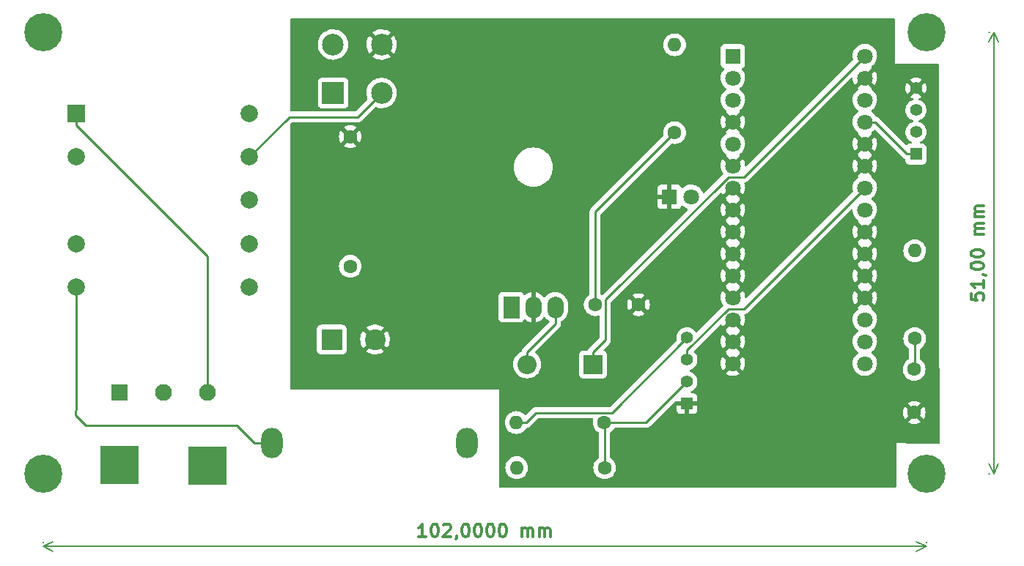
<source format=gbr>
%TF.GenerationSoftware,KiCad,Pcbnew,(6.0.7)*%
%TF.CreationDate,2022-10-25T14:44:23+02:00*%
%TF.ProjectId,Affichage_Temp_Humidite,41666669-6368-4616-9765-5f54656d705f,rev?*%
%TF.SameCoordinates,PX4692680PY2625a00*%
%TF.FileFunction,Copper,L2,Bot*%
%TF.FilePolarity,Positive*%
%FSLAX46Y46*%
G04 Gerber Fmt 4.6, Leading zero omitted, Abs format (unit mm)*
G04 Created by KiCad (PCBNEW (6.0.7)) date 2022-10-25 14:44:23*
%MOMM*%
%LPD*%
G01*
G04 APERTURE LIST*
%ADD10C,0.300000*%
%TA.AperFunction,NonConductor*%
%ADD11C,0.300000*%
%TD*%
%TA.AperFunction,NonConductor*%
%ADD12C,0.200000*%
%TD*%
%TA.AperFunction,ComponentPad*%
%ADD13C,1.600000*%
%TD*%
%TA.AperFunction,ComponentPad*%
%ADD14O,1.600000X1.600000*%
%TD*%
%TA.AperFunction,WasherPad*%
%ADD15C,4.400000*%
%TD*%
%TA.AperFunction,ComponentPad*%
%ADD16R,2.500000X2.500000*%
%TD*%
%TA.AperFunction,ComponentPad*%
%ADD17C,2.500000*%
%TD*%
%TA.AperFunction,ComponentPad*%
%ADD18R,2.200000X2.200000*%
%TD*%
%TA.AperFunction,ComponentPad*%
%ADD19O,2.200000X2.200000*%
%TD*%
%TA.AperFunction,ComponentPad*%
%ADD20O,2.500000X3.500000*%
%TD*%
%TA.AperFunction,ComponentPad*%
%ADD21R,2.000000X2.000000*%
%TD*%
%TA.AperFunction,ComponentPad*%
%ADD22C,2.000000*%
%TD*%
%TA.AperFunction,ComponentPad*%
%ADD23R,1.800000X1.800000*%
%TD*%
%TA.AperFunction,ComponentPad*%
%ADD24C,1.800000*%
%TD*%
%TA.AperFunction,ComponentPad*%
%ADD25R,1.398000X1.398000*%
%TD*%
%TA.AperFunction,ComponentPad*%
%ADD26C,1.398000*%
%TD*%
%TA.AperFunction,ComponentPad*%
%ADD27R,2.400000X2.400000*%
%TD*%
%TA.AperFunction,ComponentPad*%
%ADD28C,2.400000*%
%TD*%
%TA.AperFunction,WasherPad*%
%ADD29R,4.400000X4.400000*%
%TD*%
%TA.AperFunction,ComponentPad*%
%ADD30R,1.900000X2.500000*%
%TD*%
%TA.AperFunction,ComponentPad*%
%ADD31O,1.900000X2.500000*%
%TD*%
%TA.AperFunction,ComponentPad*%
%ADD32R,1.950000X1.950000*%
%TD*%
%TA.AperFunction,ComponentPad*%
%ADD33C,1.950000*%
%TD*%
%TA.AperFunction,Conductor*%
%ADD34C,0.250000*%
%TD*%
G04 APERTURE END LIST*
D10*
D11*
X109628571Y-32694285D02*
X109628571Y-33408571D01*
X110342857Y-33480000D01*
X110271428Y-33408571D01*
X110200000Y-33265714D01*
X110200000Y-32908571D01*
X110271428Y-32765714D01*
X110342857Y-32694285D01*
X110485714Y-32622857D01*
X110842857Y-32622857D01*
X110985714Y-32694285D01*
X111057142Y-32765714D01*
X111128571Y-32908571D01*
X111128571Y-33265714D01*
X111057142Y-33408571D01*
X110985714Y-33480000D01*
X111128571Y-31194285D02*
X111128571Y-32051428D01*
X111128571Y-31622857D02*
X109628571Y-31622857D01*
X109842857Y-31765714D01*
X109985714Y-31908571D01*
X110057142Y-32051428D01*
X111057142Y-30480000D02*
X111128571Y-30480000D01*
X111271428Y-30551428D01*
X111342857Y-30622857D01*
X109628571Y-29551428D02*
X109628571Y-29408571D01*
X109700000Y-29265714D01*
X109771428Y-29194285D01*
X109914285Y-29122857D01*
X110200000Y-29051428D01*
X110557142Y-29051428D01*
X110842857Y-29122857D01*
X110985714Y-29194285D01*
X111057142Y-29265714D01*
X111128571Y-29408571D01*
X111128571Y-29551428D01*
X111057142Y-29694285D01*
X110985714Y-29765714D01*
X110842857Y-29837142D01*
X110557142Y-29908571D01*
X110200000Y-29908571D01*
X109914285Y-29837142D01*
X109771428Y-29765714D01*
X109700000Y-29694285D01*
X109628571Y-29551428D01*
X109628571Y-28122857D02*
X109628571Y-27980000D01*
X109700000Y-27837142D01*
X109771428Y-27765714D01*
X109914285Y-27694285D01*
X110200000Y-27622857D01*
X110557142Y-27622857D01*
X110842857Y-27694285D01*
X110985714Y-27765714D01*
X111057142Y-27837142D01*
X111128571Y-27980000D01*
X111128571Y-28122857D01*
X111057142Y-28265714D01*
X110985714Y-28337142D01*
X110842857Y-28408571D01*
X110557142Y-28480000D01*
X110200000Y-28480000D01*
X109914285Y-28408571D01*
X109771428Y-28337142D01*
X109700000Y-28265714D01*
X109628571Y-28122857D01*
X111128571Y-25837142D02*
X110128571Y-25837142D01*
X110271428Y-25837142D02*
X110200000Y-25765714D01*
X110128571Y-25622857D01*
X110128571Y-25408571D01*
X110200000Y-25265714D01*
X110342857Y-25194285D01*
X111128571Y-25194285D01*
X110342857Y-25194285D02*
X110200000Y-25122857D01*
X110128571Y-24980000D01*
X110128571Y-24765714D01*
X110200000Y-24622857D01*
X110342857Y-24551428D01*
X111128571Y-24551428D01*
X111128571Y-23837142D02*
X110128571Y-23837142D01*
X110271428Y-23837142D02*
X110200000Y-23765714D01*
X110128571Y-23622857D01*
X110128571Y-23408571D01*
X110200000Y-23265714D01*
X110342857Y-23194285D01*
X111128571Y-23194285D01*
X110342857Y-23194285D02*
X110200000Y-23122857D01*
X110128571Y-22980000D01*
X110128571Y-22765714D01*
X110200000Y-22622857D01*
X110342857Y-22551428D01*
X111128571Y-22551428D01*
D12*
X111750000Y-53500000D02*
X111663580Y-53500000D01*
X111750000Y-2460000D02*
X111663580Y-2460000D01*
X112250000Y-53500000D02*
X112250000Y-2460000D01*
X112250000Y-53500000D02*
X112250000Y-2460000D01*
X112250000Y-53500000D02*
X112836421Y-52373496D01*
X112250000Y-53500000D02*
X111663579Y-52373496D01*
X112250000Y-2460000D02*
X111663579Y-3586504D01*
X112250000Y-2460000D02*
X112836421Y-3586504D01*
D10*
D11*
X46694285Y-60828571D02*
X45837142Y-60828571D01*
X46265714Y-60828571D02*
X46265714Y-59328571D01*
X46122857Y-59542857D01*
X45980000Y-59685714D01*
X45837142Y-59757142D01*
X47622857Y-59328571D02*
X47765714Y-59328571D01*
X47908571Y-59400000D01*
X47980000Y-59471428D01*
X48051428Y-59614285D01*
X48122857Y-59900000D01*
X48122857Y-60257142D01*
X48051428Y-60542857D01*
X47980000Y-60685714D01*
X47908571Y-60757142D01*
X47765714Y-60828571D01*
X47622857Y-60828571D01*
X47480000Y-60757142D01*
X47408571Y-60685714D01*
X47337142Y-60542857D01*
X47265714Y-60257142D01*
X47265714Y-59900000D01*
X47337142Y-59614285D01*
X47408571Y-59471428D01*
X47480000Y-59400000D01*
X47622857Y-59328571D01*
X48694285Y-59471428D02*
X48765714Y-59400000D01*
X48908571Y-59328571D01*
X49265714Y-59328571D01*
X49408571Y-59400000D01*
X49480000Y-59471428D01*
X49551428Y-59614285D01*
X49551428Y-59757142D01*
X49480000Y-59971428D01*
X48622857Y-60828571D01*
X49551428Y-60828571D01*
X50265714Y-60757142D02*
X50265714Y-60828571D01*
X50194285Y-60971428D01*
X50122857Y-61042857D01*
X51194285Y-59328571D02*
X51337142Y-59328571D01*
X51480000Y-59400000D01*
X51551428Y-59471428D01*
X51622857Y-59614285D01*
X51694285Y-59900000D01*
X51694285Y-60257142D01*
X51622857Y-60542857D01*
X51551428Y-60685714D01*
X51480000Y-60757142D01*
X51337142Y-60828571D01*
X51194285Y-60828571D01*
X51051428Y-60757142D01*
X50980000Y-60685714D01*
X50908571Y-60542857D01*
X50837142Y-60257142D01*
X50837142Y-59900000D01*
X50908571Y-59614285D01*
X50980000Y-59471428D01*
X51051428Y-59400000D01*
X51194285Y-59328571D01*
X52622857Y-59328571D02*
X52765714Y-59328571D01*
X52908571Y-59400000D01*
X52980000Y-59471428D01*
X53051428Y-59614285D01*
X53122857Y-59900000D01*
X53122857Y-60257142D01*
X53051428Y-60542857D01*
X52980000Y-60685714D01*
X52908571Y-60757142D01*
X52765714Y-60828571D01*
X52622857Y-60828571D01*
X52480000Y-60757142D01*
X52408571Y-60685714D01*
X52337142Y-60542857D01*
X52265714Y-60257142D01*
X52265714Y-59900000D01*
X52337142Y-59614285D01*
X52408571Y-59471428D01*
X52480000Y-59400000D01*
X52622857Y-59328571D01*
X54051428Y-59328571D02*
X54194285Y-59328571D01*
X54337142Y-59400000D01*
X54408571Y-59471428D01*
X54480000Y-59614285D01*
X54551428Y-59900000D01*
X54551428Y-60257142D01*
X54480000Y-60542857D01*
X54408571Y-60685714D01*
X54337142Y-60757142D01*
X54194285Y-60828571D01*
X54051428Y-60828571D01*
X53908571Y-60757142D01*
X53837142Y-60685714D01*
X53765714Y-60542857D01*
X53694285Y-60257142D01*
X53694285Y-59900000D01*
X53765714Y-59614285D01*
X53837142Y-59471428D01*
X53908571Y-59400000D01*
X54051428Y-59328571D01*
X55480000Y-59328571D02*
X55622857Y-59328571D01*
X55765714Y-59400000D01*
X55837142Y-59471428D01*
X55908571Y-59614285D01*
X55980000Y-59900000D01*
X55980000Y-60257142D01*
X55908571Y-60542857D01*
X55837142Y-60685714D01*
X55765714Y-60757142D01*
X55622857Y-60828571D01*
X55480000Y-60828571D01*
X55337142Y-60757142D01*
X55265714Y-60685714D01*
X55194285Y-60542857D01*
X55122857Y-60257142D01*
X55122857Y-59900000D01*
X55194285Y-59614285D01*
X55265714Y-59471428D01*
X55337142Y-59400000D01*
X55480000Y-59328571D01*
X57765714Y-60828571D02*
X57765714Y-59828571D01*
X57765714Y-59971428D02*
X57837142Y-59900000D01*
X57980000Y-59828571D01*
X58194285Y-59828571D01*
X58337142Y-59900000D01*
X58408571Y-60042857D01*
X58408571Y-60828571D01*
X58408571Y-60042857D02*
X58480000Y-59900000D01*
X58622857Y-59828571D01*
X58837142Y-59828571D01*
X58980000Y-59900000D01*
X59051428Y-60042857D01*
X59051428Y-60828571D01*
X59765714Y-60828571D02*
X59765714Y-59828571D01*
X59765714Y-59971428D02*
X59837142Y-59900000D01*
X59980000Y-59828571D01*
X60194285Y-59828571D01*
X60337142Y-59900000D01*
X60408571Y-60042857D01*
X60408571Y-60828571D01*
X60408571Y-60042857D02*
X60480000Y-59900000D01*
X60622857Y-59828571D01*
X60837142Y-59828571D01*
X60980000Y-59900000D01*
X61051428Y-60042857D01*
X61051428Y-60828571D01*
D12*
X2480000Y-61450000D02*
X2480000Y-61363580D01*
X104480000Y-61450000D02*
X104480000Y-61363580D01*
X2480000Y-61950000D02*
X104480000Y-61950000D01*
X2480000Y-61950000D02*
X104480000Y-61950000D01*
X2480000Y-61950000D02*
X3606504Y-62536421D01*
X2480000Y-61950000D02*
X3606504Y-61363579D01*
X104480000Y-61950000D02*
X103353496Y-61363579D01*
X104480000Y-61950000D02*
X103353496Y-62536421D01*
D13*
%TO.P,R2,1*%
%TO.N,+5v*%
X103140000Y-37900000D03*
D14*
%TO.P,R2,2*%
%TO.N,Net-(A1-Pad5)*%
X103140000Y-27740000D03*
%TD*%
D15*
%TO.P,REF\u002A\u002A,*%
%TO.N,*%
X2500000Y-53500000D03*
%TD*%
D13*
%TO.P,R4,1*%
%TO.N,+5v*%
X67320000Y-52820000D03*
D14*
%TO.P,R4,2*%
%TO.N,SCL*%
X57160000Y-52820000D03*
%TD*%
D16*
%TO.P,D1,1,+*%
%TO.N,Net-(C1-Pad1)*%
X35960300Y-9492400D03*
D17*
%TO.P,D1,2*%
%TO.N,Net-(D1-Pad2)*%
X41560300Y-9492400D03*
%TO.P,D1,3,-*%
%TO.N,GND*%
X41560300Y-3892400D03*
%TO.P,D1,4*%
%TO.N,Net-(D1-Pad4)*%
X35960300Y-3892400D03*
%TD*%
D13*
%TO.P,C2,1*%
%TO.N,Net-(C1-Pad1)*%
X37940000Y-29540000D03*
%TO.P,C2,2*%
%TO.N,GND*%
X37940000Y-14540000D03*
%TD*%
D18*
%TO.P,D3,1,K*%
%TO.N,+7\u002C4v*%
X65990000Y-40880000D03*
D19*
%TO.P,D3,2,A*%
%TO.N,Net-(C3-Pad1)*%
X58370000Y-40880000D03*
%TD*%
D13*
%TO.P,R1,1*%
%TO.N,Net-(C3-Pad1)*%
X75400000Y-14080000D03*
D14*
%TO.P,R1,2*%
%TO.N,Net-(D2-Pad2)*%
X75400000Y-3920000D03*
%TD*%
D15*
%TO.P,REF\u002A\u002A,*%
%TO.N,*%
X104500000Y-53500000D03*
%TD*%
D20*
%TO.P,F1,1*%
%TO.N,Net-(F1-Pad1)*%
X28880000Y-49960000D03*
%TO.P,F1,2*%
%TO.N,Net-(F1-Pad2)*%
X51380000Y-49960000D03*
%TD*%
D15*
%TO.P,REF\u002A\u002A,*%
%TO.N,*%
X104500000Y-2500000D03*
%TD*%
D13*
%TO.P,R3,1*%
%TO.N,+5v*%
X67280000Y-47600000D03*
D14*
%TO.P,R3,2*%
%TO.N,SDA*%
X57120000Y-47600000D03*
%TD*%
D21*
%TO.P,TR1,1*%
%TO.N,Net-(J1-Pad3)*%
X6300000Y-11900000D03*
D22*
%TO.P,TR1,2*%
%TO.N,N/C*%
X6300000Y-16900000D03*
%TO.P,TR1,4*%
X6300000Y-26900000D03*
%TO.P,TR1,5*%
%TO.N,Net-(F1-Pad1)*%
X6300000Y-31900000D03*
%TO.P,TR1,6*%
%TO.N,N/C*%
X26300000Y-31900000D03*
%TO.P,TR1,7*%
%TO.N,Net-(D1-Pad4)*%
X26300000Y-26900000D03*
%TO.P,TR1,8*%
%TO.N,N/C*%
X26300000Y-21900000D03*
%TO.P,TR1,9*%
%TO.N,Net-(D1-Pad2)*%
X26300000Y-16900000D03*
%TO.P,TR1,10*%
%TO.N,N/C*%
X26300000Y-11900000D03*
%TD*%
D23*
%TO.P,D2,1,K*%
%TO.N,GND*%
X74800000Y-21500000D03*
D24*
%TO.P,D2,2,A*%
%TO.N,Net-(D2-Pad2)*%
X77340000Y-21500000D03*
%TD*%
D25*
%TO.P,J3,1,1*%
%TO.N,GND*%
X76830000Y-45410000D03*
D26*
%TO.P,J3,2,2*%
%TO.N,+5v*%
X76830000Y-42870000D03*
%TO.P,J3,3,3*%
%TO.N,SCL*%
X76830000Y-40330000D03*
%TO.P,J3,4,4*%
%TO.N,SDA*%
X76830000Y-37790000D03*
%TD*%
D27*
%TO.P,C1,1*%
%TO.N,Net-(C1-Pad1)*%
X35800000Y-38000000D03*
D28*
%TO.P,C1,2*%
%TO.N,GND*%
X40800000Y-38000000D03*
%TD*%
D13*
%TO.P,C3,1*%
%TO.N,Net-(C3-Pad1)*%
X66230000Y-33970000D03*
%TO.P,C3,2*%
%TO.N,GND*%
X71230000Y-33970000D03*
%TD*%
D15*
%TO.P,REF\u002A\u002A,*%
%TO.N,*%
X2500000Y-2500000D03*
%TD*%
D23*
%TO.P,A1,1,D1/TX*%
%TO.N,unconnected-(A1-Pad1)*%
X82135000Y-5230000D03*
D24*
%TO.P,A1,2,D0/RX*%
%TO.N,unconnected-(A1-Pad2)*%
X82135000Y-7770000D03*
%TO.P,A1,3,~{RESET}*%
%TO.N,unconnected-(A1-Pad3)*%
X82135000Y-10310000D03*
%TO.P,A1,4,GND*%
%TO.N,GND*%
X82135000Y-12850000D03*
%TO.P,A1,5,D2*%
%TO.N,Net-(A1-Pad5)*%
X82135000Y-15390000D03*
%TO.P,A1,6,D3*%
%TO.N,GND*%
X82135000Y-17930000D03*
%TO.P,A1,7,D4*%
X82135000Y-20470000D03*
%TO.P,A1,8,D5*%
X82135000Y-23010000D03*
%TO.P,A1,9,D6*%
X82135000Y-25550000D03*
%TO.P,A1,10,D7*%
X82135000Y-28090000D03*
%TO.P,A1,11,D8*%
X82135000Y-30630000D03*
%TO.P,A1,12,D9*%
X82135000Y-33170000D03*
%TO.P,A1,13,D10*%
X82135000Y-35710000D03*
%TO.P,A1,14,D11*%
X82135000Y-38250000D03*
%TO.P,A1,15,D12*%
X82135000Y-40790000D03*
%TO.P,A1,16,D13*%
%TO.N,unconnected-(A1-Pad16)*%
X97375000Y-40790000D03*
%TO.P,A1,17,3V3*%
%TO.N,unconnected-(A1-Pad17)*%
X97375000Y-38250000D03*
%TO.P,A1,18,AREF*%
%TO.N,unconnected-(A1-Pad18)*%
X97375000Y-35710000D03*
%TO.P,A1,19,A0*%
%TO.N,GND*%
X97375000Y-33170000D03*
%TO.P,A1,20,A1*%
X97375000Y-30630000D03*
%TO.P,A1,21,A2*%
X97375000Y-28090000D03*
%TO.P,A1,22,A3*%
X97375000Y-25550000D03*
%TO.P,A1,23,A4*%
%TO.N,SDA*%
X97375000Y-23010000D03*
%TO.P,A1,24,A5*%
%TO.N,SCL*%
X97375000Y-20470000D03*
%TO.P,A1,25,A6*%
%TO.N,GND*%
X97375000Y-17930000D03*
%TO.P,A1,26,A7*%
X97375000Y-15390000D03*
%TO.P,A1,27,+5V*%
%TO.N,+5v*%
X97375000Y-12850000D03*
%TO.P,A1,28,~{RESET}*%
%TO.N,unconnected-(A1-Pad28)*%
X97375000Y-10310000D03*
%TO.P,A1,29,GND*%
%TO.N,GND*%
X97375000Y-7770000D03*
%TO.P,A1,30,VIN*%
%TO.N,+7\u002C4v*%
X97375000Y-5230000D03*
%TD*%
D29*
%TO.P,REF\u002A\u002A,*%
%TO.N,*%
X21440000Y-52600000D03*
%TD*%
D13*
%TO.P,C4,1*%
%TO.N,GND*%
X103080000Y-46450000D03*
%TO.P,C4,2*%
%TO.N,+5v*%
X103080000Y-41450000D03*
%TD*%
D25*
%TO.P,J2,1,1*%
%TO.N,+5v*%
X103280000Y-16560000D03*
D26*
%TO.P,J2,2,2*%
%TO.N,Net-(A1-Pad5)*%
X103280000Y-14020000D03*
%TO.P,J2,3,3*%
%TO.N,unconnected-(J2-Pad3)*%
X103280000Y-11480000D03*
%TO.P,J2,4,4*%
%TO.N,GND*%
X103280000Y-8940000D03*
%TD*%
D29*
%TO.P,REF\u002A\u002A,*%
%TO.N,*%
X11280000Y-52540000D03*
%TD*%
D30*
%TO.P,U1,1,VI*%
%TO.N,Net-(C1-Pad1)*%
X56550000Y-34270000D03*
D31*
%TO.P,U1,2,GND*%
%TO.N,GND*%
X59090000Y-34270000D03*
%TO.P,U1,3,VO*%
%TO.N,Net-(C3-Pad1)*%
X61630000Y-34270000D03*
%TD*%
D32*
%TO.P,J1,1,Pin_1*%
%TO.N,Net-(F1-Pad2)*%
X11300000Y-44170000D03*
D33*
%TO.P,J1,2,Pin_2*%
%TO.N,unconnected-(J1-Pad2)*%
X16380000Y-44170000D03*
%TO.P,J1,3,Pin_3*%
%TO.N,Net-(J1-Pad3)*%
X21460000Y-44170000D03*
%TD*%
D34*
%TO.N,SDA*%
X68145300Y-46474700D02*
X59370600Y-46474700D01*
X76830000Y-37790000D02*
X68145300Y-46474700D01*
X57120000Y-47600000D02*
X58245300Y-47600000D01*
X59370600Y-46474700D02*
X58245300Y-47600000D01*
%TO.N,SCL*%
X83405000Y-34440000D02*
X81628800Y-34440000D01*
X81628800Y-34440000D02*
X76830000Y-39238800D01*
X97375000Y-20470000D02*
X83405000Y-34440000D01*
X76830000Y-39238800D02*
X76830000Y-40330000D01*
%TO.N,+5v*%
X103280000Y-16560000D02*
X102255700Y-16560000D01*
X67320000Y-47600000D02*
X67320000Y-52820000D01*
X72100000Y-47600000D02*
X67320000Y-47600000D01*
X103140000Y-41390000D02*
X103140000Y-37900000D01*
X98545700Y-12850000D02*
X102255700Y-16560000D01*
X103080000Y-41450000D02*
X103140000Y-41390000D01*
X97375000Y-12850000D02*
X98545700Y-12850000D01*
X76830000Y-42870000D02*
X72100000Y-47600000D01*
X67320000Y-47600000D02*
X67280000Y-47600000D01*
%TO.N,+7\u002C4v*%
X83405000Y-19200000D02*
X81627000Y-19200000D01*
X81627000Y-19200000D02*
X67415300Y-33411700D01*
X67415300Y-38029400D02*
X65990000Y-39454700D01*
X65990000Y-40880000D02*
X65990000Y-39454700D01*
X97375000Y-5230000D02*
X83405000Y-19200000D01*
X67415300Y-33411700D02*
X67415300Y-38029400D01*
%TO.N,Net-(C3-Pad1)*%
X66230000Y-33970000D02*
X66230000Y-23250000D01*
X58370000Y-40880000D02*
X58370000Y-39454700D01*
X61630000Y-34270000D02*
X61630000Y-36194700D01*
X66230000Y-23250000D02*
X75400000Y-14080000D01*
X61630000Y-36194700D02*
X58370000Y-39454700D01*
%TO.N,Net-(D1-Pad2)*%
X26300000Y-16900000D02*
X30926700Y-12273300D01*
X30926700Y-12273300D02*
X38779400Y-12273300D01*
X38779400Y-12273300D02*
X41560300Y-9492400D01*
%TO.N,Net-(F1-Pad1)*%
X7410000Y-47920000D02*
X6210000Y-46720000D01*
X28880000Y-49960000D02*
X26900000Y-49960000D01*
X26900000Y-49960000D02*
X24860000Y-47920000D01*
X6210000Y-46270000D02*
X6300000Y-46180000D01*
X6300000Y-46180000D02*
X6300000Y-31900000D01*
X6210000Y-46720000D02*
X6210000Y-46270000D01*
X24860000Y-47920000D02*
X7410000Y-47920000D01*
%TO.N,Net-(J1-Pad3)*%
X6300000Y-13225300D02*
X21460000Y-28385300D01*
X6300000Y-11900000D02*
X6300000Y-13225300D01*
X21460000Y-28385300D02*
X21460000Y-44170000D01*
%TD*%
%TA.AperFunction,Conductor*%
%TO.N,GND*%
G36*
X100842121Y-920002D02*
G01*
X100888614Y-973658D01*
X100900000Y-1026000D01*
X100900000Y-6100000D01*
X105774286Y-6100000D01*
X105842407Y-6120002D01*
X105888900Y-6173658D01*
X105900286Y-6225713D01*
X105960016Y-32507118D01*
X105999707Y-49971163D01*
X105979859Y-50039329D01*
X105926310Y-50085943D01*
X105871188Y-50097424D01*
X103347588Y-50046952D01*
X101018112Y-50000362D01*
X101018111Y-50000362D01*
X101000000Y-50000000D01*
X101000000Y-54974000D01*
X100979998Y-55042121D01*
X100926342Y-55088614D01*
X100874000Y-55100000D01*
X55226000Y-55100000D01*
X55157879Y-55079998D01*
X55111386Y-55026342D01*
X55100000Y-54974000D01*
X55100000Y-52820000D01*
X55846502Y-52820000D01*
X55866457Y-53048087D01*
X55867881Y-53053400D01*
X55867881Y-53053402D01*
X55900200Y-53174015D01*
X55925716Y-53269243D01*
X55928039Y-53274224D01*
X55928039Y-53274225D01*
X56020151Y-53471762D01*
X56020154Y-53471767D01*
X56022477Y-53476749D01*
X56153802Y-53664300D01*
X56315700Y-53826198D01*
X56320208Y-53829355D01*
X56320211Y-53829357D01*
X56395863Y-53882329D01*
X56503251Y-53957523D01*
X56508233Y-53959846D01*
X56508238Y-53959849D01*
X56705775Y-54051961D01*
X56710757Y-54054284D01*
X56716065Y-54055706D01*
X56716067Y-54055707D01*
X56926598Y-54112119D01*
X56926600Y-54112119D01*
X56931913Y-54113543D01*
X57160000Y-54133498D01*
X57388087Y-54113543D01*
X57393400Y-54112119D01*
X57393402Y-54112119D01*
X57603933Y-54055707D01*
X57603935Y-54055706D01*
X57609243Y-54054284D01*
X57614225Y-54051961D01*
X57811762Y-53959849D01*
X57811767Y-53959846D01*
X57816749Y-53957523D01*
X57924137Y-53882329D01*
X57999789Y-53829357D01*
X57999792Y-53829355D01*
X58004300Y-53826198D01*
X58166198Y-53664300D01*
X58297523Y-53476749D01*
X58299846Y-53471767D01*
X58299849Y-53471762D01*
X58391961Y-53274225D01*
X58391961Y-53274224D01*
X58394284Y-53269243D01*
X58419801Y-53174015D01*
X58452119Y-53053402D01*
X58452119Y-53053400D01*
X58453543Y-53048087D01*
X58473498Y-52820000D01*
X58453543Y-52591913D01*
X58394284Y-52370757D01*
X58391961Y-52365775D01*
X58299849Y-52168238D01*
X58299846Y-52168233D01*
X58297523Y-52163251D01*
X58166198Y-51975700D01*
X58004300Y-51813802D01*
X57999792Y-51810645D01*
X57999789Y-51810643D01*
X57847228Y-51703819D01*
X57816749Y-51682477D01*
X57811767Y-51680154D01*
X57811762Y-51680151D01*
X57614225Y-51588039D01*
X57614224Y-51588039D01*
X57609243Y-51585716D01*
X57603935Y-51584294D01*
X57603933Y-51584293D01*
X57393402Y-51527881D01*
X57393400Y-51527881D01*
X57388087Y-51526457D01*
X57160000Y-51506502D01*
X56931913Y-51526457D01*
X56926600Y-51527881D01*
X56926598Y-51527881D01*
X56716067Y-51584293D01*
X56716065Y-51584294D01*
X56710757Y-51585716D01*
X56705776Y-51588039D01*
X56705775Y-51588039D01*
X56508238Y-51680151D01*
X56508233Y-51680154D01*
X56503251Y-51682477D01*
X56472772Y-51703819D01*
X56320211Y-51810643D01*
X56320208Y-51810645D01*
X56315700Y-51813802D01*
X56153802Y-51975700D01*
X56022477Y-52163251D01*
X56020154Y-52168233D01*
X56020151Y-52168238D01*
X55928039Y-52365775D01*
X55925716Y-52370757D01*
X55866457Y-52591913D01*
X55846502Y-52820000D01*
X55100000Y-52820000D01*
X55100000Y-47600000D01*
X55806502Y-47600000D01*
X55826457Y-47828087D01*
X55827881Y-47833400D01*
X55827881Y-47833402D01*
X55880934Y-48031395D01*
X55885716Y-48049243D01*
X55888039Y-48054224D01*
X55888039Y-48054225D01*
X55980151Y-48251762D01*
X55980154Y-48251767D01*
X55982477Y-48256749D01*
X56113802Y-48444300D01*
X56275700Y-48606198D01*
X56280208Y-48609355D01*
X56280211Y-48609357D01*
X56351707Y-48659419D01*
X56463251Y-48737523D01*
X56468233Y-48739846D01*
X56468238Y-48739849D01*
X56578759Y-48791385D01*
X56670757Y-48834284D01*
X56676065Y-48835706D01*
X56676067Y-48835707D01*
X56886598Y-48892119D01*
X56886600Y-48892119D01*
X56891913Y-48893543D01*
X57120000Y-48913498D01*
X57348087Y-48893543D01*
X57353400Y-48892119D01*
X57353402Y-48892119D01*
X57563933Y-48835707D01*
X57563935Y-48835706D01*
X57569243Y-48834284D01*
X57661241Y-48791385D01*
X57771762Y-48739849D01*
X57771767Y-48739846D01*
X57776749Y-48737523D01*
X57888293Y-48659419D01*
X57959789Y-48609357D01*
X57959792Y-48609355D01*
X57964300Y-48606198D01*
X58126198Y-48444300D01*
X58238029Y-48284589D01*
X58293486Y-48240261D01*
X58329501Y-48232580D01*
X58329435Y-48232163D01*
X58337269Y-48230922D01*
X58345189Y-48230673D01*
X58364643Y-48225021D01*
X58384000Y-48221013D01*
X58396230Y-48219468D01*
X58396231Y-48219468D01*
X58404097Y-48218474D01*
X58411468Y-48215555D01*
X58411470Y-48215555D01*
X58445212Y-48202196D01*
X58456442Y-48198351D01*
X58491283Y-48188229D01*
X58491284Y-48188229D01*
X58498893Y-48186018D01*
X58505712Y-48181985D01*
X58505717Y-48181983D01*
X58516328Y-48175707D01*
X58534076Y-48167012D01*
X58552917Y-48159552D01*
X58588687Y-48133564D01*
X58598607Y-48127048D01*
X58629835Y-48108580D01*
X58629838Y-48108578D01*
X58636662Y-48104542D01*
X58650983Y-48090221D01*
X58666017Y-48077380D01*
X58675994Y-48070131D01*
X58682407Y-48065472D01*
X58710598Y-48031395D01*
X58718588Y-48022616D01*
X59596099Y-47145105D01*
X59658411Y-47111079D01*
X59685194Y-47108200D01*
X65892912Y-47108200D01*
X65961033Y-47128202D01*
X66007526Y-47181858D01*
X66017630Y-47252132D01*
X66014619Y-47266811D01*
X65986457Y-47371913D01*
X65966502Y-47600000D01*
X65986457Y-47828087D01*
X65987881Y-47833400D01*
X65987881Y-47833402D01*
X66040934Y-48031395D01*
X66045716Y-48049243D01*
X66048039Y-48054224D01*
X66048039Y-48054225D01*
X66140151Y-48251762D01*
X66140154Y-48251767D01*
X66142477Y-48256749D01*
X66273802Y-48444300D01*
X66435700Y-48606198D01*
X66440208Y-48609355D01*
X66440211Y-48609357D01*
X66618743Y-48734367D01*
X66618747Y-48734370D01*
X66623251Y-48737523D01*
X66624401Y-48738059D01*
X66672492Y-48788492D01*
X66686500Y-48846232D01*
X66686500Y-51600606D01*
X66666498Y-51668727D01*
X66632771Y-51703819D01*
X66480211Y-51810643D01*
X66480208Y-51810645D01*
X66475700Y-51813802D01*
X66313802Y-51975700D01*
X66182477Y-52163251D01*
X66180154Y-52168233D01*
X66180151Y-52168238D01*
X66088039Y-52365775D01*
X66085716Y-52370757D01*
X66026457Y-52591913D01*
X66006502Y-52820000D01*
X66026457Y-53048087D01*
X66027881Y-53053400D01*
X66027881Y-53053402D01*
X66060200Y-53174015D01*
X66085716Y-53269243D01*
X66088039Y-53274224D01*
X66088039Y-53274225D01*
X66180151Y-53471762D01*
X66180154Y-53471767D01*
X66182477Y-53476749D01*
X66313802Y-53664300D01*
X66475700Y-53826198D01*
X66480208Y-53829355D01*
X66480211Y-53829357D01*
X66555863Y-53882329D01*
X66663251Y-53957523D01*
X66668233Y-53959846D01*
X66668238Y-53959849D01*
X66865775Y-54051961D01*
X66870757Y-54054284D01*
X66876065Y-54055706D01*
X66876067Y-54055707D01*
X67086598Y-54112119D01*
X67086600Y-54112119D01*
X67091913Y-54113543D01*
X67320000Y-54133498D01*
X67548087Y-54113543D01*
X67553400Y-54112119D01*
X67553402Y-54112119D01*
X67763933Y-54055707D01*
X67763935Y-54055706D01*
X67769243Y-54054284D01*
X67774225Y-54051961D01*
X67971762Y-53959849D01*
X67971767Y-53959846D01*
X67976749Y-53957523D01*
X68084137Y-53882329D01*
X68159789Y-53829357D01*
X68159792Y-53829355D01*
X68164300Y-53826198D01*
X68326198Y-53664300D01*
X68457523Y-53476749D01*
X68459846Y-53471767D01*
X68459849Y-53471762D01*
X68551961Y-53274225D01*
X68551961Y-53274224D01*
X68554284Y-53269243D01*
X68579801Y-53174015D01*
X68612119Y-53053402D01*
X68612119Y-53053400D01*
X68613543Y-53048087D01*
X68633498Y-52820000D01*
X68613543Y-52591913D01*
X68554284Y-52370757D01*
X68551961Y-52365775D01*
X68459849Y-52168238D01*
X68459846Y-52168233D01*
X68457523Y-52163251D01*
X68326198Y-51975700D01*
X68164300Y-51813802D01*
X68159792Y-51810645D01*
X68159789Y-51810643D01*
X68007229Y-51703819D01*
X67962901Y-51648362D01*
X67953500Y-51600606D01*
X67953500Y-48791385D01*
X67973502Y-48723264D01*
X68007228Y-48688173D01*
X68124300Y-48606198D01*
X68286198Y-48444300D01*
X68396181Y-48287229D01*
X68451638Y-48242901D01*
X68499394Y-48233500D01*
X72021233Y-48233500D01*
X72032416Y-48234027D01*
X72039909Y-48235702D01*
X72047835Y-48235453D01*
X72047836Y-48235453D01*
X72107986Y-48233562D01*
X72111945Y-48233500D01*
X72139856Y-48233500D01*
X72143791Y-48233003D01*
X72143856Y-48232995D01*
X72155693Y-48232062D01*
X72187951Y-48231048D01*
X72191970Y-48230922D01*
X72199889Y-48230673D01*
X72219343Y-48225021D01*
X72238700Y-48221013D01*
X72250930Y-48219468D01*
X72250931Y-48219468D01*
X72258797Y-48218474D01*
X72266168Y-48215555D01*
X72266170Y-48215555D01*
X72299912Y-48202196D01*
X72311142Y-48198351D01*
X72345983Y-48188229D01*
X72345984Y-48188229D01*
X72353593Y-48186018D01*
X72360412Y-48181985D01*
X72360417Y-48181983D01*
X72371028Y-48175707D01*
X72388776Y-48167012D01*
X72407617Y-48159552D01*
X72443387Y-48133564D01*
X72453307Y-48127048D01*
X72484535Y-48108580D01*
X72484538Y-48108578D01*
X72491362Y-48104542D01*
X72505683Y-48090221D01*
X72520717Y-48077380D01*
X72530694Y-48070131D01*
X72537107Y-48065472D01*
X72565298Y-48031395D01*
X72573288Y-48022616D01*
X73059842Y-47536062D01*
X102358493Y-47536062D01*
X102367789Y-47548077D01*
X102418994Y-47583931D01*
X102428489Y-47589414D01*
X102625947Y-47681490D01*
X102636239Y-47685236D01*
X102846688Y-47741625D01*
X102857481Y-47743528D01*
X103074525Y-47762517D01*
X103085475Y-47762517D01*
X103302519Y-47743528D01*
X103313312Y-47741625D01*
X103523761Y-47685236D01*
X103534053Y-47681490D01*
X103731511Y-47589414D01*
X103741006Y-47583931D01*
X103793048Y-47547491D01*
X103801424Y-47537012D01*
X103794356Y-47523566D01*
X103092812Y-46822022D01*
X103078868Y-46814408D01*
X103077035Y-46814539D01*
X103070420Y-46818790D01*
X102364923Y-47524287D01*
X102358493Y-47536062D01*
X73059842Y-47536062D01*
X74442235Y-46153669D01*
X75623001Y-46153669D01*
X75623371Y-46160490D01*
X75628895Y-46211352D01*
X75632521Y-46226604D01*
X75677676Y-46347054D01*
X75686214Y-46362649D01*
X75762715Y-46464724D01*
X75775276Y-46477285D01*
X75877351Y-46553786D01*
X75892946Y-46562324D01*
X76013394Y-46607478D01*
X76028649Y-46611105D01*
X76079514Y-46616631D01*
X76086328Y-46617000D01*
X76557885Y-46617000D01*
X76573124Y-46612525D01*
X76574329Y-46611135D01*
X76576000Y-46603452D01*
X76576000Y-46598884D01*
X77084000Y-46598884D01*
X77088475Y-46614123D01*
X77089865Y-46615328D01*
X77097548Y-46616999D01*
X77573669Y-46616999D01*
X77580490Y-46616629D01*
X77631352Y-46611105D01*
X77646604Y-46607479D01*
X77767054Y-46562324D01*
X77782649Y-46553786D01*
X77884724Y-46477285D01*
X77897285Y-46464724D01*
X77904217Y-46455475D01*
X101767483Y-46455475D01*
X101786472Y-46672519D01*
X101788375Y-46683312D01*
X101844764Y-46893761D01*
X101848510Y-46904053D01*
X101940586Y-47101511D01*
X101946069Y-47111006D01*
X101982509Y-47163048D01*
X101992988Y-47171424D01*
X102006434Y-47164356D01*
X102707978Y-46462812D01*
X102714356Y-46451132D01*
X103444408Y-46451132D01*
X103444539Y-46452965D01*
X103448790Y-46459580D01*
X104154287Y-47165077D01*
X104166062Y-47171507D01*
X104178077Y-47162211D01*
X104213931Y-47111006D01*
X104219414Y-47101511D01*
X104311490Y-46904053D01*
X104315236Y-46893761D01*
X104371625Y-46683312D01*
X104373528Y-46672519D01*
X104392517Y-46455475D01*
X104392517Y-46444525D01*
X104373528Y-46227481D01*
X104371625Y-46216688D01*
X104315236Y-46006239D01*
X104311490Y-45995947D01*
X104219414Y-45798489D01*
X104213931Y-45788994D01*
X104177491Y-45736952D01*
X104167012Y-45728576D01*
X104153566Y-45735644D01*
X103452022Y-46437188D01*
X103444408Y-46451132D01*
X102714356Y-46451132D01*
X102715592Y-46448868D01*
X102715461Y-46447035D01*
X102711210Y-46440420D01*
X102005713Y-45734923D01*
X101993938Y-45728493D01*
X101981923Y-45737789D01*
X101946069Y-45788994D01*
X101940586Y-45798489D01*
X101848510Y-45995947D01*
X101844764Y-46006239D01*
X101788375Y-46216688D01*
X101786472Y-46227481D01*
X101767483Y-46444525D01*
X101767483Y-46455475D01*
X77904217Y-46455475D01*
X77973786Y-46362649D01*
X77982324Y-46347054D01*
X78027478Y-46226606D01*
X78031105Y-46211351D01*
X78036631Y-46160486D01*
X78037000Y-46153672D01*
X78037000Y-45682115D01*
X78032525Y-45666876D01*
X78031135Y-45665671D01*
X78023452Y-45664000D01*
X77102115Y-45664000D01*
X77086876Y-45668475D01*
X77085671Y-45669865D01*
X77084000Y-45677548D01*
X77084000Y-46598884D01*
X76576000Y-46598884D01*
X76576000Y-45682115D01*
X76571525Y-45666876D01*
X76570135Y-45665671D01*
X76562452Y-45664000D01*
X75641116Y-45664000D01*
X75625877Y-45668475D01*
X75624672Y-45669865D01*
X75623001Y-45677548D01*
X75623001Y-46153669D01*
X74442235Y-46153669D01*
X75232916Y-45362988D01*
X102358576Y-45362988D01*
X102365644Y-45376434D01*
X103067188Y-46077978D01*
X103081132Y-46085592D01*
X103082965Y-46085461D01*
X103089580Y-46081210D01*
X103795077Y-45375713D01*
X103801507Y-45363938D01*
X103792211Y-45351923D01*
X103741006Y-45316069D01*
X103731511Y-45310586D01*
X103534053Y-45218510D01*
X103523761Y-45214764D01*
X103313312Y-45158375D01*
X103302519Y-45156472D01*
X103085475Y-45137483D01*
X103074525Y-45137483D01*
X102857481Y-45156472D01*
X102846688Y-45158375D01*
X102636239Y-45214764D01*
X102625947Y-45218510D01*
X102428489Y-45310586D01*
X102418994Y-45316069D01*
X102366952Y-45352509D01*
X102358576Y-45362988D01*
X75232916Y-45362988D01*
X75445572Y-45150332D01*
X75507884Y-45116306D01*
X75578699Y-45121371D01*
X75617180Y-45144203D01*
X75628866Y-45154329D01*
X75636548Y-45156000D01*
X78018884Y-45156000D01*
X78034123Y-45151525D01*
X78035328Y-45150135D01*
X78036999Y-45142452D01*
X78036999Y-44666331D01*
X78036629Y-44659510D01*
X78031105Y-44608648D01*
X78027479Y-44593396D01*
X77982324Y-44472946D01*
X77973786Y-44457351D01*
X77897285Y-44355276D01*
X77884724Y-44342715D01*
X77782649Y-44266214D01*
X77767054Y-44257676D01*
X77646606Y-44212522D01*
X77631351Y-44208895D01*
X77580486Y-44203369D01*
X77573672Y-44203000D01*
X77396910Y-44203000D01*
X77328789Y-44182998D01*
X77282296Y-44129342D01*
X77272192Y-44059068D01*
X77301686Y-43994488D01*
X77343660Y-43962805D01*
X77431075Y-43922043D01*
X77431078Y-43922041D01*
X77436056Y-43919720D01*
X77609131Y-43798532D01*
X77758532Y-43649131D01*
X77879720Y-43476056D01*
X77969013Y-43284567D01*
X78023697Y-43080481D01*
X78042112Y-42870000D01*
X78023697Y-42659519D01*
X77969013Y-42455433D01*
X77949045Y-42412611D01*
X77882043Y-42268925D01*
X77882041Y-42268922D01*
X77879720Y-42263944D01*
X77758532Y-42090869D01*
X77619069Y-41951406D01*
X81338423Y-41951406D01*
X81343704Y-41958461D01*
X81520080Y-42061527D01*
X81529363Y-42065974D01*
X81736003Y-42144883D01*
X81745901Y-42147759D01*
X81962653Y-42191857D01*
X81972883Y-42193076D01*
X82193914Y-42201182D01*
X82204223Y-42200714D01*
X82423623Y-42172608D01*
X82433688Y-42170468D01*
X82645557Y-42106905D01*
X82655152Y-42103144D01*
X82853778Y-42005838D01*
X82862636Y-42000559D01*
X82920097Y-41959572D01*
X82928497Y-41948874D01*
X82921510Y-41935721D01*
X82147811Y-41162021D01*
X82133868Y-41154408D01*
X82132034Y-41154539D01*
X82125420Y-41158790D01*
X81345180Y-41939031D01*
X81338423Y-41951406D01*
X77619069Y-41951406D01*
X77609131Y-41941468D01*
X77436056Y-41820280D01*
X77431078Y-41817959D01*
X77431075Y-41817957D01*
X77249549Y-41733310D01*
X77249548Y-41733309D01*
X77244567Y-41730987D01*
X77239259Y-41729565D01*
X77239257Y-41729564D01*
X77209933Y-41721707D01*
X77149310Y-41684756D01*
X77118289Y-41620895D01*
X77126717Y-41550401D01*
X77171920Y-41495653D01*
X77209933Y-41478293D01*
X77239257Y-41470436D01*
X77239259Y-41470435D01*
X77244567Y-41469013D01*
X77249549Y-41466690D01*
X77431075Y-41382043D01*
X77431078Y-41382041D01*
X77436056Y-41379720D01*
X77609131Y-41258532D01*
X77758532Y-41109131D01*
X77879720Y-40936056D01*
X77905860Y-40880000D01*
X77961519Y-40760638D01*
X80722893Y-40760638D01*
X80735627Y-40981468D01*
X80737061Y-40991670D01*
X80785685Y-41207439D01*
X80788773Y-41217292D01*
X80871986Y-41422220D01*
X80876634Y-41431421D01*
X80965097Y-41575781D01*
X80975553Y-41585242D01*
X80984331Y-41581458D01*
X81762979Y-40802811D01*
X81769356Y-40791132D01*
X82499408Y-40791132D01*
X82499539Y-40792966D01*
X82503790Y-40799580D01*
X83281307Y-41577096D01*
X83293313Y-41583652D01*
X83305052Y-41574684D01*
X83343010Y-41521859D01*
X83348321Y-41513020D01*
X83446318Y-41314737D01*
X83450117Y-41305142D01*
X83514415Y-41093517D01*
X83516594Y-41083436D01*
X83545702Y-40862338D01*
X83546221Y-40855663D01*
X83547744Y-40793364D01*
X83547550Y-40786646D01*
X83544987Y-40755469D01*
X95962095Y-40755469D01*
X95962392Y-40760622D01*
X95962392Y-40760625D01*
X95975129Y-40981529D01*
X95975427Y-40986697D01*
X95976564Y-40991743D01*
X95976565Y-40991749D01*
X96007151Y-41127469D01*
X96026346Y-41212642D01*
X96028288Y-41217424D01*
X96028289Y-41217428D01*
X96095588Y-41383164D01*
X96113484Y-41427237D01*
X96234501Y-41624719D01*
X96386147Y-41799784D01*
X96564349Y-41947730D01*
X96764322Y-42064584D01*
X96980694Y-42147209D01*
X96985760Y-42148240D01*
X96985761Y-42148240D01*
X97038846Y-42159040D01*
X97207656Y-42193385D01*
X97338324Y-42198176D01*
X97433949Y-42201683D01*
X97433953Y-42201683D01*
X97439113Y-42201872D01*
X97444233Y-42201216D01*
X97444235Y-42201216D01*
X97517291Y-42191857D01*
X97668847Y-42172442D01*
X97673795Y-42170957D01*
X97673802Y-42170956D01*
X97885747Y-42107369D01*
X97890690Y-42105886D01*
X97907369Y-42097715D01*
X98094049Y-42006262D01*
X98094052Y-42006260D01*
X98098684Y-42003991D01*
X98287243Y-41869494D01*
X98451303Y-41706005D01*
X98586458Y-41517917D01*
X98588879Y-41513020D01*
X98620025Y-41450000D01*
X101766502Y-41450000D01*
X101786457Y-41678087D01*
X101787881Y-41683400D01*
X101787881Y-41683402D01*
X101819951Y-41803086D01*
X101845716Y-41899243D01*
X101848039Y-41904224D01*
X101848039Y-41904225D01*
X101940151Y-42101762D01*
X101940154Y-42101767D01*
X101942477Y-42106749D01*
X102073802Y-42294300D01*
X102235700Y-42456198D01*
X102240208Y-42459355D01*
X102240211Y-42459357D01*
X102273403Y-42482598D01*
X102423251Y-42587523D01*
X102428233Y-42589846D01*
X102428238Y-42589849D01*
X102625775Y-42681961D01*
X102630757Y-42684284D01*
X102636065Y-42685706D01*
X102636067Y-42685707D01*
X102846598Y-42742119D01*
X102846600Y-42742119D01*
X102851913Y-42743543D01*
X103080000Y-42763498D01*
X103308087Y-42743543D01*
X103313400Y-42742119D01*
X103313402Y-42742119D01*
X103523933Y-42685707D01*
X103523935Y-42685706D01*
X103529243Y-42684284D01*
X103534225Y-42681961D01*
X103731762Y-42589849D01*
X103731767Y-42589846D01*
X103736749Y-42587523D01*
X103886597Y-42482598D01*
X103919789Y-42459357D01*
X103919792Y-42459355D01*
X103924300Y-42456198D01*
X104086198Y-42294300D01*
X104217523Y-42106749D01*
X104219846Y-42101767D01*
X104219849Y-42101762D01*
X104311961Y-41904225D01*
X104311961Y-41904224D01*
X104314284Y-41899243D01*
X104340050Y-41803086D01*
X104372119Y-41683402D01*
X104372119Y-41683400D01*
X104373543Y-41678087D01*
X104393498Y-41450000D01*
X104373543Y-41221913D01*
X104355455Y-41154408D01*
X104315707Y-41006067D01*
X104315706Y-41006065D01*
X104314284Y-41000757D01*
X104305318Y-40981529D01*
X104219849Y-40798238D01*
X104219846Y-40798233D01*
X104217523Y-40793251D01*
X104144098Y-40688389D01*
X104089357Y-40610211D01*
X104089355Y-40610208D01*
X104086198Y-40605700D01*
X103924300Y-40443802D01*
X103892036Y-40421210D01*
X103827229Y-40375832D01*
X103782901Y-40320375D01*
X103773500Y-40272619D01*
X103773500Y-39119394D01*
X103793502Y-39051273D01*
X103827229Y-39016181D01*
X103979789Y-38909357D01*
X103979792Y-38909355D01*
X103984300Y-38906198D01*
X104146198Y-38744300D01*
X104277523Y-38556749D01*
X104279846Y-38551767D01*
X104279849Y-38551762D01*
X104371961Y-38354225D01*
X104371961Y-38354224D01*
X104374284Y-38349243D01*
X104377607Y-38336844D01*
X104432119Y-38133402D01*
X104432119Y-38133400D01*
X104433543Y-38128087D01*
X104453498Y-37900000D01*
X104433543Y-37671913D01*
X104408384Y-37578020D01*
X104375707Y-37456067D01*
X104375706Y-37456065D01*
X104374284Y-37450757D01*
X104344864Y-37387665D01*
X104279849Y-37248238D01*
X104279846Y-37248233D01*
X104277523Y-37243251D01*
X104146198Y-37055700D01*
X103984300Y-36893802D01*
X103979792Y-36890645D01*
X103979789Y-36890643D01*
X103901611Y-36835902D01*
X103796749Y-36762477D01*
X103791767Y-36760154D01*
X103791762Y-36760151D01*
X103594225Y-36668039D01*
X103594224Y-36668039D01*
X103589243Y-36665716D01*
X103583935Y-36664294D01*
X103583933Y-36664293D01*
X103373402Y-36607881D01*
X103373400Y-36607881D01*
X103368087Y-36606457D01*
X103140000Y-36586502D01*
X102911913Y-36606457D01*
X102906600Y-36607881D01*
X102906598Y-36607881D01*
X102696067Y-36664293D01*
X102696065Y-36664294D01*
X102690757Y-36665716D01*
X102685776Y-36668039D01*
X102685775Y-36668039D01*
X102488238Y-36760151D01*
X102488233Y-36760154D01*
X102483251Y-36762477D01*
X102378389Y-36835902D01*
X102300211Y-36890643D01*
X102300208Y-36890645D01*
X102295700Y-36893802D01*
X102133802Y-37055700D01*
X102002477Y-37243251D01*
X102000154Y-37248233D01*
X102000151Y-37248238D01*
X101935136Y-37387665D01*
X101905716Y-37450757D01*
X101904294Y-37456065D01*
X101904293Y-37456067D01*
X101871616Y-37578020D01*
X101846457Y-37671913D01*
X101826502Y-37900000D01*
X101846457Y-38128087D01*
X101847881Y-38133400D01*
X101847881Y-38133402D01*
X101902394Y-38336844D01*
X101905716Y-38349243D01*
X101908039Y-38354224D01*
X101908039Y-38354225D01*
X102000151Y-38551762D01*
X102000154Y-38551767D01*
X102002477Y-38556749D01*
X102133802Y-38744300D01*
X102295700Y-38906198D01*
X102300208Y-38909355D01*
X102300211Y-38909357D01*
X102452771Y-39016181D01*
X102497099Y-39071638D01*
X102506500Y-39119394D01*
X102506500Y-40193387D01*
X102486498Y-40261508D01*
X102433748Y-40307582D01*
X102423251Y-40312477D01*
X102384361Y-40339708D01*
X102240211Y-40440643D01*
X102240208Y-40440645D01*
X102235700Y-40443802D01*
X102073802Y-40605700D01*
X102070645Y-40610208D01*
X102070643Y-40610211D01*
X102015902Y-40688389D01*
X101942477Y-40793251D01*
X101940154Y-40798233D01*
X101940151Y-40798238D01*
X101854682Y-40981529D01*
X101845716Y-41000757D01*
X101844294Y-41006065D01*
X101844293Y-41006067D01*
X101804545Y-41154408D01*
X101786457Y-41221913D01*
X101766502Y-41450000D01*
X98620025Y-41450000D01*
X98686784Y-41314922D01*
X98686785Y-41314920D01*
X98689078Y-41310280D01*
X98756408Y-41088671D01*
X98786640Y-40859041D01*
X98788327Y-40790000D01*
X98774975Y-40627597D01*
X98769773Y-40564318D01*
X98769772Y-40564312D01*
X98769349Y-40559167D01*
X98735797Y-40425592D01*
X98714184Y-40339544D01*
X98714183Y-40339540D01*
X98712925Y-40334533D01*
X98710866Y-40329797D01*
X98622630Y-40126868D01*
X98622628Y-40126865D01*
X98620570Y-40122131D01*
X98494764Y-39927665D01*
X98488466Y-39920743D01*
X98445134Y-39873122D01*
X98338887Y-39756358D01*
X98334836Y-39753159D01*
X98334832Y-39753155D01*
X98162077Y-39616722D01*
X98121014Y-39558805D01*
X98117782Y-39487882D01*
X98153407Y-39426470D01*
X98167001Y-39415261D01*
X98172473Y-39411358D01*
X98287243Y-39329494D01*
X98451303Y-39166005D01*
X98586458Y-38977917D01*
X98588879Y-38973020D01*
X98686784Y-38774922D01*
X98686785Y-38774920D01*
X98689078Y-38770280D01*
X98756408Y-38548671D01*
X98786640Y-38319041D01*
X98788093Y-38259580D01*
X98788245Y-38253365D01*
X98788245Y-38253361D01*
X98788327Y-38250000D01*
X98778304Y-38128087D01*
X98769773Y-38024318D01*
X98769772Y-38024312D01*
X98769349Y-38019167D01*
X98735797Y-37885592D01*
X98714184Y-37799544D01*
X98714183Y-37799540D01*
X98712925Y-37794533D01*
X98710866Y-37789797D01*
X98622630Y-37586868D01*
X98622628Y-37586865D01*
X98620570Y-37582131D01*
X98494764Y-37387665D01*
X98488466Y-37380743D01*
X98377294Y-37258567D01*
X98338887Y-37216358D01*
X98334836Y-37213159D01*
X98334832Y-37213155D01*
X98162077Y-37076722D01*
X98121014Y-37018805D01*
X98117782Y-36947882D01*
X98153407Y-36886470D01*
X98167001Y-36875261D01*
X98172406Y-36871406D01*
X98287243Y-36789494D01*
X98451303Y-36626005D01*
X98464327Y-36607881D01*
X98516161Y-36535745D01*
X98586458Y-36437917D01*
X98588879Y-36433020D01*
X98686784Y-36234922D01*
X98686785Y-36234920D01*
X98689078Y-36230280D01*
X98756408Y-36008671D01*
X98786640Y-35779041D01*
X98786766Y-35773891D01*
X98788245Y-35713365D01*
X98788245Y-35713361D01*
X98788327Y-35710000D01*
X98776943Y-35571531D01*
X98769773Y-35484318D01*
X98769772Y-35484312D01*
X98769349Y-35479167D01*
X98721378Y-35288186D01*
X98714184Y-35259544D01*
X98714183Y-35259540D01*
X98712925Y-35254533D01*
X98703913Y-35233806D01*
X98622630Y-35046868D01*
X98622628Y-35046865D01*
X98620570Y-35042131D01*
X98494764Y-34847665D01*
X98486971Y-34839100D01*
X98352671Y-34691507D01*
X98338887Y-34676358D01*
X98334836Y-34673159D01*
X98334832Y-34673155D01*
X98161669Y-34536400D01*
X98120606Y-34478483D01*
X98117374Y-34407560D01*
X98152999Y-34346148D01*
X98158487Y-34341623D01*
X98168497Y-34328874D01*
X98161510Y-34315721D01*
X97387811Y-33542021D01*
X97373868Y-33534408D01*
X97372034Y-33534539D01*
X97365420Y-33538790D01*
X96585180Y-34319031D01*
X96578423Y-34331406D01*
X96597730Y-34357197D01*
X96597040Y-34357713D01*
X96621627Y-34383737D01*
X96634743Y-34453511D01*
X96608055Y-34519300D01*
X96585023Y-34541719D01*
X96465770Y-34631257D01*
X96436655Y-34653117D01*
X96276639Y-34820564D01*
X96273725Y-34824836D01*
X96273724Y-34824837D01*
X96260494Y-34844232D01*
X96146119Y-35011899D01*
X96048602Y-35221981D01*
X95986707Y-35445169D01*
X95962095Y-35675469D01*
X95962392Y-35680622D01*
X95962392Y-35680625D01*
X95969873Y-35810367D01*
X95975427Y-35906697D01*
X95976564Y-35911743D01*
X95976565Y-35911749D01*
X96008741Y-36054523D01*
X96026346Y-36132642D01*
X96028288Y-36137424D01*
X96028289Y-36137428D01*
X96110880Y-36340825D01*
X96113484Y-36347237D01*
X96234501Y-36544719D01*
X96386147Y-36719784D01*
X96564349Y-36867730D01*
X96568819Y-36870342D01*
X96572511Y-36872500D01*
X96621232Y-36924140D01*
X96634301Y-36993924D01*
X96607566Y-37059694D01*
X96584589Y-37082045D01*
X96459405Y-37176036D01*
X96436655Y-37193117D01*
X96276639Y-37360564D01*
X96273725Y-37364836D01*
X96273724Y-37364837D01*
X96258152Y-37387665D01*
X96146119Y-37551899D01*
X96048602Y-37761981D01*
X95986707Y-37985169D01*
X95962095Y-38215469D01*
X95962392Y-38220622D01*
X95962392Y-38220625D01*
X95975129Y-38441529D01*
X95975427Y-38446697D01*
X95976564Y-38451743D01*
X95976565Y-38451749D01*
X96000228Y-38556749D01*
X96026346Y-38672642D01*
X96028288Y-38677424D01*
X96028289Y-38677428D01*
X96083344Y-38813011D01*
X96113484Y-38887237D01*
X96234501Y-39084719D01*
X96386147Y-39259784D01*
X96487070Y-39343572D01*
X96556696Y-39401376D01*
X96564349Y-39407730D01*
X96568819Y-39410342D01*
X96572511Y-39412500D01*
X96621232Y-39464140D01*
X96634301Y-39533924D01*
X96607566Y-39599694D01*
X96584589Y-39622045D01*
X96442846Y-39728469D01*
X96436655Y-39733117D01*
X96276639Y-39900564D01*
X96273725Y-39904836D01*
X96273724Y-39904837D01*
X96255451Y-39931624D01*
X96146119Y-40091899D01*
X96048602Y-40301981D01*
X95986707Y-40525169D01*
X95962095Y-40755469D01*
X83544987Y-40755469D01*
X83529279Y-40564400D01*
X83527596Y-40554238D01*
X83473710Y-40339708D01*
X83470389Y-40329953D01*
X83382193Y-40127118D01*
X83377315Y-40118020D01*
X83304224Y-40005038D01*
X83293538Y-39995835D01*
X83283973Y-40000238D01*
X82507021Y-40777189D01*
X82499408Y-40791132D01*
X81769356Y-40791132D01*
X81770592Y-40788868D01*
X81770461Y-40787034D01*
X81766210Y-40780420D01*
X80988862Y-40003073D01*
X80977330Y-39996776D01*
X80965048Y-40006399D01*
X80909467Y-40087877D01*
X80904379Y-40096833D01*
X80811252Y-40297459D01*
X80807689Y-40307146D01*
X80748581Y-40520280D01*
X80746650Y-40530400D01*
X80723145Y-40750349D01*
X80722893Y-40760638D01*
X77961519Y-40760638D01*
X77966690Y-40749549D01*
X77966691Y-40749548D01*
X77969013Y-40744567D01*
X78023697Y-40540481D01*
X78042112Y-40330000D01*
X78023697Y-40119519D01*
X78018838Y-40101386D01*
X77970436Y-39920743D01*
X77970435Y-39920741D01*
X77969013Y-39915433D01*
X77964072Y-39904837D01*
X77882043Y-39728925D01*
X77882041Y-39728922D01*
X77879720Y-39723944D01*
X77758532Y-39550869D01*
X77675279Y-39467616D01*
X77644585Y-39411406D01*
X81338423Y-39411406D01*
X81357730Y-39437197D01*
X81357163Y-39437621D01*
X81382115Y-39464051D01*
X81395206Y-39533830D01*
X81368492Y-39599610D01*
X81351065Y-39616568D01*
X81340508Y-39630711D01*
X81347251Y-39643040D01*
X82122189Y-40417979D01*
X82136132Y-40425592D01*
X82137966Y-40425461D01*
X82144580Y-40421210D01*
X82923994Y-39641795D01*
X82931011Y-39628944D01*
X82923238Y-39618276D01*
X82921248Y-39616704D01*
X82880184Y-39558788D01*
X82876951Y-39487865D01*
X82912574Y-39426452D01*
X82918591Y-39421491D01*
X82928497Y-39408874D01*
X82921510Y-39395721D01*
X82147811Y-38622021D01*
X82133868Y-38614408D01*
X82132034Y-38614539D01*
X82125420Y-38618790D01*
X81345180Y-39399031D01*
X81338423Y-39411406D01*
X77644585Y-39411406D01*
X77641253Y-39405304D01*
X77646318Y-39334489D01*
X77675279Y-39289426D01*
X78744067Y-38220638D01*
X80722893Y-38220638D01*
X80735627Y-38441468D01*
X80737061Y-38451670D01*
X80785685Y-38667439D01*
X80788773Y-38677292D01*
X80871986Y-38882220D01*
X80876634Y-38891421D01*
X80965097Y-39035781D01*
X80975553Y-39045242D01*
X80984331Y-39041458D01*
X81762979Y-38262811D01*
X81769356Y-38251132D01*
X82499408Y-38251132D01*
X82499539Y-38252966D01*
X82503790Y-38259580D01*
X83281307Y-39037096D01*
X83293313Y-39043652D01*
X83305052Y-39034684D01*
X83343010Y-38981859D01*
X83348321Y-38973020D01*
X83446318Y-38774737D01*
X83450117Y-38765142D01*
X83514415Y-38553517D01*
X83516594Y-38543436D01*
X83545702Y-38322338D01*
X83546221Y-38315663D01*
X83547744Y-38253364D01*
X83547550Y-38246646D01*
X83529279Y-38024400D01*
X83527596Y-38014238D01*
X83473710Y-37799708D01*
X83470389Y-37789953D01*
X83382193Y-37587118D01*
X83377315Y-37578020D01*
X83304224Y-37465038D01*
X83293538Y-37455835D01*
X83283973Y-37460238D01*
X82507021Y-38237189D01*
X82499408Y-38251132D01*
X81769356Y-38251132D01*
X81770592Y-38248868D01*
X81770461Y-38247034D01*
X81766210Y-38240420D01*
X80988862Y-37463073D01*
X80977330Y-37456776D01*
X80965048Y-37466399D01*
X80909467Y-37547877D01*
X80904379Y-37556833D01*
X80811252Y-37757459D01*
X80807689Y-37767146D01*
X80748581Y-37980280D01*
X80746650Y-37990400D01*
X80723145Y-38210349D01*
X80722893Y-38220638D01*
X78744067Y-38220638D01*
X80093299Y-36871406D01*
X81338423Y-36871406D01*
X81357730Y-36897197D01*
X81357163Y-36897621D01*
X81382115Y-36924051D01*
X81395206Y-36993830D01*
X81368492Y-37059610D01*
X81351065Y-37076568D01*
X81340508Y-37090711D01*
X81347251Y-37103040D01*
X82122189Y-37877979D01*
X82136132Y-37885592D01*
X82137966Y-37885461D01*
X82144580Y-37881210D01*
X82923994Y-37101795D01*
X82931011Y-37088944D01*
X82923238Y-37078276D01*
X82921248Y-37076704D01*
X82880184Y-37018788D01*
X82876951Y-36947865D01*
X82912574Y-36886452D01*
X82918591Y-36881491D01*
X82928497Y-36868874D01*
X82921510Y-36855721D01*
X82147811Y-36082021D01*
X82133868Y-36074408D01*
X82132034Y-36074539D01*
X82125420Y-36078790D01*
X81345180Y-36859031D01*
X81338423Y-36871406D01*
X80093299Y-36871406D01*
X80665579Y-36299126D01*
X80727891Y-36265100D01*
X80798706Y-36270165D01*
X80855542Y-36312712D01*
X80869613Y-36337625D01*
X80869654Y-36337604D01*
X80870105Y-36338496D01*
X80871420Y-36340825D01*
X80871989Y-36342225D01*
X80876633Y-36351420D01*
X80965097Y-36495781D01*
X80975553Y-36505242D01*
X80984331Y-36501458D01*
X82045905Y-35439885D01*
X82108217Y-35405859D01*
X82179033Y-35410924D01*
X82224095Y-35439885D01*
X83281303Y-36497092D01*
X83293314Y-36503651D01*
X83305052Y-36494684D01*
X83343010Y-36441859D01*
X83348321Y-36433020D01*
X83446318Y-36234737D01*
X83450117Y-36225142D01*
X83514415Y-36013517D01*
X83516594Y-36003436D01*
X83545702Y-35782338D01*
X83546221Y-35775663D01*
X83547744Y-35713364D01*
X83547550Y-35706646D01*
X83529279Y-35484400D01*
X83527596Y-35474238D01*
X83473710Y-35259706D01*
X83470390Y-35249953D01*
X83463369Y-35233806D01*
X83454550Y-35163359D01*
X83485217Y-35099327D01*
X83545634Y-35062041D01*
X83548277Y-35061514D01*
X83548257Y-35061438D01*
X83555930Y-35059468D01*
X83563797Y-35058474D01*
X83571168Y-35055555D01*
X83571170Y-35055555D01*
X83604912Y-35042196D01*
X83616142Y-35038351D01*
X83650983Y-35028229D01*
X83650984Y-35028229D01*
X83658593Y-35026018D01*
X83665412Y-35021985D01*
X83665417Y-35021983D01*
X83676028Y-35015707D01*
X83693776Y-35007012D01*
X83712617Y-34999552D01*
X83740414Y-34979357D01*
X83748387Y-34973564D01*
X83758307Y-34967048D01*
X83789535Y-34948580D01*
X83789538Y-34948578D01*
X83796362Y-34944542D01*
X83810683Y-34930221D01*
X83825717Y-34917380D01*
X83835694Y-34910131D01*
X83842107Y-34905472D01*
X83870298Y-34871395D01*
X83878288Y-34862616D01*
X85600266Y-33140638D01*
X95962893Y-33140638D01*
X95975627Y-33361468D01*
X95977061Y-33371670D01*
X96025685Y-33587439D01*
X96028773Y-33597292D01*
X96111986Y-33802220D01*
X96116634Y-33811421D01*
X96205097Y-33955781D01*
X96215553Y-33965242D01*
X96224331Y-33961458D01*
X97002979Y-33182811D01*
X97009356Y-33171132D01*
X97739408Y-33171132D01*
X97739539Y-33172966D01*
X97743790Y-33179580D01*
X98521307Y-33957096D01*
X98533313Y-33963652D01*
X98545052Y-33954684D01*
X98583010Y-33901859D01*
X98588321Y-33893020D01*
X98686318Y-33694737D01*
X98690117Y-33685142D01*
X98754415Y-33473517D01*
X98756594Y-33463436D01*
X98785702Y-33242338D01*
X98786221Y-33235663D01*
X98787744Y-33173364D01*
X98787550Y-33166646D01*
X98769279Y-32944400D01*
X98767596Y-32934238D01*
X98713710Y-32719708D01*
X98710389Y-32709953D01*
X98622193Y-32507118D01*
X98617315Y-32498020D01*
X98544224Y-32385038D01*
X98533538Y-32375835D01*
X98523973Y-32380238D01*
X97747021Y-33157189D01*
X97739408Y-33171132D01*
X97009356Y-33171132D01*
X97010592Y-33168868D01*
X97010461Y-33167034D01*
X97006210Y-33160420D01*
X96228862Y-32383073D01*
X96217330Y-32376776D01*
X96205048Y-32386399D01*
X96149467Y-32467877D01*
X96144379Y-32476833D01*
X96051252Y-32677459D01*
X96047689Y-32687146D01*
X95988581Y-32900280D01*
X95986650Y-32910400D01*
X95963145Y-33130349D01*
X95962893Y-33140638D01*
X85600266Y-33140638D01*
X86949498Y-31791406D01*
X96578423Y-31791406D01*
X96597730Y-31817197D01*
X96597163Y-31817621D01*
X96622115Y-31844051D01*
X96635206Y-31913830D01*
X96608492Y-31979610D01*
X96591065Y-31996568D01*
X96580508Y-32010711D01*
X96587251Y-32023040D01*
X97362189Y-32797979D01*
X97376132Y-32805592D01*
X97377966Y-32805461D01*
X97384580Y-32801210D01*
X98163994Y-32021795D01*
X98171011Y-32008944D01*
X98163238Y-31998276D01*
X98161248Y-31996704D01*
X98120184Y-31938788D01*
X98116951Y-31867865D01*
X98152574Y-31806452D01*
X98158591Y-31801491D01*
X98168497Y-31788874D01*
X98161510Y-31775721D01*
X97387811Y-31002021D01*
X97373868Y-30994408D01*
X97372034Y-30994539D01*
X97365420Y-30998790D01*
X96585180Y-31779031D01*
X96578423Y-31791406D01*
X86949498Y-31791406D01*
X88140266Y-30600638D01*
X95962893Y-30600638D01*
X95975627Y-30821468D01*
X95977061Y-30831670D01*
X96025685Y-31047439D01*
X96028773Y-31057292D01*
X96111986Y-31262220D01*
X96116634Y-31271421D01*
X96205097Y-31415781D01*
X96215553Y-31425242D01*
X96224331Y-31421458D01*
X97002979Y-30642811D01*
X97009356Y-30631132D01*
X97739408Y-30631132D01*
X97739539Y-30632966D01*
X97743790Y-30639580D01*
X98521307Y-31417096D01*
X98533313Y-31423652D01*
X98545052Y-31414684D01*
X98583010Y-31361859D01*
X98588321Y-31353020D01*
X98686318Y-31154737D01*
X98690117Y-31145142D01*
X98754415Y-30933517D01*
X98756594Y-30923436D01*
X98785702Y-30702338D01*
X98786221Y-30695663D01*
X98787744Y-30633364D01*
X98787550Y-30626646D01*
X98769279Y-30404400D01*
X98767596Y-30394238D01*
X98713710Y-30179708D01*
X98710389Y-30169953D01*
X98622193Y-29967118D01*
X98617315Y-29958020D01*
X98544224Y-29845038D01*
X98533538Y-29835835D01*
X98523973Y-29840238D01*
X97747021Y-30617189D01*
X97739408Y-30631132D01*
X97009356Y-30631132D01*
X97010592Y-30628868D01*
X97010461Y-30627034D01*
X97006210Y-30620420D01*
X96228862Y-29843073D01*
X96217330Y-29836776D01*
X96205048Y-29846399D01*
X96149467Y-29927877D01*
X96144379Y-29936833D01*
X96051252Y-30137459D01*
X96047689Y-30147146D01*
X95988581Y-30360280D01*
X95986650Y-30370400D01*
X95963145Y-30590349D01*
X95962893Y-30600638D01*
X88140266Y-30600638D01*
X89489498Y-29251406D01*
X96578423Y-29251406D01*
X96597730Y-29277197D01*
X96597163Y-29277621D01*
X96622115Y-29304051D01*
X96635206Y-29373830D01*
X96608492Y-29439610D01*
X96591065Y-29456568D01*
X96580508Y-29470711D01*
X96587251Y-29483040D01*
X97362189Y-30257979D01*
X97376132Y-30265592D01*
X97377966Y-30265461D01*
X97384580Y-30261210D01*
X98163994Y-29481795D01*
X98171011Y-29468944D01*
X98163238Y-29458276D01*
X98161248Y-29456704D01*
X98120184Y-29398788D01*
X98116951Y-29327865D01*
X98152574Y-29266452D01*
X98158591Y-29261491D01*
X98168497Y-29248874D01*
X98161510Y-29235721D01*
X97387811Y-28462021D01*
X97373868Y-28454408D01*
X97372034Y-28454539D01*
X97365420Y-28458790D01*
X96585180Y-29239031D01*
X96578423Y-29251406D01*
X89489498Y-29251406D01*
X90680266Y-28060638D01*
X95962893Y-28060638D01*
X95975627Y-28281468D01*
X95977061Y-28291670D01*
X96025685Y-28507439D01*
X96028773Y-28517292D01*
X96111986Y-28722220D01*
X96116634Y-28731421D01*
X96205097Y-28875781D01*
X96215553Y-28885242D01*
X96224331Y-28881458D01*
X97002979Y-28102811D01*
X97009356Y-28091132D01*
X97739408Y-28091132D01*
X97739539Y-28092966D01*
X97743790Y-28099580D01*
X98521307Y-28877096D01*
X98533313Y-28883652D01*
X98545052Y-28874684D01*
X98583010Y-28821859D01*
X98588321Y-28813020D01*
X98686318Y-28614737D01*
X98690117Y-28605142D01*
X98754415Y-28393517D01*
X98756594Y-28383436D01*
X98785702Y-28162338D01*
X98786221Y-28155663D01*
X98787744Y-28093364D01*
X98787550Y-28086646D01*
X98769279Y-27864400D01*
X98767596Y-27854238D01*
X98738902Y-27740000D01*
X101826502Y-27740000D01*
X101846457Y-27968087D01*
X101905716Y-28189243D01*
X101908039Y-28194224D01*
X101908039Y-28194225D01*
X102000151Y-28391762D01*
X102000154Y-28391767D01*
X102002477Y-28396749D01*
X102042942Y-28454539D01*
X102101172Y-28537699D01*
X102133802Y-28584300D01*
X102295700Y-28746198D01*
X102300208Y-28749355D01*
X102300211Y-28749357D01*
X102378389Y-28804098D01*
X102483251Y-28877523D01*
X102488233Y-28879846D01*
X102488238Y-28879849D01*
X102685775Y-28971961D01*
X102690757Y-28974284D01*
X102696065Y-28975706D01*
X102696067Y-28975707D01*
X102906598Y-29032119D01*
X102906600Y-29032119D01*
X102911913Y-29033543D01*
X103140000Y-29053498D01*
X103368087Y-29033543D01*
X103373400Y-29032119D01*
X103373402Y-29032119D01*
X103583933Y-28975707D01*
X103583935Y-28975706D01*
X103589243Y-28974284D01*
X103594225Y-28971961D01*
X103791762Y-28879849D01*
X103791767Y-28879846D01*
X103796749Y-28877523D01*
X103901611Y-28804098D01*
X103979789Y-28749357D01*
X103979792Y-28749355D01*
X103984300Y-28746198D01*
X104146198Y-28584300D01*
X104178829Y-28537699D01*
X104237058Y-28454539D01*
X104277523Y-28396749D01*
X104279846Y-28391767D01*
X104279849Y-28391762D01*
X104371961Y-28194225D01*
X104371961Y-28194224D01*
X104374284Y-28189243D01*
X104433543Y-27968087D01*
X104453498Y-27740000D01*
X104433543Y-27511913D01*
X104402707Y-27396833D01*
X104375707Y-27296067D01*
X104375706Y-27296065D01*
X104374284Y-27290757D01*
X104371961Y-27285775D01*
X104279849Y-27088238D01*
X104279846Y-27088233D01*
X104277523Y-27083251D01*
X104146198Y-26895700D01*
X103984300Y-26733802D01*
X103979792Y-26730645D01*
X103979789Y-26730643D01*
X103901611Y-26675902D01*
X103796749Y-26602477D01*
X103791767Y-26600154D01*
X103791762Y-26600151D01*
X103594225Y-26508039D01*
X103594224Y-26508039D01*
X103589243Y-26505716D01*
X103583935Y-26504294D01*
X103583933Y-26504293D01*
X103373402Y-26447881D01*
X103373400Y-26447881D01*
X103368087Y-26446457D01*
X103140000Y-26426502D01*
X102911913Y-26446457D01*
X102906600Y-26447881D01*
X102906598Y-26447881D01*
X102696067Y-26504293D01*
X102696065Y-26504294D01*
X102690757Y-26505716D01*
X102685776Y-26508039D01*
X102685775Y-26508039D01*
X102488238Y-26600151D01*
X102488233Y-26600154D01*
X102483251Y-26602477D01*
X102378389Y-26675902D01*
X102300211Y-26730643D01*
X102300208Y-26730645D01*
X102295700Y-26733802D01*
X102133802Y-26895700D01*
X102002477Y-27083251D01*
X102000154Y-27088233D01*
X102000151Y-27088238D01*
X101908039Y-27285775D01*
X101905716Y-27290757D01*
X101904294Y-27296065D01*
X101904293Y-27296067D01*
X101877293Y-27396833D01*
X101846457Y-27511913D01*
X101826502Y-27740000D01*
X98738902Y-27740000D01*
X98713710Y-27639708D01*
X98710389Y-27629953D01*
X98622193Y-27427118D01*
X98617315Y-27418020D01*
X98544224Y-27305038D01*
X98533538Y-27295835D01*
X98523973Y-27300238D01*
X97747021Y-28077189D01*
X97739408Y-28091132D01*
X97009356Y-28091132D01*
X97010592Y-28088868D01*
X97010461Y-28087034D01*
X97006210Y-28080420D01*
X96228862Y-27303073D01*
X96217330Y-27296776D01*
X96205048Y-27306399D01*
X96149467Y-27387877D01*
X96144379Y-27396833D01*
X96051252Y-27597459D01*
X96047689Y-27607146D01*
X95988581Y-27820280D01*
X95986650Y-27830400D01*
X95963145Y-28050349D01*
X95962893Y-28060638D01*
X90680266Y-28060638D01*
X92029498Y-26711406D01*
X96578423Y-26711406D01*
X96597730Y-26737197D01*
X96597163Y-26737621D01*
X96622115Y-26764051D01*
X96635206Y-26833830D01*
X96608492Y-26899610D01*
X96591065Y-26916568D01*
X96580508Y-26930711D01*
X96587251Y-26943040D01*
X97362189Y-27717979D01*
X97376132Y-27725592D01*
X97377966Y-27725461D01*
X97384580Y-27721210D01*
X98163994Y-26941795D01*
X98171011Y-26928944D01*
X98163238Y-26918276D01*
X98161248Y-26916704D01*
X98120184Y-26858788D01*
X98116951Y-26787865D01*
X98152574Y-26726452D01*
X98158591Y-26721491D01*
X98168497Y-26708874D01*
X98161510Y-26695721D01*
X97387811Y-25922021D01*
X97373868Y-25914408D01*
X97372034Y-25914539D01*
X97365420Y-25918790D01*
X96585180Y-26699031D01*
X96578423Y-26711406D01*
X92029498Y-26711406D01*
X93220266Y-25520638D01*
X95962893Y-25520638D01*
X95975627Y-25741468D01*
X95977061Y-25751670D01*
X96025685Y-25967439D01*
X96028773Y-25977292D01*
X96111986Y-26182220D01*
X96116634Y-26191421D01*
X96205097Y-26335781D01*
X96215553Y-26345242D01*
X96224331Y-26341458D01*
X97002979Y-25562811D01*
X97009356Y-25551132D01*
X97739408Y-25551132D01*
X97739539Y-25552966D01*
X97743790Y-25559580D01*
X98521307Y-26337096D01*
X98533313Y-26343652D01*
X98545052Y-26334684D01*
X98583010Y-26281859D01*
X98588321Y-26273020D01*
X98686318Y-26074737D01*
X98690117Y-26065142D01*
X98754415Y-25853517D01*
X98756594Y-25843436D01*
X98785702Y-25622338D01*
X98786221Y-25615663D01*
X98787744Y-25553364D01*
X98787550Y-25546646D01*
X98769279Y-25324400D01*
X98767596Y-25314238D01*
X98713710Y-25099708D01*
X98710389Y-25089953D01*
X98622193Y-24887118D01*
X98617315Y-24878020D01*
X98544224Y-24765038D01*
X98533538Y-24755835D01*
X98523973Y-24760238D01*
X97747021Y-25537189D01*
X97739408Y-25551132D01*
X97009356Y-25551132D01*
X97010592Y-25548868D01*
X97010461Y-25547034D01*
X97006210Y-25540420D01*
X96228862Y-24763073D01*
X96217330Y-24756776D01*
X96205048Y-24766399D01*
X96149467Y-24847877D01*
X96144379Y-24856833D01*
X96051252Y-25057459D01*
X96047689Y-25067146D01*
X95988581Y-25280280D01*
X95986650Y-25290400D01*
X95963145Y-25510349D01*
X95962893Y-25520638D01*
X93220266Y-25520638D01*
X95752664Y-22988240D01*
X95814976Y-22954214D01*
X95885791Y-22959279D01*
X95942627Y-23001826D01*
X95967550Y-23070082D01*
X95975129Y-23201529D01*
X95975427Y-23206697D01*
X95976564Y-23211743D01*
X95976565Y-23211749D01*
X96008741Y-23354523D01*
X96026346Y-23432642D01*
X96028288Y-23437424D01*
X96028289Y-23437428D01*
X96079926Y-23564594D01*
X96113484Y-23647237D01*
X96234501Y-23844719D01*
X96386147Y-24019784D01*
X96564349Y-24167730D01*
X96568814Y-24170339D01*
X96572979Y-24172773D01*
X96621700Y-24224414D01*
X96634767Y-24294198D01*
X96608033Y-24359968D01*
X96591323Y-24376221D01*
X96580508Y-24390711D01*
X96587251Y-24403040D01*
X97362189Y-25177979D01*
X97376132Y-25185592D01*
X97377966Y-25185461D01*
X97384580Y-25181210D01*
X98163994Y-24401795D01*
X98171011Y-24388944D01*
X98163237Y-24378275D01*
X98161655Y-24377025D01*
X98120592Y-24319109D01*
X98117359Y-24248186D01*
X98152983Y-24186774D01*
X98166578Y-24175563D01*
X98189755Y-24159031D01*
X98287243Y-24089494D01*
X98451303Y-23926005D01*
X98586458Y-23737917D01*
X98588879Y-23733020D01*
X98686784Y-23534922D01*
X98686785Y-23534920D01*
X98689078Y-23530280D01*
X98756408Y-23308671D01*
X98786640Y-23079041D01*
X98786859Y-23070082D01*
X98788245Y-23013365D01*
X98788245Y-23013361D01*
X98788327Y-23010000D01*
X98777202Y-22874679D01*
X98769773Y-22784318D01*
X98769772Y-22784312D01*
X98769349Y-22779167D01*
X98735797Y-22645592D01*
X98714184Y-22559544D01*
X98714183Y-22559540D01*
X98712925Y-22554533D01*
X98701017Y-22527146D01*
X98622630Y-22346868D01*
X98622628Y-22346865D01*
X98620570Y-22342131D01*
X98494764Y-22147665D01*
X98485276Y-22137237D01*
X98445134Y-22093122D01*
X98338887Y-21976358D01*
X98334836Y-21973159D01*
X98334832Y-21973155D01*
X98162077Y-21836722D01*
X98121014Y-21778805D01*
X98117782Y-21707882D01*
X98153407Y-21646470D01*
X98167001Y-21635261D01*
X98172406Y-21631406D01*
X98287243Y-21549494D01*
X98451303Y-21386005D01*
X98586458Y-21197917D01*
X98588879Y-21193020D01*
X98686784Y-20994922D01*
X98686785Y-20994920D01*
X98689078Y-20990280D01*
X98756408Y-20768671D01*
X98786640Y-20539041D01*
X98786723Y-20535663D01*
X98788245Y-20473365D01*
X98788245Y-20473361D01*
X98788327Y-20470000D01*
X98770818Y-20257030D01*
X98769773Y-20244318D01*
X98769772Y-20244312D01*
X98769349Y-20239167D01*
X98733864Y-20097895D01*
X98714184Y-20019544D01*
X98714183Y-20019540D01*
X98712925Y-20014533D01*
X98703913Y-19993806D01*
X98622630Y-19806868D01*
X98622628Y-19806865D01*
X98620570Y-19802131D01*
X98494764Y-19607665D01*
X98338887Y-19436358D01*
X98334836Y-19433159D01*
X98334832Y-19433155D01*
X98161669Y-19296400D01*
X98120606Y-19238483D01*
X98117374Y-19167560D01*
X98152999Y-19106148D01*
X98158487Y-19101623D01*
X98168497Y-19088874D01*
X98161510Y-19075721D01*
X97387811Y-18302021D01*
X97373868Y-18294408D01*
X97372034Y-18294539D01*
X97365420Y-18298790D01*
X96585180Y-19079031D01*
X96578423Y-19091406D01*
X96597730Y-19117197D01*
X96597040Y-19117713D01*
X96621627Y-19143737D01*
X96634743Y-19213511D01*
X96608055Y-19279300D01*
X96585023Y-19301719D01*
X96436655Y-19413117D01*
X96276639Y-19580564D01*
X96273725Y-19584836D01*
X96273724Y-19584837D01*
X96258152Y-19607665D01*
X96146119Y-19771899D01*
X96048602Y-19981981D01*
X95986707Y-20205169D01*
X95962095Y-20435469D01*
X95962392Y-20440622D01*
X95962392Y-20440625D01*
X95973532Y-20633838D01*
X95975427Y-20666697D01*
X95976564Y-20671743D01*
X95976565Y-20671749D01*
X96016623Y-20849498D01*
X96012087Y-20920350D01*
X95982801Y-20966294D01*
X83757774Y-33191321D01*
X83695462Y-33225347D01*
X83624647Y-33220282D01*
X83567811Y-33177735D01*
X83543103Y-33112550D01*
X83529279Y-32944400D01*
X83527596Y-32934238D01*
X83473710Y-32719708D01*
X83470389Y-32709953D01*
X83382193Y-32507118D01*
X83377315Y-32498020D01*
X83304224Y-32385038D01*
X83293538Y-32375835D01*
X83283973Y-32380238D01*
X82224095Y-33440115D01*
X82161783Y-33474141D01*
X82090967Y-33469076D01*
X82045905Y-33440115D01*
X80988866Y-32383077D01*
X80977329Y-32376777D01*
X80965048Y-32386399D01*
X80909467Y-32467877D01*
X80904379Y-32476833D01*
X80811252Y-32677459D01*
X80807689Y-32687146D01*
X80748581Y-32900280D01*
X80746650Y-32910400D01*
X80723145Y-33130349D01*
X80722893Y-33140638D01*
X80735627Y-33361468D01*
X80737061Y-33371670D01*
X80785685Y-33587439D01*
X80788773Y-33597292D01*
X80871989Y-33802226D01*
X80876629Y-33811413D01*
X80992208Y-34000022D01*
X80998291Y-34008333D01*
X80998673Y-34008774D01*
X80998771Y-34008989D01*
X81001343Y-34012503D01*
X81000618Y-34013034D01*
X81028156Y-34073360D01*
X81018040Y-34143632D01*
X80992530Y-34180365D01*
X78030885Y-37142010D01*
X77968573Y-37176036D01*
X77897758Y-37170971D01*
X77838577Y-37125186D01*
X77758532Y-37010869D01*
X77609131Y-36861468D01*
X77436056Y-36740280D01*
X77431078Y-36737959D01*
X77431075Y-36737957D01*
X77249549Y-36653310D01*
X77249548Y-36653309D01*
X77244567Y-36650987D01*
X77239259Y-36649565D01*
X77239257Y-36649564D01*
X77045796Y-36597727D01*
X77045795Y-36597727D01*
X77040481Y-36596303D01*
X76830000Y-36577888D01*
X76619519Y-36596303D01*
X76614205Y-36597727D01*
X76614204Y-36597727D01*
X76420743Y-36649564D01*
X76420741Y-36649565D01*
X76415433Y-36650987D01*
X76410452Y-36653309D01*
X76410451Y-36653310D01*
X76228925Y-36737957D01*
X76228922Y-36737959D01*
X76223944Y-36740280D01*
X76050869Y-36861468D01*
X75901468Y-37010869D01*
X75780280Y-37183944D01*
X75777959Y-37188922D01*
X75777957Y-37188925D01*
X75695928Y-37364837D01*
X75690987Y-37375433D01*
X75689565Y-37380741D01*
X75689564Y-37380743D01*
X75637727Y-37574204D01*
X75636303Y-37579519D01*
X75617888Y-37790000D01*
X75618367Y-37795475D01*
X75635423Y-37990420D01*
X75636303Y-38000481D01*
X75637725Y-38005787D01*
X75638414Y-38009695D01*
X75630546Y-38080254D01*
X75603424Y-38120672D01*
X71723536Y-42000559D01*
X67919800Y-45804295D01*
X67857488Y-45838321D01*
X67830705Y-45841200D01*
X59449368Y-45841200D01*
X59438185Y-45840673D01*
X59430692Y-45838998D01*
X59422766Y-45839247D01*
X59422765Y-45839247D01*
X59362602Y-45841138D01*
X59358644Y-45841200D01*
X59330744Y-45841200D01*
X59326754Y-45841704D01*
X59314920Y-45842636D01*
X59270711Y-45844026D01*
X59263095Y-45846239D01*
X59263093Y-45846239D01*
X59251252Y-45849679D01*
X59231893Y-45853688D01*
X59230583Y-45853854D01*
X59211803Y-45856226D01*
X59204437Y-45859142D01*
X59204431Y-45859144D01*
X59170698Y-45872500D01*
X59159468Y-45876345D01*
X59124617Y-45886470D01*
X59117007Y-45888681D01*
X59110184Y-45892716D01*
X59099566Y-45898995D01*
X59081813Y-45907692D01*
X59074168Y-45910719D01*
X59062983Y-45915148D01*
X59056568Y-45919809D01*
X59027212Y-45941137D01*
X59017295Y-45947651D01*
X58979238Y-45970158D01*
X58964917Y-45984479D01*
X58949884Y-45997319D01*
X58933493Y-46009228D01*
X58928443Y-46015332D01*
X58928438Y-46015337D01*
X58905307Y-46043298D01*
X58897317Y-46052079D01*
X58249041Y-46700354D01*
X58186729Y-46734379D01*
X58115913Y-46729314D01*
X58070851Y-46700353D01*
X57964300Y-46593802D01*
X57959792Y-46590645D01*
X57959789Y-46590643D01*
X57881611Y-46535902D01*
X57776749Y-46462477D01*
X57771767Y-46460154D01*
X57771762Y-46460151D01*
X57574225Y-46368039D01*
X57574224Y-46368039D01*
X57569243Y-46365716D01*
X57563935Y-46364294D01*
X57563933Y-46364293D01*
X57353402Y-46307881D01*
X57353400Y-46307881D01*
X57348087Y-46306457D01*
X57120000Y-46286502D01*
X56891913Y-46306457D01*
X56886600Y-46307881D01*
X56886598Y-46307881D01*
X56676067Y-46364293D01*
X56676065Y-46364294D01*
X56670757Y-46365716D01*
X56665776Y-46368039D01*
X56665775Y-46368039D01*
X56468238Y-46460151D01*
X56468233Y-46460154D01*
X56463251Y-46462477D01*
X56358389Y-46535902D01*
X56280211Y-46590643D01*
X56280208Y-46590645D01*
X56275700Y-46593802D01*
X56113802Y-46755700D01*
X55982477Y-46943251D01*
X55980154Y-46948233D01*
X55980151Y-46948238D01*
X55888039Y-47145775D01*
X55885716Y-47150757D01*
X55884294Y-47156065D01*
X55884293Y-47156067D01*
X55882072Y-47164356D01*
X55826457Y-47371913D01*
X55806502Y-47600000D01*
X55100000Y-47600000D01*
X55100000Y-43800000D01*
X31126000Y-43800000D01*
X31057879Y-43779998D01*
X31011386Y-43726342D01*
X31000000Y-43674000D01*
X31000000Y-40880000D01*
X56756526Y-40880000D01*
X56776391Y-41132403D01*
X56777545Y-41137210D01*
X56777546Y-41137216D01*
X56806672Y-41258532D01*
X56835495Y-41378591D01*
X56837388Y-41383162D01*
X56837389Y-41383164D01*
X56921093Y-41585242D01*
X56932384Y-41612502D01*
X57064672Y-41828376D01*
X57229102Y-42020898D01*
X57421624Y-42185328D01*
X57637498Y-42317616D01*
X57642068Y-42319509D01*
X57642072Y-42319511D01*
X57712401Y-42348642D01*
X57871409Y-42414505D01*
X57938513Y-42430615D01*
X58112784Y-42472454D01*
X58112790Y-42472455D01*
X58117597Y-42473609D01*
X58370000Y-42493474D01*
X58622403Y-42473609D01*
X58627210Y-42472455D01*
X58627216Y-42472454D01*
X58801487Y-42430615D01*
X58868591Y-42414505D01*
X59027599Y-42348642D01*
X59097928Y-42319511D01*
X59097932Y-42319509D01*
X59102502Y-42317616D01*
X59318376Y-42185328D01*
X59502426Y-42028134D01*
X64381500Y-42028134D01*
X64388255Y-42090316D01*
X64439385Y-42226705D01*
X64526739Y-42343261D01*
X64643295Y-42430615D01*
X64779684Y-42481745D01*
X64841866Y-42488500D01*
X67138134Y-42488500D01*
X67200316Y-42481745D01*
X67336705Y-42430615D01*
X67453261Y-42343261D01*
X67540615Y-42226705D01*
X67591745Y-42090316D01*
X67598500Y-42028134D01*
X67598500Y-39731866D01*
X67591745Y-39669684D01*
X67540615Y-39533295D01*
X67453261Y-39416739D01*
X67336705Y-39329385D01*
X67283214Y-39309332D01*
X67226450Y-39266690D01*
X67201750Y-39200129D01*
X67216958Y-39130780D01*
X67238349Y-39102255D01*
X67807547Y-38533057D01*
X67815837Y-38525513D01*
X67822318Y-38521400D01*
X67868959Y-38471732D01*
X67871713Y-38468891D01*
X67891435Y-38449169D01*
X67893912Y-38445976D01*
X67901617Y-38436955D01*
X67926459Y-38410500D01*
X67931886Y-38404721D01*
X67935707Y-38397771D01*
X67941646Y-38386968D01*
X67952502Y-38370441D01*
X67960057Y-38360702D01*
X67960058Y-38360700D01*
X67964914Y-38354440D01*
X67982474Y-38313860D01*
X67987691Y-38303212D01*
X68005175Y-38271409D01*
X68005176Y-38271407D01*
X68008995Y-38264460D01*
X68014033Y-38244837D01*
X68020437Y-38226134D01*
X68025333Y-38214820D01*
X68025333Y-38214819D01*
X68028481Y-38207545D01*
X68029720Y-38199722D01*
X68029723Y-38199712D01*
X68035399Y-38163876D01*
X68037805Y-38152256D01*
X68046828Y-38117111D01*
X68046828Y-38117110D01*
X68048800Y-38109430D01*
X68048800Y-38089176D01*
X68050351Y-38069465D01*
X68050371Y-38069342D01*
X68053520Y-38049457D01*
X68049359Y-38005438D01*
X68048800Y-37993581D01*
X68048800Y-35056062D01*
X70508493Y-35056062D01*
X70517789Y-35068077D01*
X70568994Y-35103931D01*
X70578489Y-35109414D01*
X70775947Y-35201490D01*
X70786239Y-35205236D01*
X70996688Y-35261625D01*
X71007481Y-35263528D01*
X71224525Y-35282517D01*
X71235475Y-35282517D01*
X71452519Y-35263528D01*
X71463312Y-35261625D01*
X71673761Y-35205236D01*
X71684053Y-35201490D01*
X71881511Y-35109414D01*
X71891006Y-35103931D01*
X71943048Y-35067491D01*
X71951424Y-35057012D01*
X71944356Y-35043566D01*
X71242812Y-34342022D01*
X71228868Y-34334408D01*
X71227035Y-34334539D01*
X71220420Y-34338790D01*
X70514923Y-35044287D01*
X70508493Y-35056062D01*
X68048800Y-35056062D01*
X68048800Y-33975475D01*
X69917483Y-33975475D01*
X69936472Y-34192519D01*
X69938375Y-34203312D01*
X69994764Y-34413761D01*
X69998510Y-34424053D01*
X70090586Y-34621511D01*
X70096069Y-34631006D01*
X70132509Y-34683048D01*
X70142988Y-34691424D01*
X70156434Y-34684356D01*
X70857978Y-33982812D01*
X70864356Y-33971132D01*
X71594408Y-33971132D01*
X71594539Y-33972965D01*
X71598790Y-33979580D01*
X72304287Y-34685077D01*
X72316062Y-34691507D01*
X72328077Y-34682211D01*
X72363931Y-34631006D01*
X72369414Y-34621511D01*
X72461490Y-34424053D01*
X72465236Y-34413761D01*
X72521625Y-34203312D01*
X72523528Y-34192519D01*
X72542517Y-33975475D01*
X72542517Y-33964525D01*
X72523528Y-33747481D01*
X72521625Y-33736688D01*
X72465236Y-33526239D01*
X72461490Y-33515947D01*
X72369414Y-33318489D01*
X72363931Y-33308994D01*
X72327491Y-33256952D01*
X72317012Y-33248576D01*
X72303566Y-33255644D01*
X71602022Y-33957188D01*
X71594408Y-33971132D01*
X70864356Y-33971132D01*
X70865592Y-33968868D01*
X70865461Y-33967035D01*
X70861210Y-33960420D01*
X70155713Y-33254923D01*
X70143938Y-33248493D01*
X70131923Y-33257789D01*
X70096069Y-33308994D01*
X70090586Y-33318489D01*
X69998510Y-33515947D01*
X69994764Y-33526239D01*
X69938375Y-33736688D01*
X69936472Y-33747481D01*
X69917483Y-33964525D01*
X69917483Y-33975475D01*
X68048800Y-33975475D01*
X68048800Y-33726294D01*
X68068802Y-33658173D01*
X68085705Y-33637199D01*
X68839916Y-32882988D01*
X70508576Y-32882988D01*
X70515644Y-32896434D01*
X71217188Y-33597978D01*
X71231132Y-33605592D01*
X71232965Y-33605461D01*
X71239580Y-33601210D01*
X71945077Y-32895713D01*
X71951507Y-32883938D01*
X71942211Y-32871923D01*
X71891006Y-32836069D01*
X71881511Y-32830586D01*
X71684053Y-32738510D01*
X71673761Y-32734764D01*
X71463312Y-32678375D01*
X71452519Y-32676472D01*
X71235475Y-32657483D01*
X71224525Y-32657483D01*
X71007481Y-32676472D01*
X70996688Y-32678375D01*
X70786239Y-32734764D01*
X70775947Y-32738510D01*
X70578489Y-32830586D01*
X70568994Y-32836069D01*
X70516952Y-32872509D01*
X70508576Y-32882988D01*
X68839916Y-32882988D01*
X69931498Y-31791406D01*
X81338423Y-31791406D01*
X81357730Y-31817197D01*
X81357163Y-31817621D01*
X81382115Y-31844051D01*
X81395206Y-31913830D01*
X81368492Y-31979610D01*
X81351065Y-31996568D01*
X81340508Y-32010711D01*
X81347251Y-32023040D01*
X82122189Y-32797979D01*
X82136132Y-32805592D01*
X82137966Y-32805461D01*
X82144580Y-32801210D01*
X82923994Y-32021795D01*
X82931011Y-32008944D01*
X82923238Y-31998276D01*
X82921248Y-31996704D01*
X82880184Y-31938788D01*
X82876951Y-31867865D01*
X82912574Y-31806452D01*
X82918591Y-31801491D01*
X82928497Y-31788874D01*
X82921510Y-31775721D01*
X82147811Y-31002021D01*
X82133868Y-30994408D01*
X82132034Y-30994539D01*
X82125420Y-30998790D01*
X81345180Y-31779031D01*
X81338423Y-31791406D01*
X69931498Y-31791406D01*
X71122266Y-30600638D01*
X80722893Y-30600638D01*
X80735627Y-30821468D01*
X80737061Y-30831670D01*
X80785685Y-31047439D01*
X80788773Y-31057292D01*
X80871986Y-31262220D01*
X80876634Y-31271421D01*
X80965097Y-31415781D01*
X80975553Y-31425242D01*
X80984331Y-31421458D01*
X81762979Y-30642811D01*
X81769356Y-30631132D01*
X82499408Y-30631132D01*
X82499539Y-30632966D01*
X82503790Y-30639580D01*
X83281307Y-31417096D01*
X83293313Y-31423652D01*
X83305052Y-31414684D01*
X83343010Y-31361859D01*
X83348321Y-31353020D01*
X83446318Y-31154737D01*
X83450117Y-31145142D01*
X83514415Y-30933517D01*
X83516594Y-30923436D01*
X83545702Y-30702338D01*
X83546221Y-30695663D01*
X83547744Y-30633364D01*
X83547550Y-30626646D01*
X83529279Y-30404400D01*
X83527596Y-30394238D01*
X83473710Y-30179708D01*
X83470389Y-30169953D01*
X83382193Y-29967118D01*
X83377315Y-29958020D01*
X83304224Y-29845038D01*
X83293538Y-29835835D01*
X83283973Y-29840238D01*
X82507021Y-30617189D01*
X82499408Y-30631132D01*
X81769356Y-30631132D01*
X81770592Y-30628868D01*
X81770461Y-30627034D01*
X81766210Y-30620420D01*
X80988862Y-29843073D01*
X80977330Y-29836776D01*
X80965048Y-29846399D01*
X80909467Y-29927877D01*
X80904379Y-29936833D01*
X80811252Y-30137459D01*
X80807689Y-30147146D01*
X80748581Y-30360280D01*
X80746650Y-30370400D01*
X80723145Y-30590349D01*
X80722893Y-30600638D01*
X71122266Y-30600638D01*
X72471499Y-29251406D01*
X81338423Y-29251406D01*
X81357730Y-29277197D01*
X81357163Y-29277621D01*
X81382115Y-29304051D01*
X81395206Y-29373830D01*
X81368492Y-29439610D01*
X81351065Y-29456568D01*
X81340508Y-29470711D01*
X81347251Y-29483040D01*
X82122189Y-30257979D01*
X82136132Y-30265592D01*
X82137966Y-30265461D01*
X82144580Y-30261210D01*
X82923994Y-29481795D01*
X82931011Y-29468944D01*
X82923238Y-29458276D01*
X82921248Y-29456704D01*
X82880184Y-29398788D01*
X82876951Y-29327865D01*
X82912574Y-29266452D01*
X82918591Y-29261491D01*
X82928497Y-29248874D01*
X82921510Y-29235721D01*
X82147811Y-28462021D01*
X82133868Y-28454408D01*
X82132034Y-28454539D01*
X82125420Y-28458790D01*
X81345180Y-29239031D01*
X81338423Y-29251406D01*
X72471499Y-29251406D01*
X73662267Y-28060638D01*
X80722893Y-28060638D01*
X80735627Y-28281468D01*
X80737061Y-28291670D01*
X80785685Y-28507439D01*
X80788773Y-28517292D01*
X80871986Y-28722220D01*
X80876634Y-28731421D01*
X80965097Y-28875781D01*
X80975553Y-28885242D01*
X80984331Y-28881458D01*
X81762979Y-28102811D01*
X81769356Y-28091132D01*
X82499408Y-28091132D01*
X82499539Y-28092966D01*
X82503790Y-28099580D01*
X83281307Y-28877096D01*
X83293313Y-28883652D01*
X83305052Y-28874684D01*
X83343010Y-28821859D01*
X83348321Y-28813020D01*
X83446318Y-28614737D01*
X83450117Y-28605142D01*
X83514415Y-28393517D01*
X83516594Y-28383436D01*
X83545702Y-28162338D01*
X83546221Y-28155663D01*
X83547744Y-28093364D01*
X83547550Y-28086646D01*
X83529279Y-27864400D01*
X83527596Y-27854238D01*
X83473710Y-27639708D01*
X83470389Y-27629953D01*
X83382193Y-27427118D01*
X83377315Y-27418020D01*
X83304224Y-27305038D01*
X83293538Y-27295835D01*
X83283973Y-27300238D01*
X82507021Y-28077189D01*
X82499408Y-28091132D01*
X81769356Y-28091132D01*
X81770592Y-28088868D01*
X81770461Y-28087034D01*
X81766210Y-28080420D01*
X80988862Y-27303073D01*
X80977330Y-27296776D01*
X80965048Y-27306399D01*
X80909467Y-27387877D01*
X80904379Y-27396833D01*
X80811252Y-27597459D01*
X80807689Y-27607146D01*
X80748581Y-27820280D01*
X80746650Y-27830400D01*
X80723145Y-28050349D01*
X80722893Y-28060638D01*
X73662267Y-28060638D01*
X75011499Y-26711406D01*
X81338423Y-26711406D01*
X81357730Y-26737197D01*
X81357163Y-26737621D01*
X81382115Y-26764051D01*
X81395206Y-26833830D01*
X81368492Y-26899610D01*
X81351065Y-26916568D01*
X81340508Y-26930711D01*
X81347251Y-26943040D01*
X82122189Y-27717979D01*
X82136132Y-27725592D01*
X82137966Y-27725461D01*
X82144580Y-27721210D01*
X82923994Y-26941795D01*
X82931011Y-26928944D01*
X82923238Y-26918276D01*
X82921248Y-26916704D01*
X82880184Y-26858788D01*
X82876951Y-26787865D01*
X82912574Y-26726452D01*
X82918591Y-26721491D01*
X82928497Y-26708874D01*
X82921510Y-26695721D01*
X82147811Y-25922021D01*
X82133868Y-25914408D01*
X82132034Y-25914539D01*
X82125420Y-25918790D01*
X81345180Y-26699031D01*
X81338423Y-26711406D01*
X75011499Y-26711406D01*
X76202267Y-25520638D01*
X80722893Y-25520638D01*
X80735627Y-25741468D01*
X80737061Y-25751670D01*
X80785685Y-25967439D01*
X80788773Y-25977292D01*
X80871986Y-26182220D01*
X80876634Y-26191421D01*
X80965097Y-26335781D01*
X80975553Y-26345242D01*
X80984331Y-26341458D01*
X81762979Y-25562811D01*
X81769356Y-25551132D01*
X82499408Y-25551132D01*
X82499539Y-25552966D01*
X82503790Y-25559580D01*
X83281307Y-26337096D01*
X83293313Y-26343652D01*
X83305052Y-26334684D01*
X83343010Y-26281859D01*
X83348321Y-26273020D01*
X83446318Y-26074737D01*
X83450117Y-26065142D01*
X83514415Y-25853517D01*
X83516594Y-25843436D01*
X83545702Y-25622338D01*
X83546221Y-25615663D01*
X83547744Y-25553364D01*
X83547550Y-25546646D01*
X83529279Y-25324400D01*
X83527596Y-25314238D01*
X83473710Y-25099708D01*
X83470389Y-25089953D01*
X83382193Y-24887118D01*
X83377315Y-24878020D01*
X83304224Y-24765038D01*
X83293538Y-24755835D01*
X83283973Y-24760238D01*
X82507021Y-25537189D01*
X82499408Y-25551132D01*
X81769356Y-25551132D01*
X81770592Y-25548868D01*
X81770461Y-25547034D01*
X81766210Y-25540420D01*
X80988862Y-24763073D01*
X80977330Y-24756776D01*
X80965048Y-24766399D01*
X80909467Y-24847877D01*
X80904379Y-24856833D01*
X80811252Y-25057459D01*
X80807689Y-25067146D01*
X80748581Y-25280280D01*
X80746650Y-25290400D01*
X80723145Y-25510349D01*
X80722893Y-25520638D01*
X76202267Y-25520638D01*
X77551499Y-24171406D01*
X81338423Y-24171406D01*
X81357730Y-24197197D01*
X81357163Y-24197621D01*
X81382115Y-24224051D01*
X81395206Y-24293830D01*
X81368492Y-24359610D01*
X81351065Y-24376568D01*
X81340508Y-24390711D01*
X81347251Y-24403040D01*
X82122189Y-25177979D01*
X82136132Y-25185592D01*
X82137966Y-25185461D01*
X82144580Y-25181210D01*
X82923994Y-24401795D01*
X82931011Y-24388944D01*
X82923238Y-24378276D01*
X82921248Y-24376704D01*
X82880184Y-24318788D01*
X82876951Y-24247865D01*
X82912574Y-24186452D01*
X82918591Y-24181491D01*
X82928497Y-24168874D01*
X82921510Y-24155721D01*
X82147811Y-23382021D01*
X82133868Y-23374408D01*
X82132034Y-23374539D01*
X82125420Y-23378790D01*
X81345180Y-24159031D01*
X81338423Y-24171406D01*
X77551499Y-24171406D01*
X78742267Y-22980638D01*
X80722893Y-22980638D01*
X80735627Y-23201468D01*
X80737061Y-23211670D01*
X80785685Y-23427439D01*
X80788773Y-23437292D01*
X80871986Y-23642220D01*
X80876634Y-23651421D01*
X80965097Y-23795781D01*
X80975553Y-23805242D01*
X80984331Y-23801458D01*
X81762979Y-23022811D01*
X81769356Y-23011132D01*
X82499408Y-23011132D01*
X82499539Y-23012966D01*
X82503790Y-23019580D01*
X83281307Y-23797096D01*
X83293313Y-23803652D01*
X83305052Y-23794684D01*
X83343010Y-23741859D01*
X83348321Y-23733020D01*
X83446318Y-23534737D01*
X83450117Y-23525142D01*
X83514415Y-23313517D01*
X83516594Y-23303436D01*
X83545702Y-23082338D01*
X83546221Y-23075663D01*
X83547744Y-23013364D01*
X83547550Y-23006646D01*
X83529279Y-22784400D01*
X83527596Y-22774238D01*
X83473710Y-22559708D01*
X83470389Y-22549953D01*
X83382193Y-22347118D01*
X83377315Y-22338020D01*
X83304224Y-22225038D01*
X83293538Y-22215835D01*
X83283973Y-22220238D01*
X82507021Y-22997189D01*
X82499408Y-23011132D01*
X81769356Y-23011132D01*
X81770592Y-23008868D01*
X81770461Y-23007034D01*
X81766210Y-23000420D01*
X80988862Y-22223073D01*
X80977330Y-22216776D01*
X80965048Y-22226399D01*
X80909467Y-22307877D01*
X80904379Y-22316833D01*
X80811252Y-22517459D01*
X80807689Y-22527146D01*
X80748581Y-22740280D01*
X80746650Y-22750400D01*
X80723145Y-22970349D01*
X80722893Y-22980638D01*
X78742267Y-22980638D01*
X80091499Y-21631406D01*
X81338423Y-21631406D01*
X81357730Y-21657197D01*
X81357163Y-21657621D01*
X81382115Y-21684051D01*
X81395206Y-21753830D01*
X81368492Y-21819610D01*
X81351065Y-21836568D01*
X81340508Y-21850711D01*
X81347251Y-21863040D01*
X82122189Y-22637979D01*
X82136132Y-22645592D01*
X82137966Y-22645461D01*
X82144580Y-22641210D01*
X82923994Y-21861795D01*
X82931011Y-21848944D01*
X82923238Y-21838276D01*
X82921248Y-21836704D01*
X82880184Y-21778788D01*
X82876951Y-21707865D01*
X82912574Y-21646452D01*
X82918591Y-21641491D01*
X82928497Y-21628874D01*
X82921510Y-21615721D01*
X82147811Y-20842021D01*
X82133868Y-20834408D01*
X82132034Y-20834539D01*
X82125420Y-20838790D01*
X81345180Y-21619031D01*
X81338423Y-21631406D01*
X80091499Y-21631406D01*
X80665059Y-21057846D01*
X80727371Y-21023820D01*
X80798186Y-21028885D01*
X80855022Y-21071432D01*
X80870895Y-21099533D01*
X80871986Y-21102220D01*
X80876634Y-21111421D01*
X80965097Y-21255781D01*
X80975553Y-21265242D01*
X80984331Y-21261458D01*
X82045905Y-20199885D01*
X82108217Y-20165859D01*
X82179033Y-20170924D01*
X82224095Y-20199885D01*
X83281303Y-21257092D01*
X83293314Y-21263651D01*
X83305052Y-21254684D01*
X83343010Y-21201859D01*
X83348321Y-21193020D01*
X83446318Y-20994737D01*
X83450117Y-20985142D01*
X83514415Y-20773517D01*
X83516594Y-20763436D01*
X83545702Y-20542338D01*
X83546221Y-20535663D01*
X83547744Y-20473364D01*
X83547550Y-20466646D01*
X83529279Y-20244400D01*
X83527596Y-20234238D01*
X83473710Y-20019706D01*
X83470390Y-20009953D01*
X83463369Y-19993806D01*
X83454550Y-19923359D01*
X83485217Y-19859327D01*
X83545634Y-19822041D01*
X83548277Y-19821514D01*
X83548257Y-19821438D01*
X83555930Y-19819468D01*
X83563797Y-19818474D01*
X83571168Y-19815555D01*
X83571170Y-19815555D01*
X83604912Y-19802196D01*
X83616142Y-19798351D01*
X83650983Y-19788229D01*
X83650984Y-19788229D01*
X83658593Y-19786018D01*
X83665412Y-19781985D01*
X83665417Y-19781983D01*
X83676028Y-19775707D01*
X83693776Y-19767012D01*
X83712617Y-19759552D01*
X83748387Y-19733564D01*
X83758307Y-19727048D01*
X83789535Y-19708580D01*
X83789538Y-19708578D01*
X83796362Y-19704542D01*
X83810683Y-19690221D01*
X83825717Y-19677380D01*
X83835694Y-19670131D01*
X83842107Y-19665472D01*
X83870298Y-19631395D01*
X83878288Y-19622616D01*
X85600266Y-17900638D01*
X95962893Y-17900638D01*
X95975627Y-18121468D01*
X95977061Y-18131670D01*
X96025685Y-18347439D01*
X96028773Y-18357292D01*
X96111986Y-18562220D01*
X96116634Y-18571421D01*
X96205097Y-18715781D01*
X96215553Y-18725242D01*
X96224331Y-18721458D01*
X97002979Y-17942811D01*
X97009356Y-17931132D01*
X97739408Y-17931132D01*
X97739539Y-17932966D01*
X97743790Y-17939580D01*
X98521307Y-18717096D01*
X98533313Y-18723652D01*
X98545052Y-18714684D01*
X98583010Y-18661859D01*
X98588321Y-18653020D01*
X98686318Y-18454737D01*
X98690117Y-18445142D01*
X98754415Y-18233517D01*
X98756594Y-18223436D01*
X98785702Y-18002338D01*
X98786221Y-17995663D01*
X98787744Y-17933364D01*
X98787550Y-17926646D01*
X98769279Y-17704400D01*
X98767596Y-17694238D01*
X98713710Y-17479708D01*
X98710389Y-17469953D01*
X98622193Y-17267118D01*
X98617315Y-17258020D01*
X98544224Y-17145038D01*
X98533538Y-17135835D01*
X98523973Y-17140238D01*
X97747021Y-17917189D01*
X97739408Y-17931132D01*
X97009356Y-17931132D01*
X97010592Y-17928868D01*
X97010461Y-17927034D01*
X97006210Y-17920420D01*
X96228862Y-17143073D01*
X96217330Y-17136776D01*
X96205048Y-17146399D01*
X96149467Y-17227877D01*
X96144379Y-17236833D01*
X96051252Y-17437459D01*
X96047689Y-17447146D01*
X95988581Y-17660280D01*
X95986650Y-17670400D01*
X95963145Y-17890349D01*
X95962893Y-17900638D01*
X85600266Y-17900638D01*
X86949498Y-16551406D01*
X96578423Y-16551406D01*
X96597730Y-16577197D01*
X96597163Y-16577621D01*
X96622115Y-16604051D01*
X96635206Y-16673830D01*
X96608492Y-16739610D01*
X96591065Y-16756568D01*
X96580508Y-16770711D01*
X96587251Y-16783040D01*
X97362189Y-17557979D01*
X97376132Y-17565592D01*
X97377966Y-17565461D01*
X97384580Y-17561210D01*
X98163994Y-16781795D01*
X98171011Y-16768944D01*
X98163238Y-16758276D01*
X98161248Y-16756704D01*
X98120184Y-16698788D01*
X98116951Y-16627865D01*
X98152574Y-16566452D01*
X98158591Y-16561491D01*
X98168497Y-16548874D01*
X98161510Y-16535721D01*
X97387811Y-15762021D01*
X97373868Y-15754408D01*
X97372034Y-15754539D01*
X97365420Y-15758790D01*
X96585180Y-16539031D01*
X96578423Y-16551406D01*
X86949498Y-16551406D01*
X88140266Y-15360638D01*
X95962893Y-15360638D01*
X95975627Y-15581468D01*
X95977061Y-15591670D01*
X96025685Y-15807439D01*
X96028773Y-15817292D01*
X96111986Y-16022220D01*
X96116634Y-16031421D01*
X96205097Y-16175781D01*
X96215553Y-16185242D01*
X96224331Y-16181458D01*
X97002979Y-15402811D01*
X97009356Y-15391132D01*
X97739408Y-15391132D01*
X97739539Y-15392966D01*
X97743790Y-15399580D01*
X98521307Y-16177096D01*
X98533313Y-16183652D01*
X98545052Y-16174684D01*
X98583010Y-16121859D01*
X98588321Y-16113020D01*
X98686318Y-15914737D01*
X98690117Y-15905142D01*
X98754415Y-15693517D01*
X98756594Y-15683436D01*
X98785702Y-15462338D01*
X98786221Y-15455663D01*
X98787744Y-15393364D01*
X98787550Y-15386646D01*
X98769279Y-15164400D01*
X98767596Y-15154238D01*
X98713710Y-14939708D01*
X98710389Y-14929953D01*
X98622193Y-14727118D01*
X98617315Y-14718020D01*
X98544224Y-14605038D01*
X98533538Y-14595835D01*
X98523973Y-14600238D01*
X97747021Y-15377189D01*
X97739408Y-15391132D01*
X97009356Y-15391132D01*
X97010592Y-15388868D01*
X97010461Y-15387034D01*
X97006210Y-15380420D01*
X96228862Y-14603073D01*
X96217330Y-14596776D01*
X96205048Y-14606399D01*
X96149467Y-14687877D01*
X96144379Y-14696833D01*
X96051252Y-14897459D01*
X96047689Y-14907146D01*
X95988581Y-15120280D01*
X95986650Y-15130400D01*
X95963145Y-15350349D01*
X95962893Y-15360638D01*
X88140266Y-15360638D01*
X90685435Y-12815469D01*
X95962095Y-12815469D01*
X95962392Y-12820622D01*
X95962392Y-12820625D01*
X95975129Y-13041529D01*
X95975427Y-13046697D01*
X95976564Y-13051743D01*
X95976565Y-13051749D01*
X95986394Y-13095363D01*
X96026346Y-13272642D01*
X96028288Y-13277424D01*
X96028289Y-13277428D01*
X96104744Y-13465713D01*
X96113484Y-13487237D01*
X96234501Y-13684719D01*
X96386147Y-13859784D01*
X96564349Y-14007730D01*
X96568814Y-14010339D01*
X96572979Y-14012773D01*
X96621700Y-14064414D01*
X96634767Y-14134198D01*
X96608033Y-14199968D01*
X96591323Y-14216221D01*
X96580508Y-14230711D01*
X96587251Y-14243040D01*
X97362189Y-15017979D01*
X97376132Y-15025592D01*
X97377966Y-15025461D01*
X97384580Y-15021210D01*
X98163994Y-14241795D01*
X98171011Y-14228944D01*
X98163237Y-14218275D01*
X98161655Y-14217025D01*
X98120592Y-14159109D01*
X98117359Y-14088186D01*
X98152983Y-14026774D01*
X98166578Y-14015563D01*
X98189755Y-13999031D01*
X98287243Y-13929494D01*
X98290898Y-13925852D01*
X98290906Y-13925845D01*
X98419557Y-13797641D01*
X98481928Y-13763724D01*
X98552735Y-13768912D01*
X98597592Y-13797796D01*
X101752043Y-16952247D01*
X101759587Y-16960537D01*
X101763700Y-16967018D01*
X101769477Y-16972443D01*
X101813367Y-17013658D01*
X101816209Y-17016413D01*
X101835930Y-17036134D01*
X101839125Y-17038612D01*
X101848147Y-17046318D01*
X101880379Y-17076586D01*
X101887328Y-17080406D01*
X101898132Y-17086346D01*
X101914656Y-17097199D01*
X101930659Y-17109613D01*
X101971243Y-17127176D01*
X101981872Y-17132383D01*
X102007201Y-17146307D01*
X102057259Y-17196650D01*
X102072500Y-17256721D01*
X102072500Y-17307134D01*
X102079255Y-17369316D01*
X102130385Y-17505705D01*
X102217739Y-17622261D01*
X102334295Y-17709615D01*
X102470684Y-17760745D01*
X102532866Y-17767500D01*
X104027134Y-17767500D01*
X104089316Y-17760745D01*
X104225705Y-17709615D01*
X104342261Y-17622261D01*
X104429615Y-17505705D01*
X104480745Y-17369316D01*
X104487500Y-17307134D01*
X104487500Y-15812866D01*
X104480745Y-15750684D01*
X104429615Y-15614295D01*
X104342261Y-15497739D01*
X104225705Y-15410385D01*
X104089316Y-15359255D01*
X104027134Y-15352500D01*
X103847982Y-15352500D01*
X103779861Y-15332498D01*
X103733368Y-15278842D01*
X103723264Y-15208568D01*
X103752758Y-15143988D01*
X103794732Y-15112305D01*
X103881075Y-15072043D01*
X103881078Y-15072041D01*
X103886056Y-15069720D01*
X104059131Y-14948532D01*
X104208532Y-14799131D01*
X104329720Y-14626056D01*
X104338887Y-14606399D01*
X104416690Y-14439549D01*
X104416691Y-14439548D01*
X104419013Y-14434567D01*
X104438945Y-14360181D01*
X104472273Y-14235796D01*
X104472273Y-14235795D01*
X104473697Y-14230481D01*
X104492112Y-14020000D01*
X104473697Y-13809519D01*
X104462038Y-13766005D01*
X104420436Y-13610743D01*
X104420435Y-13610741D01*
X104419013Y-13605433D01*
X104354197Y-13466434D01*
X104332043Y-13418925D01*
X104332041Y-13418922D01*
X104329720Y-13413944D01*
X104208532Y-13240869D01*
X104059131Y-13091468D01*
X103886056Y-12970280D01*
X103881078Y-12967959D01*
X103881075Y-12967957D01*
X103699549Y-12883310D01*
X103699548Y-12883309D01*
X103694567Y-12880987D01*
X103689259Y-12879565D01*
X103689257Y-12879564D01*
X103659933Y-12871707D01*
X103599310Y-12834756D01*
X103568289Y-12770895D01*
X103576717Y-12700401D01*
X103621920Y-12645653D01*
X103659933Y-12628293D01*
X103689257Y-12620436D01*
X103689259Y-12620435D01*
X103694567Y-12619013D01*
X103777808Y-12580197D01*
X103881075Y-12532043D01*
X103881078Y-12532041D01*
X103886056Y-12529720D01*
X104059131Y-12408532D01*
X104208532Y-12259131D01*
X104329720Y-12086056D01*
X104338887Y-12066399D01*
X104416690Y-11899549D01*
X104416691Y-11899548D01*
X104419013Y-11894567D01*
X104438945Y-11820181D01*
X104472273Y-11695796D01*
X104472273Y-11695795D01*
X104473697Y-11690481D01*
X104492112Y-11480000D01*
X104473697Y-11269519D01*
X104444606Y-11160948D01*
X104420436Y-11070743D01*
X104420435Y-11070741D01*
X104419013Y-11065433D01*
X104414886Y-11056582D01*
X104332043Y-10878925D01*
X104332041Y-10878922D01*
X104329720Y-10873944D01*
X104208532Y-10700869D01*
X104059131Y-10551468D01*
X103886056Y-10430280D01*
X103881078Y-10427959D01*
X103881075Y-10427957D01*
X103699549Y-10343310D01*
X103699548Y-10343309D01*
X103694567Y-10340987D01*
X103689254Y-10339564D01*
X103689253Y-10339563D01*
X103669178Y-10334184D01*
X103658970Y-10331449D01*
X103598347Y-10294499D01*
X103567324Y-10230639D01*
X103575751Y-10160144D01*
X103620953Y-10105397D01*
X103658967Y-10088036D01*
X103689077Y-10079968D01*
X103699377Y-10076219D01*
X103880821Y-9991610D01*
X103890311Y-9986131D01*
X103920532Y-9964971D01*
X103928906Y-9954495D01*
X103921838Y-9941048D01*
X103292812Y-9312022D01*
X103278868Y-9304408D01*
X103277035Y-9304539D01*
X103270420Y-9308790D01*
X102637441Y-9941769D01*
X102631011Y-9953543D01*
X102640306Y-9965558D01*
X102669689Y-9986131D01*
X102679179Y-9991610D01*
X102860623Y-10076219D01*
X102870923Y-10079968D01*
X102901033Y-10088036D01*
X102961656Y-10124988D01*
X102992677Y-10188849D01*
X102984247Y-10259343D01*
X102939044Y-10314089D01*
X102901030Y-10331449D01*
X102890822Y-10334184D01*
X102870747Y-10339563D01*
X102870746Y-10339564D01*
X102865433Y-10340987D01*
X102860452Y-10343309D01*
X102860451Y-10343310D01*
X102678925Y-10427957D01*
X102678922Y-10427959D01*
X102673944Y-10430280D01*
X102500869Y-10551468D01*
X102351468Y-10700869D01*
X102230280Y-10873944D01*
X102227959Y-10878922D01*
X102227957Y-10878925D01*
X102145114Y-11056582D01*
X102140987Y-11065433D01*
X102139565Y-11070741D01*
X102139564Y-11070743D01*
X102115394Y-11160948D01*
X102086303Y-11269519D01*
X102067888Y-11480000D01*
X102086303Y-11690481D01*
X102087727Y-11695795D01*
X102087727Y-11695796D01*
X102121056Y-11820181D01*
X102140987Y-11894567D01*
X102143309Y-11899548D01*
X102143310Y-11899549D01*
X102221114Y-12066399D01*
X102230280Y-12086056D01*
X102351468Y-12259131D01*
X102500869Y-12408532D01*
X102673944Y-12529720D01*
X102678922Y-12532041D01*
X102678925Y-12532043D01*
X102782192Y-12580197D01*
X102865433Y-12619013D01*
X102870741Y-12620435D01*
X102870743Y-12620436D01*
X102900067Y-12628293D01*
X102960690Y-12665244D01*
X102991711Y-12729105D01*
X102983283Y-12799599D01*
X102938080Y-12854347D01*
X102900067Y-12871707D01*
X102870743Y-12879564D01*
X102870741Y-12879565D01*
X102865433Y-12880987D01*
X102860452Y-12883309D01*
X102860451Y-12883310D01*
X102678925Y-12967957D01*
X102678922Y-12967959D01*
X102673944Y-12970280D01*
X102500869Y-13091468D01*
X102351468Y-13240869D01*
X102230280Y-13413944D01*
X102227959Y-13418922D01*
X102227957Y-13418925D01*
X102205803Y-13466434D01*
X102140987Y-13605433D01*
X102139565Y-13610741D01*
X102139564Y-13610743D01*
X102097962Y-13766005D01*
X102086303Y-13809519D01*
X102067888Y-14020000D01*
X102086303Y-14230481D01*
X102087727Y-14235795D01*
X102087727Y-14235796D01*
X102121056Y-14360181D01*
X102140987Y-14434567D01*
X102143309Y-14439548D01*
X102143310Y-14439549D01*
X102221114Y-14606399D01*
X102230280Y-14626056D01*
X102351468Y-14799131D01*
X102500869Y-14948532D01*
X102673944Y-15069720D01*
X102678922Y-15072041D01*
X102678925Y-15072043D01*
X102765268Y-15112305D01*
X102818553Y-15159222D01*
X102838014Y-15227499D01*
X102817472Y-15295459D01*
X102763449Y-15341525D01*
X102712018Y-15352500D01*
X102532866Y-15352500D01*
X102470684Y-15359255D01*
X102334295Y-15410385D01*
X102231762Y-15487229D01*
X102165257Y-15512077D01*
X102095874Y-15497024D01*
X102067103Y-15475498D01*
X99049352Y-12457747D01*
X99041812Y-12449461D01*
X99037700Y-12442982D01*
X98988048Y-12396356D01*
X98985207Y-12393602D01*
X98965470Y-12373865D01*
X98962273Y-12371385D01*
X98953251Y-12363680D01*
X98926800Y-12338841D01*
X98921021Y-12333414D01*
X98914075Y-12329595D01*
X98914072Y-12329593D01*
X98903266Y-12323652D01*
X98886747Y-12312801D01*
X98886283Y-12312441D01*
X98870741Y-12300386D01*
X98863472Y-12297241D01*
X98863468Y-12297238D01*
X98830163Y-12282826D01*
X98819513Y-12277609D01*
X98780760Y-12256305D01*
X98761137Y-12251267D01*
X98742434Y-12244863D01*
X98731120Y-12239967D01*
X98731119Y-12239967D01*
X98723845Y-12236819D01*
X98703737Y-12233634D01*
X98639584Y-12203222D01*
X98617655Y-12177625D01*
X98592910Y-12139375D01*
X98494764Y-11987665D01*
X98338887Y-11816358D01*
X98334836Y-11813159D01*
X98334832Y-11813155D01*
X98162077Y-11676722D01*
X98121014Y-11618805D01*
X98117782Y-11547882D01*
X98153407Y-11486470D01*
X98167001Y-11475261D01*
X98170872Y-11472500D01*
X98287243Y-11389494D01*
X98451303Y-11226005D01*
X98586458Y-11037917D01*
X98610583Y-10989105D01*
X98686784Y-10834922D01*
X98686785Y-10834920D01*
X98689078Y-10830280D01*
X98756408Y-10608671D01*
X98786640Y-10379041D01*
X98788327Y-10310000D01*
X98776007Y-10160144D01*
X98769773Y-10084318D01*
X98769772Y-10084312D01*
X98769349Y-10079167D01*
X98712925Y-9854533D01*
X98710866Y-9849797D01*
X98622630Y-9646868D01*
X98622628Y-9646865D01*
X98620570Y-9642131D01*
X98494764Y-9447665D01*
X98338887Y-9276358D01*
X98334836Y-9273159D01*
X98334832Y-9273155D01*
X98161669Y-9136400D01*
X98120606Y-9078483D01*
X98117374Y-9007560D01*
X98152999Y-8946148D01*
X98153815Y-8945475D01*
X102068868Y-8945475D01*
X102086317Y-9144914D01*
X102088220Y-9155709D01*
X102140035Y-9349085D01*
X102143781Y-9359377D01*
X102228388Y-9540818D01*
X102233871Y-9550313D01*
X102255029Y-9580530D01*
X102265506Y-9588905D01*
X102278953Y-9581837D01*
X102907978Y-8952812D01*
X102914356Y-8941132D01*
X103644408Y-8941132D01*
X103644539Y-8942965D01*
X103648790Y-8949580D01*
X104281768Y-9582558D01*
X104293543Y-9588988D01*
X104305558Y-9579692D01*
X104326129Y-9550313D01*
X104331612Y-9540818D01*
X104416219Y-9359377D01*
X104419965Y-9349085D01*
X104471780Y-9155709D01*
X104473683Y-9144914D01*
X104491132Y-8945475D01*
X104491132Y-8934525D01*
X104473683Y-8735086D01*
X104471780Y-8724291D01*
X104419965Y-8530915D01*
X104416219Y-8520623D01*
X104331612Y-8339182D01*
X104326129Y-8329687D01*
X104304971Y-8299470D01*
X104294494Y-8291095D01*
X104281047Y-8298163D01*
X103652022Y-8927188D01*
X103644408Y-8941132D01*
X102914356Y-8941132D01*
X102915592Y-8938868D01*
X102915461Y-8937035D01*
X102911210Y-8930420D01*
X102278232Y-8297442D01*
X102266457Y-8291012D01*
X102254442Y-8300308D01*
X102233871Y-8329687D01*
X102228388Y-8339182D01*
X102143781Y-8520623D01*
X102140035Y-8530915D01*
X102088220Y-8724291D01*
X102086317Y-8735086D01*
X102068868Y-8934525D01*
X102068868Y-8945475D01*
X98153815Y-8945475D01*
X98158487Y-8941623D01*
X98168497Y-8928874D01*
X98161510Y-8915721D01*
X97387811Y-8142021D01*
X97373868Y-8134408D01*
X97372034Y-8134539D01*
X97365420Y-8138790D01*
X96585180Y-8919031D01*
X96578423Y-8931406D01*
X96597730Y-8957197D01*
X96597040Y-8957713D01*
X96621627Y-8983737D01*
X96634743Y-9053511D01*
X96608055Y-9119300D01*
X96585023Y-9141719D01*
X96465116Y-9231748D01*
X96436655Y-9253117D01*
X96276639Y-9420564D01*
X96273725Y-9424836D01*
X96273724Y-9424837D01*
X96259125Y-9446239D01*
X96146119Y-9611899D01*
X96048602Y-9821981D01*
X95986707Y-10045169D01*
X95962095Y-10275469D01*
X95962392Y-10280622D01*
X95962392Y-10280625D01*
X95968067Y-10379041D01*
X95975427Y-10506697D01*
X95976564Y-10511743D01*
X95976565Y-10511749D01*
X96008741Y-10654523D01*
X96026346Y-10732642D01*
X96028288Y-10737424D01*
X96028289Y-10737428D01*
X96102037Y-10919046D01*
X96113484Y-10947237D01*
X96234501Y-11144719D01*
X96386147Y-11319784D01*
X96564349Y-11467730D01*
X96568819Y-11470342D01*
X96572511Y-11472500D01*
X96621232Y-11524140D01*
X96634301Y-11593924D01*
X96607566Y-11659694D01*
X96584589Y-11682045D01*
X96436655Y-11793117D01*
X96433083Y-11796855D01*
X96344782Y-11889257D01*
X96276639Y-11960564D01*
X96273725Y-11964836D01*
X96273724Y-11964837D01*
X96258152Y-11987665D01*
X96146119Y-12151899D01*
X96048602Y-12361981D01*
X95986707Y-12585169D01*
X95962095Y-12815469D01*
X90685435Y-12815469D01*
X95753137Y-7747767D01*
X95815449Y-7713741D01*
X95886264Y-7718806D01*
X95943100Y-7761353D01*
X95968023Y-7829608D01*
X95975627Y-7961469D01*
X95977061Y-7971670D01*
X96025685Y-8187439D01*
X96028773Y-8197292D01*
X96111986Y-8402220D01*
X96116634Y-8411421D01*
X96205097Y-8555781D01*
X96215553Y-8565242D01*
X96224331Y-8561458D01*
X97014658Y-7771132D01*
X97739408Y-7771132D01*
X97739539Y-7772966D01*
X97743790Y-7779580D01*
X98521307Y-8557096D01*
X98533313Y-8563652D01*
X98545052Y-8554684D01*
X98583010Y-8501859D01*
X98588321Y-8493020D01*
X98686318Y-8294737D01*
X98690117Y-8285142D01*
X98754415Y-8073517D01*
X98756594Y-8063436D01*
X98774753Y-7925506D01*
X102631095Y-7925506D01*
X102638163Y-7938953D01*
X103267188Y-8567978D01*
X103281132Y-8575592D01*
X103282965Y-8575461D01*
X103289580Y-8571210D01*
X103922559Y-7938231D01*
X103928989Y-7926457D01*
X103919694Y-7914442D01*
X103890311Y-7893869D01*
X103880821Y-7888390D01*
X103699377Y-7803781D01*
X103689085Y-7800035D01*
X103495709Y-7748220D01*
X103484914Y-7746317D01*
X103285475Y-7728868D01*
X103274525Y-7728868D01*
X103075086Y-7746317D01*
X103064291Y-7748220D01*
X102870915Y-7800035D01*
X102860623Y-7803781D01*
X102679182Y-7888388D01*
X102669687Y-7893871D01*
X102639470Y-7915029D01*
X102631095Y-7925506D01*
X98774753Y-7925506D01*
X98785702Y-7842338D01*
X98786221Y-7835663D01*
X98787744Y-7773364D01*
X98787550Y-7766646D01*
X98769279Y-7544400D01*
X98767596Y-7534238D01*
X98713710Y-7319708D01*
X98710389Y-7309953D01*
X98622193Y-7107118D01*
X98617315Y-7098020D01*
X98544224Y-6985038D01*
X98533538Y-6975835D01*
X98523973Y-6980238D01*
X97747021Y-7757189D01*
X97739408Y-7771132D01*
X97014658Y-7771132D01*
X97375000Y-7410790D01*
X98163992Y-6621797D01*
X98171010Y-6608944D01*
X98163236Y-6598274D01*
X98161655Y-6597025D01*
X98120592Y-6539109D01*
X98117359Y-6468186D01*
X98152983Y-6406774D01*
X98166578Y-6395563D01*
X98193016Y-6376705D01*
X98287243Y-6309494D01*
X98451303Y-6146005D01*
X98586458Y-5957917D01*
X98689078Y-5750280D01*
X98756408Y-5528671D01*
X98786640Y-5299041D01*
X98786877Y-5289340D01*
X98788245Y-5233365D01*
X98788245Y-5233361D01*
X98788327Y-5230000D01*
X98774147Y-5057523D01*
X98769773Y-5004318D01*
X98769772Y-5004312D01*
X98769349Y-4999167D01*
X98712925Y-4774533D01*
X98708476Y-4764300D01*
X98622630Y-4566868D01*
X98622628Y-4566865D01*
X98620570Y-4562131D01*
X98494764Y-4367665D01*
X98486821Y-4358935D01*
X98393892Y-4256808D01*
X98338887Y-4196358D01*
X98334836Y-4193159D01*
X98334832Y-4193155D01*
X98161177Y-4056011D01*
X98161172Y-4056008D01*
X98157123Y-4052810D01*
X98152607Y-4050317D01*
X98152604Y-4050315D01*
X97958879Y-3943373D01*
X97958875Y-3943371D01*
X97954355Y-3940876D01*
X97949486Y-3939152D01*
X97949482Y-3939150D01*
X97740903Y-3865288D01*
X97740899Y-3865287D01*
X97736028Y-3863562D01*
X97730935Y-3862655D01*
X97730932Y-3862654D01*
X97513095Y-3823851D01*
X97513089Y-3823850D01*
X97508006Y-3822945D01*
X97435096Y-3822054D01*
X97281581Y-3820179D01*
X97281579Y-3820179D01*
X97276411Y-3820116D01*
X97047464Y-3855150D01*
X96827314Y-3927106D01*
X96822726Y-3929494D01*
X96822722Y-3929496D01*
X96710729Y-3987796D01*
X96621872Y-4034052D01*
X96617739Y-4037155D01*
X96617736Y-4037157D01*
X96440790Y-4170012D01*
X96436655Y-4173117D01*
X96433083Y-4176855D01*
X96352491Y-4261190D01*
X96276639Y-4340564D01*
X96273725Y-4344836D01*
X96273724Y-4344837D01*
X96257889Y-4368051D01*
X96146119Y-4531899D01*
X96048602Y-4741981D01*
X95986707Y-4965169D01*
X95962095Y-5195469D01*
X95962392Y-5200622D01*
X95962392Y-5200625D01*
X95969362Y-5321504D01*
X95975427Y-5426697D01*
X95976564Y-5431743D01*
X95976565Y-5431749D01*
X96016623Y-5609498D01*
X96012087Y-5680350D01*
X95982801Y-5726294D01*
X83757774Y-17951321D01*
X83695462Y-17985347D01*
X83624647Y-17980282D01*
X83567811Y-17937735D01*
X83543103Y-17872550D01*
X83529279Y-17704400D01*
X83527596Y-17694238D01*
X83473710Y-17479708D01*
X83470389Y-17469953D01*
X83382193Y-17267118D01*
X83377315Y-17258020D01*
X83304224Y-17145038D01*
X83293538Y-17135835D01*
X83283973Y-17140238D01*
X82494210Y-17930000D01*
X82224095Y-18200116D01*
X82161783Y-18234141D01*
X82090967Y-18229076D01*
X82045905Y-18200115D01*
X81775790Y-17930000D01*
X80988866Y-17143077D01*
X80977330Y-17136777D01*
X80965047Y-17146400D01*
X80909467Y-17227877D01*
X80904379Y-17236833D01*
X80811252Y-17437459D01*
X80807689Y-17447146D01*
X80748581Y-17660280D01*
X80746650Y-17670400D01*
X80723145Y-17890349D01*
X80722893Y-17900638D01*
X80735627Y-18121468D01*
X80737061Y-18131670D01*
X80785685Y-18347439D01*
X80788773Y-18357292D01*
X80871989Y-18562226D01*
X80876629Y-18571413D01*
X80992209Y-18760024D01*
X81001343Y-18772503D01*
X81000322Y-18773250D01*
X81027321Y-18832398D01*
X81017204Y-18902670D01*
X80991695Y-18939401D01*
X78872006Y-21059090D01*
X78809694Y-21093116D01*
X78738879Y-21088051D01*
X78682043Y-21045504D01*
X78667361Y-21020237D01*
X78587630Y-20836868D01*
X78587628Y-20836865D01*
X78585570Y-20832131D01*
X78459764Y-20637665D01*
X78303887Y-20466358D01*
X78299836Y-20463159D01*
X78299832Y-20463155D01*
X78126177Y-20326011D01*
X78126172Y-20326008D01*
X78122123Y-20322810D01*
X78117607Y-20320317D01*
X78117604Y-20320315D01*
X77923879Y-20213373D01*
X77923875Y-20213371D01*
X77919355Y-20210876D01*
X77914486Y-20209152D01*
X77914482Y-20209150D01*
X77705903Y-20135288D01*
X77705899Y-20135287D01*
X77701028Y-20133562D01*
X77695935Y-20132655D01*
X77695932Y-20132654D01*
X77478095Y-20093851D01*
X77478089Y-20093850D01*
X77473006Y-20092945D01*
X77395644Y-20092000D01*
X77246581Y-20090179D01*
X77246579Y-20090179D01*
X77241411Y-20090116D01*
X77012464Y-20125150D01*
X76792314Y-20197106D01*
X76787726Y-20199494D01*
X76787722Y-20199496D01*
X76591461Y-20301663D01*
X76586872Y-20304052D01*
X76582739Y-20307155D01*
X76582736Y-20307157D01*
X76411841Y-20435469D01*
X76401655Y-20443117D01*
X76398083Y-20446855D01*
X76383787Y-20461815D01*
X76322263Y-20497245D01*
X76251351Y-20493788D01*
X76193564Y-20452543D01*
X76174711Y-20418994D01*
X76153324Y-20361946D01*
X76144786Y-20346351D01*
X76068285Y-20244276D01*
X76055724Y-20231715D01*
X75953649Y-20155214D01*
X75938054Y-20146676D01*
X75817606Y-20101522D01*
X75802351Y-20097895D01*
X75751486Y-20092369D01*
X75744672Y-20092000D01*
X75072115Y-20092000D01*
X75056876Y-20096475D01*
X75055671Y-20097865D01*
X75054000Y-20105548D01*
X75054000Y-22889884D01*
X75058475Y-22905123D01*
X75059865Y-22906328D01*
X75067548Y-22907999D01*
X75744669Y-22907999D01*
X75751490Y-22907629D01*
X75802352Y-22902105D01*
X75817604Y-22898479D01*
X75938054Y-22853324D01*
X75953649Y-22844786D01*
X76055724Y-22768285D01*
X76068285Y-22755724D01*
X76144786Y-22653649D01*
X76153324Y-22638054D01*
X76174773Y-22580840D01*
X76217415Y-22524075D01*
X76283977Y-22499376D01*
X76353325Y-22514584D01*
X76373240Y-22528126D01*
X76509451Y-22641210D01*
X76529349Y-22657730D01*
X76729322Y-22774584D01*
X76734147Y-22776426D01*
X76734148Y-22776427D01*
X76856859Y-22823286D01*
X76913362Y-22866274D01*
X76937655Y-22932985D01*
X76922025Y-23002240D01*
X76901005Y-23030091D01*
X67086123Y-32844972D01*
X67023811Y-32878998D01*
X66952996Y-32873933D01*
X66924759Y-32859091D01*
X66917231Y-32853820D01*
X66872902Y-32798364D01*
X66863500Y-32750606D01*
X66863500Y-23564594D01*
X66883502Y-23496473D01*
X66900405Y-23475499D01*
X67931235Y-22444669D01*
X73392001Y-22444669D01*
X73392371Y-22451490D01*
X73397895Y-22502352D01*
X73401521Y-22517604D01*
X73446676Y-22638054D01*
X73455214Y-22653649D01*
X73531715Y-22755724D01*
X73544276Y-22768285D01*
X73646351Y-22844786D01*
X73661946Y-22853324D01*
X73782394Y-22898478D01*
X73797649Y-22902105D01*
X73848514Y-22907631D01*
X73855328Y-22908000D01*
X74527885Y-22908000D01*
X74543124Y-22903525D01*
X74544329Y-22902135D01*
X74546000Y-22894452D01*
X74546000Y-21772115D01*
X74541525Y-21756876D01*
X74540135Y-21755671D01*
X74532452Y-21754000D01*
X73410116Y-21754000D01*
X73394877Y-21758475D01*
X73393672Y-21759865D01*
X73392001Y-21767548D01*
X73392001Y-22444669D01*
X67931235Y-22444669D01*
X69148019Y-21227885D01*
X73392000Y-21227885D01*
X73396475Y-21243124D01*
X73397865Y-21244329D01*
X73405548Y-21246000D01*
X74527885Y-21246000D01*
X74543124Y-21241525D01*
X74544329Y-21240135D01*
X74546000Y-21232452D01*
X74546000Y-20110116D01*
X74541525Y-20094877D01*
X74540135Y-20093672D01*
X74532452Y-20092001D01*
X73855331Y-20092001D01*
X73848510Y-20092371D01*
X73797648Y-20097895D01*
X73782396Y-20101521D01*
X73661946Y-20146676D01*
X73646351Y-20155214D01*
X73544276Y-20231715D01*
X73531715Y-20244276D01*
X73455214Y-20346351D01*
X73446676Y-20361946D01*
X73401522Y-20482394D01*
X73397895Y-20497649D01*
X73392369Y-20548514D01*
X73392000Y-20555328D01*
X73392000Y-21227885D01*
X69148019Y-21227885D01*
X74986752Y-15389152D01*
X75049064Y-15355126D01*
X75108459Y-15356541D01*
X75166591Y-15372118D01*
X75166602Y-15372120D01*
X75171913Y-15373543D01*
X75400000Y-15393498D01*
X75628087Y-15373543D01*
X75633400Y-15372119D01*
X75633402Y-15372119D01*
X75695540Y-15355469D01*
X80722095Y-15355469D01*
X80722392Y-15360622D01*
X80722392Y-15360625D01*
X80735129Y-15581529D01*
X80735427Y-15586697D01*
X80736564Y-15591743D01*
X80736565Y-15591749D01*
X80768741Y-15734523D01*
X80786346Y-15812642D01*
X80788288Y-15817424D01*
X80788289Y-15817428D01*
X80871447Y-16022220D01*
X80873484Y-16027237D01*
X80994501Y-16224719D01*
X81146147Y-16399784D01*
X81324349Y-16547730D01*
X81328814Y-16550339D01*
X81332979Y-16552773D01*
X81381700Y-16604414D01*
X81394767Y-16674198D01*
X81368033Y-16739968D01*
X81351323Y-16756221D01*
X81340508Y-16770711D01*
X81347251Y-16783040D01*
X82122189Y-17557979D01*
X82136132Y-17565592D01*
X82137966Y-17565461D01*
X82144580Y-17561210D01*
X82923994Y-16781795D01*
X82931011Y-16768944D01*
X82923237Y-16758275D01*
X82921655Y-16757025D01*
X82880592Y-16699109D01*
X82877359Y-16628186D01*
X82912983Y-16566774D01*
X82926578Y-16555563D01*
X82949755Y-16539031D01*
X83047243Y-16469494D01*
X83211303Y-16306005D01*
X83346458Y-16117917D01*
X83348879Y-16113020D01*
X83446784Y-15914922D01*
X83446785Y-15914920D01*
X83449078Y-15910280D01*
X83516408Y-15688671D01*
X83546640Y-15459041D01*
X83548327Y-15390000D01*
X83537175Y-15254356D01*
X83529773Y-15164318D01*
X83529772Y-15164312D01*
X83529349Y-15159167D01*
X83495797Y-15025592D01*
X83474184Y-14939544D01*
X83474183Y-14939540D01*
X83472925Y-14934533D01*
X83461017Y-14907146D01*
X83382630Y-14726868D01*
X83382628Y-14726865D01*
X83380570Y-14722131D01*
X83254764Y-14527665D01*
X83098887Y-14356358D01*
X83094836Y-14353159D01*
X83094832Y-14353155D01*
X82921669Y-14216400D01*
X82880606Y-14158483D01*
X82877374Y-14087560D01*
X82912999Y-14026148D01*
X82918487Y-14021623D01*
X82928497Y-14008874D01*
X82921510Y-13995721D01*
X82147811Y-13222021D01*
X82133868Y-13214408D01*
X82132034Y-13214539D01*
X82125420Y-13218790D01*
X81345180Y-13999031D01*
X81338423Y-14011406D01*
X81357730Y-14037197D01*
X81357040Y-14037713D01*
X81381627Y-14063737D01*
X81394743Y-14133511D01*
X81368055Y-14199300D01*
X81345023Y-14221719D01*
X81222913Y-14313402D01*
X81196655Y-14333117D01*
X81193083Y-14336855D01*
X81104782Y-14429257D01*
X81036639Y-14500564D01*
X81033725Y-14504836D01*
X81033724Y-14504837D01*
X81000998Y-14552812D01*
X80906119Y-14691899D01*
X80808602Y-14901981D01*
X80746707Y-15125169D01*
X80722095Y-15355469D01*
X75695540Y-15355469D01*
X75843933Y-15315707D01*
X75843935Y-15315706D01*
X75849243Y-15314284D01*
X75889614Y-15295459D01*
X76051762Y-15219849D01*
X76051767Y-15219846D01*
X76056749Y-15217523D01*
X76195745Y-15120197D01*
X76239789Y-15089357D01*
X76239792Y-15089355D01*
X76244300Y-15086198D01*
X76406198Y-14924300D01*
X76417059Y-14908790D01*
X76491115Y-14803026D01*
X76537523Y-14736749D01*
X76539846Y-14731767D01*
X76539849Y-14731762D01*
X76631961Y-14534225D01*
X76631961Y-14534224D01*
X76634284Y-14529243D01*
X76661076Y-14429257D01*
X76692119Y-14313402D01*
X76692120Y-14313398D01*
X76693543Y-14308087D01*
X76713498Y-14080000D01*
X76693543Y-13851913D01*
X76683652Y-13814999D01*
X76635707Y-13636067D01*
X76635706Y-13636065D01*
X76634284Y-13630757D01*
X76631961Y-13625775D01*
X76539849Y-13428238D01*
X76539846Y-13428233D01*
X76537523Y-13423251D01*
X76454557Y-13304764D01*
X76409357Y-13240211D01*
X76409355Y-13240208D01*
X76406198Y-13235700D01*
X76244300Y-13073802D01*
X76239792Y-13070645D01*
X76239789Y-13070643D01*
X76100961Y-12973435D01*
X76056749Y-12942477D01*
X76051767Y-12940154D01*
X76051762Y-12940151D01*
X75854225Y-12848039D01*
X75854224Y-12848039D01*
X75849243Y-12845716D01*
X75843935Y-12844294D01*
X75843933Y-12844293D01*
X75755652Y-12820638D01*
X80722893Y-12820638D01*
X80735627Y-13041468D01*
X80737061Y-13051670D01*
X80785685Y-13267439D01*
X80788773Y-13277292D01*
X80871986Y-13482220D01*
X80876634Y-13491421D01*
X80965097Y-13635781D01*
X80975553Y-13645242D01*
X80984331Y-13641458D01*
X81762979Y-12862811D01*
X81769356Y-12851132D01*
X82499408Y-12851132D01*
X82499539Y-12852966D01*
X82503790Y-12859580D01*
X83281307Y-13637096D01*
X83293313Y-13643652D01*
X83305052Y-13634684D01*
X83343010Y-13581859D01*
X83348321Y-13573020D01*
X83446318Y-13374737D01*
X83450117Y-13365142D01*
X83514415Y-13153517D01*
X83516594Y-13143436D01*
X83545702Y-12922338D01*
X83546221Y-12915663D01*
X83547744Y-12853364D01*
X83547550Y-12846646D01*
X83529279Y-12624400D01*
X83527596Y-12614238D01*
X83473710Y-12399708D01*
X83470389Y-12389953D01*
X83382193Y-12187118D01*
X83377315Y-12178020D01*
X83304224Y-12065038D01*
X83293538Y-12055835D01*
X83283973Y-12060238D01*
X82507021Y-12837189D01*
X82499408Y-12851132D01*
X81769356Y-12851132D01*
X81770592Y-12848868D01*
X81770461Y-12847034D01*
X81766210Y-12840420D01*
X80988862Y-12063073D01*
X80977330Y-12056776D01*
X80965048Y-12066399D01*
X80909467Y-12147877D01*
X80904379Y-12156833D01*
X80811252Y-12357459D01*
X80807689Y-12367146D01*
X80748581Y-12580280D01*
X80746650Y-12590400D01*
X80723145Y-12810349D01*
X80722893Y-12820638D01*
X75755652Y-12820638D01*
X75633402Y-12787881D01*
X75633400Y-12787881D01*
X75628087Y-12786457D01*
X75400000Y-12766502D01*
X75171913Y-12786457D01*
X75166600Y-12787881D01*
X75166598Y-12787881D01*
X74956067Y-12844293D01*
X74956065Y-12844294D01*
X74950757Y-12845716D01*
X74945776Y-12848039D01*
X74945775Y-12848039D01*
X74748238Y-12940151D01*
X74748233Y-12940154D01*
X74743251Y-12942477D01*
X74699039Y-12973435D01*
X74560211Y-13070643D01*
X74560208Y-13070645D01*
X74555700Y-13073802D01*
X74393802Y-13235700D01*
X74390645Y-13240208D01*
X74390643Y-13240211D01*
X74345443Y-13304764D01*
X74262477Y-13423251D01*
X74260154Y-13428233D01*
X74260151Y-13428238D01*
X74168039Y-13625775D01*
X74165716Y-13630757D01*
X74164294Y-13636065D01*
X74164293Y-13636067D01*
X74116348Y-13814999D01*
X74106457Y-13851913D01*
X74086502Y-14080000D01*
X74106457Y-14308087D01*
X74120416Y-14360181D01*
X74123460Y-14371541D01*
X74121770Y-14442518D01*
X74090848Y-14493247D01*
X65837747Y-22746348D01*
X65829461Y-22753888D01*
X65822982Y-22758000D01*
X65817557Y-22763777D01*
X65776357Y-22807651D01*
X65773602Y-22810493D01*
X65753865Y-22830230D01*
X65751385Y-22833427D01*
X65743682Y-22842447D01*
X65713414Y-22874679D01*
X65709595Y-22881625D01*
X65709593Y-22881628D01*
X65703652Y-22892434D01*
X65692801Y-22908953D01*
X65680386Y-22924959D01*
X65677241Y-22932228D01*
X65677238Y-22932232D01*
X65662826Y-22965537D01*
X65657609Y-22976187D01*
X65636305Y-23014940D01*
X65634335Y-23022613D01*
X65631267Y-23034562D01*
X65624863Y-23053266D01*
X65616819Y-23071855D01*
X65615580Y-23079678D01*
X65615577Y-23079688D01*
X65609901Y-23115524D01*
X65607495Y-23127144D01*
X65596500Y-23169970D01*
X65596500Y-23190224D01*
X65594949Y-23209934D01*
X65591780Y-23229943D01*
X65592526Y-23237835D01*
X65595941Y-23273961D01*
X65596500Y-23285819D01*
X65596500Y-32750606D01*
X65576498Y-32818727D01*
X65542771Y-32853819D01*
X65390211Y-32960643D01*
X65390208Y-32960645D01*
X65385700Y-32963802D01*
X65223802Y-33125700D01*
X65220645Y-33130208D01*
X65220643Y-33130211D01*
X65165902Y-33208389D01*
X65092477Y-33313251D01*
X65090154Y-33318233D01*
X65090151Y-33318238D01*
X65022445Y-33463436D01*
X64995716Y-33520757D01*
X64994294Y-33526065D01*
X64994293Y-33526067D01*
X64940731Y-33725962D01*
X64936457Y-33741913D01*
X64916502Y-33970000D01*
X64936457Y-34198087D01*
X64937881Y-34203400D01*
X64937881Y-34203402D01*
X64992586Y-34407560D01*
X64995716Y-34419243D01*
X64998039Y-34424224D01*
X64998039Y-34424225D01*
X65090151Y-34621762D01*
X65090154Y-34621767D01*
X65092477Y-34626749D01*
X65108766Y-34650012D01*
X65220110Y-34809027D01*
X65223802Y-34814300D01*
X65385700Y-34976198D01*
X65390208Y-34979355D01*
X65390211Y-34979357D01*
X65456850Y-35026018D01*
X65573251Y-35107523D01*
X65578233Y-35109846D01*
X65578238Y-35109849D01*
X65692992Y-35163359D01*
X65780757Y-35204284D01*
X65786065Y-35205706D01*
X65786067Y-35205707D01*
X65996598Y-35262119D01*
X65996600Y-35262119D01*
X66001913Y-35263543D01*
X66230000Y-35283498D01*
X66458087Y-35263543D01*
X66463400Y-35262119D01*
X66463402Y-35262119D01*
X66623189Y-35219304D01*
X66694165Y-35220994D01*
X66752961Y-35260788D01*
X66780909Y-35326052D01*
X66781800Y-35341011D01*
X66781800Y-37714806D01*
X66761798Y-37782927D01*
X66744895Y-37803901D01*
X66170516Y-38378279D01*
X65597747Y-38951048D01*
X65589461Y-38958588D01*
X65582982Y-38962700D01*
X65577557Y-38968477D01*
X65536357Y-39012351D01*
X65533602Y-39015193D01*
X65513865Y-39034930D01*
X65511385Y-39038127D01*
X65503682Y-39047147D01*
X65473414Y-39079379D01*
X65469595Y-39086325D01*
X65469593Y-39086328D01*
X65463652Y-39097134D01*
X65452801Y-39113653D01*
X65440386Y-39129659D01*
X65437241Y-39136928D01*
X65437238Y-39136932D01*
X65422826Y-39170237D01*
X65417604Y-39180896D01*
X65403694Y-39206199D01*
X65353350Y-39256259D01*
X65293279Y-39271500D01*
X64841866Y-39271500D01*
X64779684Y-39278255D01*
X64643295Y-39329385D01*
X64526739Y-39416739D01*
X64439385Y-39533295D01*
X64388255Y-39669684D01*
X64381500Y-39731866D01*
X64381500Y-42028134D01*
X59502426Y-42028134D01*
X59510898Y-42020898D01*
X59675328Y-41828376D01*
X59807616Y-41612502D01*
X59818908Y-41585242D01*
X59902611Y-41383164D01*
X59902612Y-41383162D01*
X59904505Y-41378591D01*
X59933328Y-41258532D01*
X59962454Y-41137216D01*
X59962455Y-41137210D01*
X59963609Y-41132403D01*
X59983474Y-40880000D01*
X59963609Y-40627597D01*
X59957417Y-40601803D01*
X59914060Y-40421210D01*
X59904505Y-40381409D01*
X59887164Y-40339544D01*
X59809511Y-40152072D01*
X59809509Y-40152068D01*
X59807616Y-40147498D01*
X59675328Y-39931624D01*
X59510898Y-39739102D01*
X59503891Y-39733117D01*
X59420957Y-39662285D01*
X59329014Y-39583758D01*
X59290206Y-39524308D01*
X59289700Y-39453314D01*
X59321751Y-39398853D01*
X62022247Y-36698357D01*
X62030537Y-36690813D01*
X62037018Y-36686700D01*
X62083659Y-36637032D01*
X62086413Y-36634191D01*
X62106134Y-36614470D01*
X62108612Y-36611275D01*
X62116318Y-36602253D01*
X62131109Y-36586502D01*
X62146586Y-36570021D01*
X62156346Y-36552268D01*
X62167199Y-36535745D01*
X62174753Y-36526006D01*
X62179613Y-36519741D01*
X62197176Y-36479157D01*
X62202383Y-36468527D01*
X62223695Y-36429760D01*
X62225666Y-36422083D01*
X62225668Y-36422078D01*
X62228732Y-36410142D01*
X62235138Y-36391430D01*
X62240033Y-36380119D01*
X62243181Y-36372845D01*
X62244421Y-36365017D01*
X62244423Y-36365010D01*
X62250099Y-36329176D01*
X62252505Y-36317556D01*
X62261528Y-36282411D01*
X62261528Y-36282410D01*
X62263500Y-36274730D01*
X62263500Y-36254476D01*
X62265051Y-36234765D01*
X62266980Y-36222586D01*
X62268220Y-36214757D01*
X62264059Y-36170738D01*
X62263500Y-36158881D01*
X62263500Y-35961053D01*
X62283502Y-35892932D01*
X62331317Y-35849292D01*
X62409864Y-35808403D01*
X62413997Y-35805300D01*
X62414000Y-35805298D01*
X62597520Y-35667507D01*
X62597523Y-35667505D01*
X62601655Y-35664402D01*
X62767352Y-35491010D01*
X62789457Y-35458606D01*
X62899586Y-35297162D01*
X62902505Y-35292883D01*
X62990214Y-35103931D01*
X63001309Y-35080030D01*
X63001310Y-35080028D01*
X63003484Y-35075344D01*
X63067576Y-34844232D01*
X63087601Y-34656855D01*
X63088144Y-34651778D01*
X63088144Y-34651770D01*
X63088500Y-34648443D01*
X63088500Y-33909197D01*
X63087050Y-33891557D01*
X63074271Y-33736124D01*
X63074270Y-33736118D01*
X63073847Y-33730973D01*
X63025574Y-33538790D01*
X63016679Y-33503375D01*
X63016678Y-33503371D01*
X63015420Y-33498364D01*
X63013364Y-33493634D01*
X63013361Y-33493627D01*
X62921847Y-33283159D01*
X62921845Y-33283156D01*
X62919787Y-33278422D01*
X62905898Y-33256952D01*
X62792325Y-33081396D01*
X62792323Y-33081393D01*
X62789515Y-33077053D01*
X62760580Y-33045253D01*
X62631582Y-32903487D01*
X62631580Y-32903486D01*
X62628104Y-32899665D01*
X62624053Y-32896466D01*
X62624049Y-32896462D01*
X62458993Y-32766109D01*
X62439888Y-32751021D01*
X62229922Y-32635113D01*
X62107458Y-32591746D01*
X62008720Y-32556781D01*
X62008716Y-32556780D01*
X62003845Y-32555055D01*
X61998752Y-32554148D01*
X61998749Y-32554147D01*
X61772816Y-32513902D01*
X61772810Y-32513901D01*
X61767727Y-32512996D01*
X61675484Y-32511869D01*
X61533081Y-32510129D01*
X61533079Y-32510129D01*
X61527911Y-32510066D01*
X61290837Y-32546343D01*
X61062871Y-32620854D01*
X61035480Y-32635113D01*
X60872975Y-32719708D01*
X60850136Y-32731597D01*
X60846003Y-32734700D01*
X60846000Y-32734702D01*
X60662480Y-32872493D01*
X60658345Y-32875598D01*
X60492648Y-33048990D01*
X60465105Y-33089367D01*
X60410196Y-33134369D01*
X60339671Y-33142541D01*
X60275924Y-33111287D01*
X60255226Y-33086802D01*
X60251925Y-33081699D01*
X60245641Y-33073539D01*
X60091237Y-32903851D01*
X60083707Y-32896830D01*
X59903668Y-32754644D01*
X59895081Y-32748939D01*
X59694250Y-32638074D01*
X59684838Y-32633844D01*
X59468584Y-32557264D01*
X59458634Y-32554635D01*
X59361836Y-32537393D01*
X59348540Y-32538852D01*
X59344000Y-32553408D01*
X59344000Y-35988067D01*
X59347918Y-36001411D01*
X59362194Y-36003398D01*
X59423933Y-35993950D01*
X59433961Y-35991561D01*
X59652016Y-35920290D01*
X59661525Y-35916293D01*
X59865007Y-35810367D01*
X59873732Y-35804873D01*
X60057187Y-35667131D01*
X60064894Y-35660288D01*
X60223391Y-35494431D01*
X60229874Y-35486425D01*
X60254293Y-35450628D01*
X60309205Y-35405625D01*
X60379730Y-35397454D01*
X60443477Y-35428708D01*
X60464173Y-35453189D01*
X60470485Y-35462947D01*
X60473964Y-35466770D01*
X60473966Y-35466773D01*
X60566198Y-35568134D01*
X60631896Y-35640335D01*
X60635947Y-35643534D01*
X60635951Y-35643538D01*
X60694294Y-35689614D01*
X60820112Y-35788979D01*
X60879456Y-35821739D01*
X60929424Y-35872168D01*
X60944196Y-35941611D01*
X60919080Y-36008017D01*
X60907655Y-36021140D01*
X57977747Y-38951048D01*
X57969461Y-38958588D01*
X57962982Y-38962700D01*
X57957557Y-38968477D01*
X57916357Y-39012351D01*
X57913602Y-39015193D01*
X57893865Y-39034930D01*
X57891385Y-39038127D01*
X57883682Y-39047147D01*
X57853414Y-39079379D01*
X57849595Y-39086325D01*
X57849593Y-39086328D01*
X57843652Y-39097134D01*
X57832801Y-39113653D01*
X57820386Y-39129659D01*
X57817241Y-39136928D01*
X57817238Y-39136932D01*
X57802826Y-39170237D01*
X57797609Y-39180887D01*
X57776305Y-39219640D01*
X57774334Y-39227315D01*
X57774334Y-39227316D01*
X57771267Y-39239262D01*
X57764863Y-39257966D01*
X57762648Y-39263086D01*
X57756819Y-39276555D01*
X57755580Y-39284378D01*
X57755577Y-39284388D01*
X57749901Y-39320224D01*
X57747495Y-39331844D01*
X57744484Y-39343572D01*
X57708171Y-39404579D01*
X57670660Y-39428648D01*
X57642072Y-39440489D01*
X57642068Y-39440491D01*
X57637498Y-39442384D01*
X57421624Y-39574672D01*
X57319043Y-39662285D01*
X57236110Y-39733117D01*
X57229102Y-39739102D01*
X57064672Y-39931624D01*
X56932384Y-40147498D01*
X56930491Y-40152068D01*
X56930489Y-40152072D01*
X56852836Y-40339544D01*
X56835495Y-40381409D01*
X56825940Y-40421210D01*
X56782584Y-40601803D01*
X56776391Y-40627597D01*
X56756526Y-40880000D01*
X31000000Y-40880000D01*
X31000000Y-39248134D01*
X34091500Y-39248134D01*
X34098255Y-39310316D01*
X34149385Y-39446705D01*
X34236739Y-39563261D01*
X34353295Y-39650615D01*
X34489684Y-39701745D01*
X34551866Y-39708500D01*
X37048134Y-39708500D01*
X37110316Y-39701745D01*
X37246705Y-39650615D01*
X37363261Y-39563261D01*
X37450615Y-39446705D01*
X37478111Y-39373359D01*
X39791386Y-39373359D01*
X39800099Y-39384879D01*
X39888586Y-39449760D01*
X39896505Y-39454708D01*
X40112877Y-39568547D01*
X40121451Y-39572275D01*
X40352282Y-39652885D01*
X40361291Y-39655299D01*
X40601518Y-39700908D01*
X40610775Y-39701962D01*
X40855107Y-39711563D01*
X40864420Y-39711237D01*
X41107478Y-39684618D01*
X41116655Y-39682917D01*
X41353107Y-39620665D01*
X41361926Y-39617628D01*
X41586584Y-39521107D01*
X41594856Y-39516800D01*
X41802777Y-39388135D01*
X41804620Y-39386796D01*
X41812038Y-39375541D01*
X41805974Y-39365184D01*
X40812812Y-38372022D01*
X40798868Y-38364408D01*
X40797035Y-38364539D01*
X40790420Y-38368790D01*
X39798044Y-39361166D01*
X39791386Y-39373359D01*
X37478111Y-39373359D01*
X37501745Y-39310316D01*
X37508500Y-39248134D01*
X37508500Y-37959835D01*
X39088022Y-37959835D01*
X39099754Y-38204064D01*
X39100891Y-38213324D01*
X39148593Y-38453143D01*
X39151082Y-38462118D01*
X39233708Y-38692250D01*
X39237505Y-38700778D01*
X39353234Y-38916160D01*
X39358245Y-38924027D01*
X39415173Y-39000263D01*
X39426431Y-39008712D01*
X39438850Y-39001940D01*
X40427978Y-38012812D01*
X40434356Y-38001132D01*
X41164408Y-38001132D01*
X41164539Y-38002965D01*
X41168790Y-38009580D01*
X42163732Y-39004522D01*
X42176112Y-39011282D01*
X42184453Y-39005038D01*
X42302700Y-38821202D01*
X42307147Y-38813011D01*
X42407572Y-38590076D01*
X42410767Y-38581298D01*
X42477135Y-38345973D01*
X42478993Y-38336844D01*
X42510044Y-38092770D01*
X42510525Y-38086483D01*
X42512706Y-38003160D01*
X42512555Y-37996851D01*
X42494321Y-37751486D01*
X42492944Y-37742280D01*
X42438979Y-37503786D01*
X42436255Y-37494875D01*
X42347633Y-37266983D01*
X42343619Y-37258567D01*
X42222284Y-37046276D01*
X42217074Y-37038553D01*
X42185787Y-36998865D01*
X42173863Y-36990395D01*
X42162328Y-36996882D01*
X41172022Y-37987188D01*
X41164408Y-38001132D01*
X40434356Y-38001132D01*
X40435592Y-37998868D01*
X40435461Y-37997035D01*
X40431210Y-37990420D01*
X39436828Y-36996038D01*
X39423520Y-36988771D01*
X39413481Y-36995893D01*
X39408581Y-37001784D01*
X39403168Y-37009373D01*
X39276322Y-37218409D01*
X39272084Y-37226726D01*
X39177529Y-37452214D01*
X39174572Y-37461052D01*
X39114384Y-37698042D01*
X39112763Y-37707232D01*
X39088267Y-37950510D01*
X39088022Y-37959835D01*
X37508500Y-37959835D01*
X37508500Y-36751866D01*
X37501745Y-36689684D01*
X37477465Y-36624917D01*
X39789330Y-36624917D01*
X39793903Y-36634693D01*
X40787188Y-37627978D01*
X40801132Y-37635592D01*
X40802965Y-37635461D01*
X40809580Y-37631210D01*
X41802488Y-36638302D01*
X41808872Y-36626612D01*
X41799460Y-36614502D01*
X41673144Y-36526873D01*
X41665116Y-36522145D01*
X41445810Y-36413995D01*
X41437177Y-36410507D01*
X41204288Y-36335958D01*
X41195238Y-36333785D01*
X40953891Y-36294480D01*
X40944602Y-36293668D01*
X40700114Y-36290467D01*
X40690803Y-36291037D01*
X40448522Y-36324010D01*
X40439403Y-36325948D01*
X40204668Y-36394367D01*
X40195915Y-36397639D01*
X39973869Y-36500004D01*
X39965714Y-36504524D01*
X39798468Y-36614175D01*
X39789330Y-36624917D01*
X37477465Y-36624917D01*
X37450615Y-36553295D01*
X37363261Y-36436739D01*
X37246705Y-36349385D01*
X37110316Y-36298255D01*
X37048134Y-36291500D01*
X34551866Y-36291500D01*
X34489684Y-36298255D01*
X34353295Y-36349385D01*
X34236739Y-36436739D01*
X34149385Y-36553295D01*
X34098255Y-36689684D01*
X34091500Y-36751866D01*
X34091500Y-39248134D01*
X31000000Y-39248134D01*
X31000000Y-35568134D01*
X55091500Y-35568134D01*
X55098255Y-35630316D01*
X55149385Y-35766705D01*
X55236739Y-35883261D01*
X55353295Y-35970615D01*
X55489684Y-36021745D01*
X55551866Y-36028500D01*
X57548134Y-36028500D01*
X57610316Y-36021745D01*
X57746705Y-35970615D01*
X57863261Y-35883261D01*
X57950615Y-35766705D01*
X57959027Y-35744267D01*
X58001668Y-35687502D01*
X58068230Y-35662802D01*
X58137579Y-35678009D01*
X58155101Y-35689614D01*
X58276332Y-35785356D01*
X58284919Y-35791061D01*
X58485750Y-35901926D01*
X58495162Y-35906156D01*
X58711416Y-35982736D01*
X58721366Y-35985365D01*
X58818164Y-36002607D01*
X58831460Y-36001148D01*
X58836000Y-35986592D01*
X58836000Y-32551933D01*
X58832082Y-32538589D01*
X58817806Y-32536602D01*
X58756067Y-32546050D01*
X58746039Y-32548439D01*
X58527984Y-32619710D01*
X58518475Y-32623707D01*
X58314993Y-32729633D01*
X58306268Y-32735127D01*
X58152134Y-32850855D01*
X58085649Y-32875761D01*
X58016254Y-32860769D01*
X57965980Y-32810638D01*
X57958499Y-32794325D01*
X57953767Y-32781703D01*
X57950615Y-32773295D01*
X57863261Y-32656739D01*
X57746705Y-32569385D01*
X57610316Y-32518255D01*
X57548134Y-32511500D01*
X55551866Y-32511500D01*
X55489684Y-32518255D01*
X55353295Y-32569385D01*
X55236739Y-32656739D01*
X55149385Y-32773295D01*
X55098255Y-32909684D01*
X55091500Y-32971866D01*
X55091500Y-35568134D01*
X31000000Y-35568134D01*
X31000000Y-29540000D01*
X36626502Y-29540000D01*
X36646457Y-29768087D01*
X36647881Y-29773400D01*
X36647881Y-29773402D01*
X36699788Y-29967118D01*
X36705716Y-29989243D01*
X36708039Y-29994224D01*
X36708039Y-29994225D01*
X36800151Y-30191762D01*
X36800154Y-30191767D01*
X36802477Y-30196749D01*
X36933802Y-30384300D01*
X37095700Y-30546198D01*
X37100208Y-30549355D01*
X37100211Y-30549357D01*
X37158754Y-30590349D01*
X37283251Y-30677523D01*
X37288233Y-30679846D01*
X37288238Y-30679849D01*
X37485775Y-30771961D01*
X37490757Y-30774284D01*
X37496065Y-30775706D01*
X37496067Y-30775707D01*
X37706598Y-30832119D01*
X37706600Y-30832119D01*
X37711913Y-30833543D01*
X37940000Y-30853498D01*
X38168087Y-30833543D01*
X38173400Y-30832119D01*
X38173402Y-30832119D01*
X38383933Y-30775707D01*
X38383935Y-30775706D01*
X38389243Y-30774284D01*
X38394225Y-30771961D01*
X38591762Y-30679849D01*
X38591767Y-30679846D01*
X38596749Y-30677523D01*
X38721246Y-30590349D01*
X38779789Y-30549357D01*
X38779792Y-30549355D01*
X38784300Y-30546198D01*
X38946198Y-30384300D01*
X39077523Y-30196749D01*
X39079846Y-30191767D01*
X39079849Y-30191762D01*
X39171961Y-29994225D01*
X39171961Y-29994224D01*
X39174284Y-29989243D01*
X39180213Y-29967118D01*
X39232119Y-29773402D01*
X39232119Y-29773400D01*
X39233543Y-29768087D01*
X39253498Y-29540000D01*
X39233543Y-29311913D01*
X39232119Y-29306598D01*
X39175707Y-29096067D01*
X39175706Y-29096065D01*
X39174284Y-29090757D01*
X39118889Y-28971961D01*
X39079849Y-28888238D01*
X39079846Y-28888233D01*
X39077523Y-28883251D01*
X38981557Y-28746198D01*
X38949357Y-28700211D01*
X38949355Y-28700208D01*
X38946198Y-28695700D01*
X38784300Y-28533802D01*
X38779792Y-28530645D01*
X38779789Y-28530643D01*
X38670914Y-28454408D01*
X38596749Y-28402477D01*
X38591767Y-28400154D01*
X38591762Y-28400151D01*
X38394225Y-28308039D01*
X38394224Y-28308039D01*
X38389243Y-28305716D01*
X38383935Y-28304294D01*
X38383933Y-28304293D01*
X38173402Y-28247881D01*
X38173400Y-28247881D01*
X38168087Y-28246457D01*
X37940000Y-28226502D01*
X37711913Y-28246457D01*
X37706600Y-28247881D01*
X37706598Y-28247881D01*
X37496067Y-28304293D01*
X37496065Y-28304294D01*
X37490757Y-28305716D01*
X37485776Y-28308039D01*
X37485775Y-28308039D01*
X37288238Y-28400151D01*
X37288233Y-28400154D01*
X37283251Y-28402477D01*
X37209086Y-28454408D01*
X37100211Y-28530643D01*
X37100208Y-28530645D01*
X37095700Y-28533802D01*
X36933802Y-28695700D01*
X36930645Y-28700208D01*
X36930643Y-28700211D01*
X36898443Y-28746198D01*
X36802477Y-28883251D01*
X36800154Y-28888233D01*
X36800151Y-28888238D01*
X36761111Y-28971961D01*
X36705716Y-29090757D01*
X36704294Y-29096065D01*
X36704293Y-29096067D01*
X36647881Y-29306598D01*
X36646457Y-29311913D01*
X36626502Y-29540000D01*
X31000000Y-29540000D01*
X31000000Y-18070000D01*
X56826654Y-18070000D01*
X56826924Y-18074119D01*
X56845484Y-18357292D01*
X56846017Y-18365426D01*
X56846819Y-18369459D01*
X56846820Y-18369465D01*
X56902970Y-18651747D01*
X56903776Y-18655797D01*
X56905103Y-18659706D01*
X56905104Y-18659710D01*
X56943646Y-18773250D01*
X56998941Y-18936145D01*
X57129885Y-19201673D01*
X57132179Y-19205106D01*
X57289251Y-19440181D01*
X57294367Y-19447838D01*
X57297081Y-19450932D01*
X57297085Y-19450938D01*
X57447644Y-19622616D01*
X57489573Y-19670427D01*
X57492662Y-19673136D01*
X57709062Y-19862915D01*
X57709068Y-19862919D01*
X57712162Y-19865633D01*
X57715588Y-19867922D01*
X57715593Y-19867926D01*
X57798555Y-19923359D01*
X57958327Y-20030115D01*
X57962026Y-20031939D01*
X57962031Y-20031942D01*
X58087208Y-20093672D01*
X58223855Y-20161059D01*
X58227760Y-20162384D01*
X58227761Y-20162385D01*
X58500290Y-20254896D01*
X58500294Y-20254897D01*
X58504203Y-20256224D01*
X58508247Y-20257028D01*
X58508253Y-20257030D01*
X58790535Y-20313180D01*
X58790541Y-20313181D01*
X58794574Y-20313983D01*
X58798679Y-20314252D01*
X58798686Y-20314253D01*
X59085881Y-20333076D01*
X59090000Y-20333346D01*
X59094119Y-20333076D01*
X59381314Y-20314253D01*
X59381321Y-20314252D01*
X59385426Y-20313983D01*
X59389459Y-20313181D01*
X59389465Y-20313180D01*
X59671747Y-20257030D01*
X59671753Y-20257028D01*
X59675797Y-20256224D01*
X59679706Y-20254897D01*
X59679710Y-20254896D01*
X59952239Y-20162385D01*
X59952240Y-20162384D01*
X59956145Y-20161059D01*
X60092792Y-20093672D01*
X60217969Y-20031942D01*
X60217974Y-20031939D01*
X60221673Y-20030115D01*
X60381445Y-19923359D01*
X60464407Y-19867926D01*
X60464412Y-19867922D01*
X60467838Y-19865633D01*
X60470932Y-19862919D01*
X60470938Y-19862915D01*
X60687338Y-19673136D01*
X60690427Y-19670427D01*
X60732356Y-19622616D01*
X60882915Y-19450938D01*
X60882919Y-19450932D01*
X60885633Y-19447838D01*
X60890750Y-19440181D01*
X61047821Y-19205106D01*
X61050115Y-19201673D01*
X61181059Y-18936145D01*
X61236354Y-18773250D01*
X61274896Y-18659710D01*
X61274897Y-18659706D01*
X61276224Y-18655797D01*
X61277030Y-18651747D01*
X61333180Y-18369465D01*
X61333181Y-18369459D01*
X61333983Y-18365426D01*
X61334517Y-18357292D01*
X61353076Y-18074119D01*
X61353346Y-18070000D01*
X61347466Y-17980282D01*
X61334253Y-17778686D01*
X61334252Y-17778679D01*
X61333983Y-17774574D01*
X61332503Y-17767131D01*
X61277030Y-17488253D01*
X61277028Y-17488247D01*
X61276224Y-17484203D01*
X61257187Y-17428120D01*
X61182385Y-17207761D01*
X61182384Y-17207760D01*
X61181059Y-17203855D01*
X61101364Y-17042249D01*
X61051942Y-16942031D01*
X61051939Y-16942026D01*
X61050115Y-16938327D01*
X60945524Y-16781795D01*
X60887926Y-16695593D01*
X60887922Y-16695588D01*
X60885633Y-16692162D01*
X60882919Y-16689068D01*
X60882915Y-16689062D01*
X60693136Y-16472662D01*
X60690427Y-16469573D01*
X60686182Y-16465850D01*
X60470938Y-16277085D01*
X60470932Y-16277081D01*
X60467838Y-16274367D01*
X60464412Y-16272078D01*
X60464407Y-16272074D01*
X60225106Y-16112179D01*
X60221673Y-16109885D01*
X60217974Y-16108061D01*
X60217969Y-16108058D01*
X60062564Y-16031421D01*
X59956145Y-15978941D01*
X59952239Y-15977615D01*
X59679710Y-15885104D01*
X59679706Y-15885103D01*
X59675797Y-15883776D01*
X59671753Y-15882972D01*
X59671747Y-15882970D01*
X59389465Y-15826820D01*
X59389459Y-15826819D01*
X59385426Y-15826017D01*
X59381321Y-15825748D01*
X59381314Y-15825747D01*
X59094119Y-15806924D01*
X59090000Y-15806654D01*
X59085881Y-15806924D01*
X58798686Y-15825747D01*
X58798679Y-15825748D01*
X58794574Y-15826017D01*
X58790541Y-15826819D01*
X58790535Y-15826820D01*
X58508253Y-15882970D01*
X58508247Y-15882972D01*
X58504203Y-15883776D01*
X58500294Y-15885103D01*
X58500290Y-15885104D01*
X58227761Y-15977615D01*
X58223855Y-15978941D01*
X58117436Y-16031421D01*
X57962031Y-16108058D01*
X57962026Y-16108061D01*
X57958327Y-16109885D01*
X57954894Y-16112179D01*
X57715593Y-16272074D01*
X57715588Y-16272078D01*
X57712162Y-16274367D01*
X57709068Y-16277081D01*
X57709062Y-16277085D01*
X57493818Y-16465850D01*
X57489573Y-16469573D01*
X57486864Y-16472662D01*
X57297085Y-16689062D01*
X57297081Y-16689068D01*
X57294367Y-16692162D01*
X57292078Y-16695588D01*
X57292074Y-16695593D01*
X57234476Y-16781795D01*
X57129885Y-16938327D01*
X57128061Y-16942026D01*
X57128058Y-16942031D01*
X57078636Y-17042249D01*
X56998941Y-17203855D01*
X56997616Y-17207760D01*
X56997615Y-17207761D01*
X56922814Y-17428120D01*
X56903776Y-17484203D01*
X56902972Y-17488247D01*
X56902970Y-17488253D01*
X56847498Y-17767131D01*
X56846017Y-17774574D01*
X56845748Y-17778679D01*
X56845747Y-17778686D01*
X56832534Y-17980282D01*
X56826654Y-18070000D01*
X31000000Y-18070000D01*
X31000000Y-15626062D01*
X37218493Y-15626062D01*
X37227789Y-15638077D01*
X37278994Y-15673931D01*
X37288489Y-15679414D01*
X37485947Y-15771490D01*
X37496239Y-15775236D01*
X37706688Y-15831625D01*
X37717481Y-15833528D01*
X37934525Y-15852517D01*
X37945475Y-15852517D01*
X38162519Y-15833528D01*
X38173312Y-15831625D01*
X38383761Y-15775236D01*
X38394053Y-15771490D01*
X38591511Y-15679414D01*
X38601006Y-15673931D01*
X38653048Y-15637491D01*
X38661424Y-15627012D01*
X38654356Y-15613566D01*
X37952812Y-14912022D01*
X37938868Y-14904408D01*
X37937035Y-14904539D01*
X37930420Y-14908790D01*
X37224923Y-15614287D01*
X37218493Y-15626062D01*
X31000000Y-15626062D01*
X31000000Y-14545475D01*
X36627483Y-14545475D01*
X36646472Y-14762519D01*
X36648375Y-14773312D01*
X36704764Y-14983761D01*
X36708510Y-14994053D01*
X36800586Y-15191511D01*
X36806069Y-15201006D01*
X36842509Y-15253048D01*
X36852988Y-15261424D01*
X36866434Y-15254356D01*
X37567978Y-14552812D01*
X37574356Y-14541132D01*
X38304408Y-14541132D01*
X38304539Y-14542965D01*
X38308790Y-14549580D01*
X39014287Y-15255077D01*
X39026062Y-15261507D01*
X39038077Y-15252211D01*
X39073931Y-15201006D01*
X39079414Y-15191511D01*
X39171490Y-14994053D01*
X39175236Y-14983761D01*
X39231625Y-14773312D01*
X39233528Y-14762519D01*
X39252517Y-14545475D01*
X39252517Y-14534525D01*
X39233528Y-14317481D01*
X39231625Y-14306688D01*
X39175236Y-14096239D01*
X39171490Y-14085947D01*
X39079414Y-13888489D01*
X39073931Y-13878994D01*
X39037491Y-13826952D01*
X39027012Y-13818576D01*
X39013566Y-13825644D01*
X38312022Y-14527188D01*
X38304408Y-14541132D01*
X37574356Y-14541132D01*
X37575592Y-14538868D01*
X37575461Y-14537035D01*
X37571210Y-14530420D01*
X36865713Y-13824923D01*
X36853938Y-13818493D01*
X36841923Y-13827789D01*
X36806069Y-13878994D01*
X36800586Y-13888489D01*
X36708510Y-14085947D01*
X36704764Y-14096239D01*
X36648375Y-14306688D01*
X36646472Y-14317481D01*
X36627483Y-14534525D01*
X36627483Y-14545475D01*
X31000000Y-14545475D01*
X31000000Y-13452988D01*
X37218576Y-13452988D01*
X37225644Y-13466434D01*
X37927188Y-14167978D01*
X37941132Y-14175592D01*
X37942965Y-14175461D01*
X37949580Y-14171210D01*
X38655077Y-13465713D01*
X38661507Y-13453938D01*
X38652211Y-13441923D01*
X38601006Y-13406069D01*
X38591511Y-13400586D01*
X38394053Y-13308510D01*
X38383761Y-13304764D01*
X38173312Y-13248375D01*
X38162519Y-13246472D01*
X37945475Y-13227483D01*
X37934525Y-13227483D01*
X37717481Y-13246472D01*
X37706688Y-13248375D01*
X37496239Y-13304764D01*
X37485947Y-13308510D01*
X37288489Y-13400586D01*
X37278994Y-13406069D01*
X37226952Y-13442509D01*
X37218576Y-13452988D01*
X31000000Y-13452988D01*
X31000000Y-13148095D01*
X31020002Y-13079974D01*
X31036905Y-13059000D01*
X31152200Y-12943705D01*
X31214512Y-12909679D01*
X31241295Y-12906800D01*
X38700633Y-12906800D01*
X38711816Y-12907327D01*
X38719309Y-12909002D01*
X38727235Y-12908753D01*
X38727236Y-12908753D01*
X38787386Y-12906862D01*
X38791345Y-12906800D01*
X38819256Y-12906800D01*
X38823191Y-12906303D01*
X38823256Y-12906295D01*
X38835093Y-12905362D01*
X38867351Y-12904348D01*
X38871370Y-12904222D01*
X38879289Y-12903973D01*
X38898743Y-12898321D01*
X38918100Y-12894313D01*
X38930330Y-12892768D01*
X38930331Y-12892768D01*
X38938197Y-12891774D01*
X38945568Y-12888855D01*
X38945570Y-12888855D01*
X38979312Y-12875496D01*
X38990542Y-12871651D01*
X39025383Y-12861529D01*
X39025384Y-12861529D01*
X39032993Y-12859318D01*
X39039812Y-12855285D01*
X39039817Y-12855283D01*
X39050428Y-12849007D01*
X39068176Y-12840312D01*
X39087017Y-12832852D01*
X39103829Y-12820638D01*
X39122787Y-12806864D01*
X39132707Y-12800348D01*
X39163935Y-12781880D01*
X39163938Y-12781878D01*
X39170762Y-12777842D01*
X39185083Y-12763521D01*
X39200117Y-12750680D01*
X39210094Y-12743431D01*
X39216507Y-12738772D01*
X39244698Y-12704695D01*
X39252688Y-12695916D01*
X40787773Y-11160831D01*
X40850085Y-11126805D01*
X40918409Y-11130971D01*
X41080652Y-11187629D01*
X41103890Y-11195744D01*
X41108483Y-11196616D01*
X41356085Y-11243624D01*
X41356088Y-11243624D01*
X41360674Y-11244495D01*
X41491259Y-11249626D01*
X41617175Y-11254574D01*
X41617181Y-11254574D01*
X41621843Y-11254757D01*
X41710951Y-11244998D01*
X41877007Y-11226812D01*
X41877012Y-11226811D01*
X41881660Y-11226302D01*
X41994416Y-11196616D01*
X42129894Y-11160948D01*
X42129896Y-11160947D01*
X42134417Y-11159757D01*
X42160335Y-11148622D01*
X42277040Y-11098481D01*
X42374562Y-11056582D01*
X42404725Y-11037917D01*
X42592847Y-10921504D01*
X42592848Y-10921504D01*
X42596819Y-10919046D01*
X42600382Y-10916029D01*
X42600387Y-10916026D01*
X42792739Y-10753187D01*
X42792740Y-10753186D01*
X42796305Y-10750168D01*
X42842955Y-10696974D01*
X42965557Y-10557174D01*
X42965561Y-10557169D01*
X42968639Y-10553659D01*
X42995597Y-10511749D01*
X43107505Y-10337767D01*
X43110033Y-10333837D01*
X43136326Y-10275469D01*
X80722095Y-10275469D01*
X80722392Y-10280622D01*
X80722392Y-10280625D01*
X80728067Y-10379041D01*
X80735427Y-10506697D01*
X80736564Y-10511743D01*
X80736565Y-10511749D01*
X80768741Y-10654523D01*
X80786346Y-10732642D01*
X80788288Y-10737424D01*
X80788289Y-10737428D01*
X80862037Y-10919046D01*
X80873484Y-10947237D01*
X80994501Y-11144719D01*
X81146147Y-11319784D01*
X81324349Y-11467730D01*
X81328814Y-11470339D01*
X81332979Y-11472773D01*
X81381700Y-11524414D01*
X81394767Y-11594198D01*
X81368033Y-11659968D01*
X81351323Y-11676221D01*
X81340508Y-11690711D01*
X81347251Y-11703040D01*
X82122189Y-12477979D01*
X82136132Y-12485592D01*
X82137966Y-12485461D01*
X82144580Y-12481210D01*
X82923994Y-11701795D01*
X82931011Y-11688944D01*
X82923237Y-11678275D01*
X82921655Y-11677025D01*
X82880592Y-11619109D01*
X82877359Y-11548186D01*
X82912983Y-11486774D01*
X82926578Y-11475563D01*
X82942193Y-11464425D01*
X83047243Y-11389494D01*
X83211303Y-11226005D01*
X83346458Y-11037917D01*
X83370583Y-10989105D01*
X83446784Y-10834922D01*
X83446785Y-10834920D01*
X83449078Y-10830280D01*
X83516408Y-10608671D01*
X83546640Y-10379041D01*
X83548327Y-10310000D01*
X83536007Y-10160144D01*
X83529773Y-10084318D01*
X83529772Y-10084312D01*
X83529349Y-10079167D01*
X83472925Y-9854533D01*
X83470866Y-9849797D01*
X83382630Y-9646868D01*
X83382628Y-9646865D01*
X83380570Y-9642131D01*
X83254764Y-9447665D01*
X83098887Y-9276358D01*
X83094836Y-9273159D01*
X83094832Y-9273155D01*
X82922077Y-9136722D01*
X82881014Y-9078805D01*
X82877782Y-9007882D01*
X82913407Y-8946470D01*
X82927001Y-8935261D01*
X82933788Y-8930420D01*
X83047243Y-8849494D01*
X83211303Y-8686005D01*
X83346458Y-8497917D01*
X83348879Y-8493020D01*
X83446784Y-8294922D01*
X83446785Y-8294920D01*
X83449078Y-8290280D01*
X83516408Y-8068671D01*
X83546640Y-7839041D01*
X83546723Y-7835663D01*
X83548245Y-7773365D01*
X83548245Y-7773361D01*
X83548327Y-7770000D01*
X83542032Y-7693434D01*
X83529773Y-7544318D01*
X83529772Y-7544312D01*
X83529349Y-7539167D01*
X83472925Y-7314533D01*
X83470866Y-7309797D01*
X83382630Y-7106868D01*
X83382628Y-7106865D01*
X83380570Y-7102131D01*
X83254764Y-6907665D01*
X83164848Y-6808848D01*
X83133796Y-6745002D01*
X83142192Y-6674504D01*
X83187369Y-6619736D01*
X83213812Y-6606067D01*
X83273297Y-6583767D01*
X83281705Y-6580615D01*
X83398261Y-6493261D01*
X83485615Y-6376705D01*
X83536745Y-6240316D01*
X83543500Y-6178134D01*
X83543500Y-4281866D01*
X83536745Y-4219684D01*
X83485615Y-4083295D01*
X83398261Y-3966739D01*
X83281705Y-3879385D01*
X83145316Y-3828255D01*
X83083134Y-3821500D01*
X81186866Y-3821500D01*
X81124684Y-3828255D01*
X80988295Y-3879385D01*
X80871739Y-3966739D01*
X80784385Y-4083295D01*
X80733255Y-4219684D01*
X80726500Y-4281866D01*
X80726500Y-6178134D01*
X80733255Y-6240316D01*
X80784385Y-6376705D01*
X80871739Y-6493261D01*
X80988295Y-6580615D01*
X80996704Y-6583767D01*
X80996705Y-6583768D01*
X81056164Y-6606058D01*
X81112929Y-6648699D01*
X81137629Y-6715261D01*
X81122422Y-6784609D01*
X81103029Y-6811091D01*
X81036639Y-6880564D01*
X81033725Y-6884836D01*
X81033724Y-6884837D01*
X81018152Y-6907665D01*
X80906119Y-7071899D01*
X80808602Y-7281981D01*
X80746707Y-7505169D01*
X80722095Y-7735469D01*
X80722392Y-7740622D01*
X80722392Y-7740625D01*
X80728067Y-7839041D01*
X80735427Y-7966697D01*
X80736564Y-7971743D01*
X80736565Y-7971749D01*
X80763397Y-8090810D01*
X80786346Y-8192642D01*
X80788288Y-8197424D01*
X80788289Y-8197428D01*
X80871447Y-8402220D01*
X80873484Y-8407237D01*
X80994501Y-8604719D01*
X81146147Y-8779784D01*
X81324349Y-8927730D01*
X81328819Y-8930342D01*
X81332511Y-8932500D01*
X81381232Y-8984140D01*
X81394301Y-9053924D01*
X81367566Y-9119694D01*
X81344589Y-9142045D01*
X81225116Y-9231748D01*
X81196655Y-9253117D01*
X81036639Y-9420564D01*
X81033725Y-9424836D01*
X81033724Y-9424837D01*
X81019125Y-9446239D01*
X80906119Y-9611899D01*
X80808602Y-9821981D01*
X80746707Y-10045169D01*
X80722095Y-10275469D01*
X43136326Y-10275469D01*
X43217383Y-10095529D01*
X43232988Y-10040197D01*
X43287060Y-9848476D01*
X43287061Y-9848473D01*
X43288330Y-9843972D01*
X43305132Y-9711896D01*
X43320916Y-9587821D01*
X43320916Y-9587817D01*
X43321314Y-9584691D01*
X43323731Y-9492400D01*
X43313081Y-9349085D01*
X43304707Y-9236400D01*
X43304706Y-9236396D01*
X43304361Y-9231748D01*
X43293025Y-9181648D01*
X43247708Y-8981380D01*
X43246677Y-8976823D01*
X43236083Y-8949580D01*
X43153640Y-8737576D01*
X43153639Y-8737573D01*
X43151947Y-8733223D01*
X43022251Y-8506302D01*
X42860438Y-8301043D01*
X42670063Y-8121957D01*
X42455309Y-7972976D01*
X42451116Y-7970908D01*
X42225081Y-7859440D01*
X42225078Y-7859439D01*
X42220893Y-7857375D01*
X42174749Y-7842604D01*
X41976423Y-7779120D01*
X41971965Y-7777693D01*
X41713993Y-7735679D01*
X41600242Y-7734190D01*
X41457322Y-7732319D01*
X41457319Y-7732319D01*
X41452645Y-7732258D01*
X41193662Y-7767504D01*
X41189176Y-7768812D01*
X41189174Y-7768812D01*
X41161288Y-7776940D01*
X40942733Y-7840643D01*
X40938480Y-7842603D01*
X40938479Y-7842604D01*
X40901959Y-7859440D01*
X40705372Y-7950068D01*
X40666367Y-7975641D01*
X40490704Y-8090810D01*
X40490699Y-8090814D01*
X40486791Y-8093376D01*
X40291794Y-8267418D01*
X40124663Y-8468370D01*
X40106733Y-8497917D01*
X39995146Y-8681808D01*
X39989071Y-8691819D01*
X39887997Y-8932855D01*
X39823659Y-9186183D01*
X39797473Y-9446239D01*
X39810013Y-9707308D01*
X39861004Y-9963656D01*
X39921755Y-10132862D01*
X39925949Y-10203733D01*
X39892262Y-10264533D01*
X38553900Y-11602895D01*
X38491588Y-11636921D01*
X38464805Y-11639800D01*
X31126000Y-11639800D01*
X31057879Y-11619798D01*
X31011386Y-11566142D01*
X31000000Y-11513800D01*
X31000000Y-10790534D01*
X34201800Y-10790534D01*
X34208555Y-10852716D01*
X34259685Y-10989105D01*
X34347039Y-11105661D01*
X34463595Y-11193015D01*
X34599984Y-11244145D01*
X34662166Y-11250900D01*
X37258434Y-11250900D01*
X37320616Y-11244145D01*
X37457005Y-11193015D01*
X37573561Y-11105661D01*
X37660915Y-10989105D01*
X37712045Y-10852716D01*
X37718800Y-10790534D01*
X37718800Y-8194266D01*
X37712045Y-8132084D01*
X37660915Y-7995695D01*
X37573561Y-7879139D01*
X37457005Y-7791785D01*
X37320616Y-7740655D01*
X37258434Y-7733900D01*
X34662166Y-7733900D01*
X34599984Y-7740655D01*
X34463595Y-7791785D01*
X34347039Y-7879139D01*
X34259685Y-7995695D01*
X34208555Y-8132084D01*
X34201800Y-8194266D01*
X34201800Y-10790534D01*
X31000000Y-10790534D01*
X31000000Y-3846239D01*
X34197473Y-3846239D01*
X34197697Y-3850905D01*
X34197697Y-3850911D01*
X34203261Y-3966739D01*
X34210013Y-4107308D01*
X34261004Y-4363656D01*
X34349326Y-4609652D01*
X34351542Y-4613776D01*
X34440612Y-4779544D01*
X34473037Y-4839891D01*
X34475832Y-4843634D01*
X34475834Y-4843637D01*
X34626630Y-5045577D01*
X34626635Y-5045583D01*
X34629422Y-5049315D01*
X34632731Y-5052595D01*
X34632736Y-5052601D01*
X34795573Y-5214022D01*
X34815043Y-5233323D01*
X34818805Y-5236081D01*
X34818808Y-5236084D01*
X35021473Y-5384684D01*
X35025824Y-5387874D01*
X35029967Y-5390054D01*
X35029969Y-5390055D01*
X35252984Y-5507389D01*
X35252989Y-5507391D01*
X35257134Y-5509572D01*
X35503890Y-5595744D01*
X35508483Y-5596616D01*
X35756085Y-5643624D01*
X35756088Y-5643624D01*
X35760674Y-5644495D01*
X35891259Y-5649626D01*
X36017175Y-5654574D01*
X36017181Y-5654574D01*
X36021843Y-5654757D01*
X36101277Y-5646057D01*
X36277007Y-5626812D01*
X36277012Y-5626811D01*
X36281660Y-5626302D01*
X36288053Y-5624619D01*
X36529894Y-5560948D01*
X36529896Y-5560947D01*
X36534417Y-5559757D01*
X36774562Y-5456582D01*
X36996819Y-5319046D01*
X37000382Y-5316029D01*
X37000387Y-5316026D01*
X37017507Y-5301533D01*
X40515912Y-5301533D01*
X40524625Y-5313053D01*
X40622318Y-5384684D01*
X40630228Y-5389627D01*
X40853190Y-5506933D01*
X40861753Y-5510656D01*
X41099604Y-5593718D01*
X41108613Y-5596132D01*
X41356142Y-5643127D01*
X41365398Y-5644181D01*
X41617157Y-5654073D01*
X41626471Y-5653747D01*
X41876915Y-5626320D01*
X41886092Y-5624619D01*
X42129731Y-5560474D01*
X42138551Y-5557437D01*
X42370036Y-5457983D01*
X42378308Y-5453676D01*
X42592549Y-5321100D01*
X42599488Y-5316058D01*
X42607818Y-5303419D01*
X42601756Y-5293066D01*
X41573112Y-4264422D01*
X41559168Y-4256808D01*
X41557335Y-4256939D01*
X41550720Y-4261190D01*
X40522570Y-5289340D01*
X40515912Y-5301533D01*
X37017507Y-5301533D01*
X37192739Y-5153187D01*
X37192740Y-5153186D01*
X37196305Y-5150168D01*
X37280321Y-5054366D01*
X37365557Y-4957174D01*
X37365561Y-4957169D01*
X37368639Y-4953659D01*
X37386303Y-4926198D01*
X37480633Y-4779544D01*
X37510033Y-4733837D01*
X37617383Y-4495529D01*
X37680136Y-4273025D01*
X37687060Y-4248476D01*
X37687061Y-4248473D01*
X37688330Y-4243972D01*
X37705140Y-4111835D01*
X37720916Y-3987821D01*
X37720916Y-3987817D01*
X37721314Y-3984691D01*
X37721398Y-3981508D01*
X37723008Y-3920000D01*
X37723731Y-3892400D01*
X37721588Y-3863562D01*
X37720649Y-3850923D01*
X39798198Y-3850923D01*
X39810287Y-4102575D01*
X39811424Y-4111835D01*
X39860574Y-4358935D01*
X39863068Y-4367928D01*
X39948200Y-4605039D01*
X39952000Y-4613574D01*
X40071246Y-4835501D01*
X40076257Y-4843368D01*
X40139746Y-4928390D01*
X40151004Y-4936839D01*
X40163423Y-4930067D01*
X41188278Y-3905212D01*
X41194656Y-3893532D01*
X41924708Y-3893532D01*
X41924839Y-3895365D01*
X41929090Y-3901980D01*
X42960213Y-4933103D01*
X42972593Y-4939863D01*
X42980934Y-4933619D01*
X43107065Y-4737527D01*
X43111512Y-4729336D01*
X43214991Y-4499622D01*
X43218182Y-4490855D01*
X43286569Y-4248376D01*
X43288429Y-4239234D01*
X43320416Y-3987796D01*
X43320897Y-3981508D01*
X43322507Y-3920000D01*
X74086502Y-3920000D01*
X74106457Y-4148087D01*
X74107881Y-4153400D01*
X74107881Y-4153402D01*
X74133330Y-4248376D01*
X74165716Y-4369243D01*
X74168039Y-4374224D01*
X74168039Y-4374225D01*
X74260151Y-4571762D01*
X74260154Y-4571767D01*
X74262477Y-4576749D01*
X74288404Y-4613776D01*
X74372472Y-4733837D01*
X74393802Y-4764300D01*
X74555700Y-4926198D01*
X74560208Y-4929355D01*
X74560211Y-4929357D01*
X74589301Y-4949726D01*
X74743251Y-5057523D01*
X74748233Y-5059846D01*
X74748238Y-5059849D01*
X74941930Y-5150168D01*
X74950757Y-5154284D01*
X74956065Y-5155706D01*
X74956067Y-5155707D01*
X75166598Y-5212119D01*
X75166600Y-5212119D01*
X75171913Y-5213543D01*
X75400000Y-5233498D01*
X75628087Y-5213543D01*
X75633400Y-5212119D01*
X75633402Y-5212119D01*
X75843933Y-5155707D01*
X75843935Y-5155706D01*
X75849243Y-5154284D01*
X75858070Y-5150168D01*
X76051762Y-5059849D01*
X76051767Y-5059846D01*
X76056749Y-5057523D01*
X76210699Y-4949726D01*
X76239789Y-4929357D01*
X76239792Y-4929355D01*
X76244300Y-4926198D01*
X76406198Y-4764300D01*
X76427529Y-4733837D01*
X76511596Y-4613776D01*
X76537523Y-4576749D01*
X76539846Y-4571767D01*
X76539849Y-4571762D01*
X76631961Y-4374225D01*
X76631961Y-4374224D01*
X76634284Y-4369243D01*
X76666671Y-4248376D01*
X76692119Y-4153402D01*
X76692119Y-4153400D01*
X76693543Y-4148087D01*
X76713498Y-3920000D01*
X76693543Y-3691913D01*
X76676221Y-3627268D01*
X76635707Y-3476067D01*
X76635706Y-3476065D01*
X76634284Y-3470757D01*
X76631961Y-3465775D01*
X76539849Y-3268238D01*
X76539846Y-3268233D01*
X76537523Y-3263251D01*
X76464098Y-3158389D01*
X76409357Y-3080211D01*
X76409355Y-3080208D01*
X76406198Y-3075700D01*
X76244300Y-2913802D01*
X76239792Y-2910645D01*
X76239789Y-2910643D01*
X76146989Y-2845664D01*
X76056749Y-2782477D01*
X76051767Y-2780154D01*
X76051762Y-2780151D01*
X75854225Y-2688039D01*
X75854224Y-2688039D01*
X75849243Y-2685716D01*
X75843935Y-2684294D01*
X75843933Y-2684293D01*
X75633402Y-2627881D01*
X75633400Y-2627881D01*
X75628087Y-2626457D01*
X75400000Y-2606502D01*
X75171913Y-2626457D01*
X75166600Y-2627881D01*
X75166598Y-2627881D01*
X74956067Y-2684293D01*
X74956065Y-2684294D01*
X74950757Y-2685716D01*
X74945776Y-2688039D01*
X74945775Y-2688039D01*
X74748238Y-2780151D01*
X74748233Y-2780154D01*
X74743251Y-2782477D01*
X74653011Y-2845664D01*
X74560211Y-2910643D01*
X74560208Y-2910645D01*
X74555700Y-2913802D01*
X74393802Y-3075700D01*
X74390645Y-3080208D01*
X74390643Y-3080211D01*
X74335902Y-3158389D01*
X74262477Y-3263251D01*
X74260154Y-3268233D01*
X74260151Y-3268238D01*
X74168039Y-3465775D01*
X74165716Y-3470757D01*
X74164294Y-3476065D01*
X74164293Y-3476067D01*
X74123779Y-3627268D01*
X74106457Y-3691913D01*
X74086502Y-3920000D01*
X43322507Y-3920000D01*
X43323147Y-3895560D01*
X43322996Y-3889251D01*
X43304212Y-3636474D01*
X43302836Y-3627268D01*
X43247229Y-3381526D01*
X43244505Y-3372615D01*
X43153188Y-3137792D01*
X43149177Y-3129383D01*
X43024154Y-2910640D01*
X43018943Y-2902914D01*
X42981691Y-2855661D01*
X42969766Y-2847190D01*
X42958234Y-2853676D01*
X41932322Y-3879588D01*
X41924708Y-3893532D01*
X41194656Y-3893532D01*
X41195892Y-3891268D01*
X41195761Y-3889435D01*
X41191510Y-3882820D01*
X40161621Y-2852931D01*
X40148313Y-2845664D01*
X40138274Y-2852786D01*
X40128061Y-2865066D01*
X40122646Y-2872658D01*
X39991946Y-3088046D01*
X39987708Y-3096363D01*
X39890281Y-3328699D01*
X39887320Y-3337549D01*
X39825306Y-3581731D01*
X39823684Y-3590928D01*
X39798443Y-3841598D01*
X39798198Y-3850923D01*
X37720649Y-3850923D01*
X37704707Y-3636400D01*
X37704706Y-3636396D01*
X37704361Y-3631748D01*
X37695125Y-3590928D01*
X37647708Y-3381380D01*
X37646677Y-3376823D01*
X37551947Y-3133223D01*
X37422251Y-2906302D01*
X37260438Y-2701043D01*
X37070063Y-2521957D01*
X37011317Y-2481203D01*
X40513516Y-2481203D01*
X40518089Y-2490979D01*
X41547488Y-3520378D01*
X41561432Y-3527992D01*
X41563265Y-3527861D01*
X41569880Y-3523610D01*
X42598719Y-2494771D01*
X42605103Y-2483081D01*
X42595691Y-2470970D01*
X42458893Y-2376070D01*
X42450865Y-2371342D01*
X42224893Y-2259905D01*
X42216260Y-2256417D01*
X41976298Y-2179605D01*
X41967238Y-2177429D01*
X41718560Y-2136929D01*
X41709273Y-2136117D01*
X41457353Y-2132819D01*
X41448042Y-2133389D01*
X41198397Y-2167364D01*
X41189278Y-2169302D01*
X40947398Y-2239804D01*
X40938667Y-2243067D01*
X40709858Y-2348551D01*
X40701706Y-2353070D01*
X40522653Y-2470462D01*
X40513516Y-2481203D01*
X37011317Y-2481203D01*
X36855309Y-2372976D01*
X36814944Y-2353070D01*
X36625081Y-2259440D01*
X36625078Y-2259439D01*
X36620893Y-2257375D01*
X36574749Y-2242604D01*
X36376423Y-2179120D01*
X36371965Y-2177693D01*
X36113993Y-2135679D01*
X36000242Y-2134190D01*
X35857322Y-2132319D01*
X35857319Y-2132319D01*
X35852645Y-2132258D01*
X35593662Y-2167504D01*
X35589176Y-2168812D01*
X35589174Y-2168812D01*
X35561288Y-2176940D01*
X35342733Y-2240643D01*
X35338480Y-2242603D01*
X35338479Y-2242604D01*
X35288188Y-2265789D01*
X35105372Y-2350068D01*
X35066367Y-2375641D01*
X34890704Y-2490810D01*
X34890699Y-2490814D01*
X34886791Y-2493376D01*
X34691794Y-2667418D01*
X34524663Y-2868370D01*
X34503871Y-2902634D01*
X34396115Y-3080211D01*
X34389071Y-3091819D01*
X34287997Y-3332855D01*
X34223659Y-3586183D01*
X34197473Y-3846239D01*
X31000000Y-3846239D01*
X31000000Y-1026000D01*
X31020002Y-957879D01*
X31073658Y-911386D01*
X31126000Y-900000D01*
X100774000Y-900000D01*
X100842121Y-920002D01*
G37*
%TD.AperFunction*%
%TD*%
M02*

</source>
